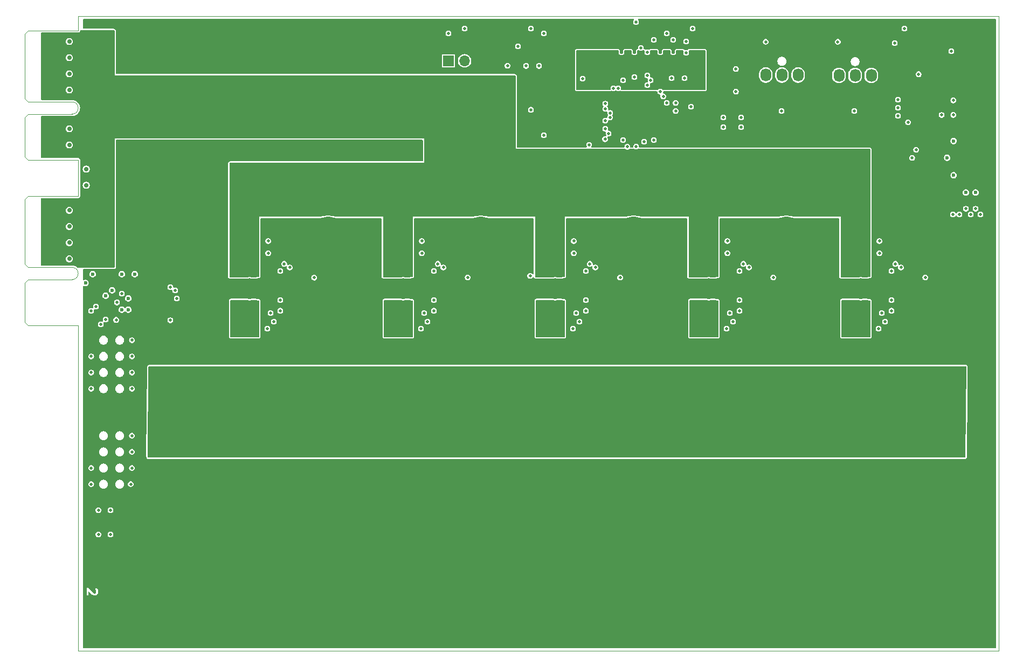
<source format=gbr>
%TF.GenerationSoftware,KiCad,Pcbnew,8.0.6*%
%TF.CreationDate,2024-11-29T00:06:02+01:00*%
%TF.ProjectId,EKO_Miner_PowerBoard-53667,454b4f5f-4d69-46e6-9572-5f506f776572,rev?*%
%TF.SameCoordinates,Original*%
%TF.FileFunction,Copper,L2,Inr*%
%TF.FilePolarity,Positive*%
%FSLAX46Y46*%
G04 Gerber Fmt 4.6, Leading zero omitted, Abs format (unit mm)*
G04 Created by KiCad (PCBNEW 8.0.6) date 2024-11-29 00:06:02*
%MOMM*%
%LPD*%
G01*
G04 APERTURE LIST*
%ADD10C,0.300000*%
%TA.AperFunction,ComponentPad*%
%ADD11R,1.730000X2.030000*%
%TD*%
%TA.AperFunction,ComponentPad*%
%ADD12O,1.730000X2.030000*%
%TD*%
%TA.AperFunction,ComponentPad*%
%ADD13C,0.800000*%
%TD*%
%TA.AperFunction,ComponentPad*%
%ADD14C,6.400000*%
%TD*%
%TA.AperFunction,ComponentPad*%
%ADD15C,0.499999*%
%TD*%
%TA.AperFunction,ComponentPad*%
%ADD16C,0.400000*%
%TD*%
%TA.AperFunction,ComponentPad*%
%ADD17C,0.500000*%
%TD*%
%TA.AperFunction,ComponentPad*%
%ADD18R,1.700000X1.700000*%
%TD*%
%TA.AperFunction,ComponentPad*%
%ADD19O,1.700000X1.700000*%
%TD*%
%TA.AperFunction,ViaPad*%
%ADD20C,0.700000*%
%TD*%
%TA.AperFunction,ViaPad*%
%ADD21C,0.500000*%
%TD*%
%TA.AperFunction,ViaPad*%
%ADD22C,0.600000*%
%TD*%
%TA.AperFunction,Profile*%
%ADD23C,0.100000*%
%TD*%
G04 APERTURE END LIST*
D10*
G36*
X78035838Y-116470807D02*
G01*
X75902504Y-116470807D01*
X75902504Y-115225568D01*
X76069171Y-115225568D01*
X76069171Y-116154140D01*
X76072053Y-116183404D01*
X76094451Y-116237476D01*
X76135835Y-116278860D01*
X76189907Y-116301258D01*
X76248435Y-116301258D01*
X76302507Y-116278860D01*
X76343891Y-116237476D01*
X76366289Y-116183404D01*
X76369171Y-116154140D01*
X76369171Y-115587700D01*
X76970248Y-116188777D01*
X76992978Y-116207432D01*
X76997959Y-116209495D01*
X77002029Y-116213025D01*
X77028880Y-116225013D01*
X77243165Y-116296442D01*
X77257674Y-116299741D01*
X77261336Y-116301258D01*
X77266644Y-116301780D01*
X77271839Y-116302962D01*
X77275788Y-116302681D01*
X77290600Y-116304140D01*
X77433457Y-116304140D01*
X77462721Y-116301258D01*
X77467701Y-116299194D01*
X77473076Y-116298813D01*
X77500539Y-116288304D01*
X77643396Y-116216875D01*
X77655989Y-116208947D01*
X77659649Y-116207432D01*
X77663768Y-116204050D01*
X77668282Y-116201210D01*
X77670878Y-116198216D01*
X77682380Y-116188777D01*
X77753808Y-116117349D01*
X77763248Y-116105846D01*
X77766241Y-116103251D01*
X77769079Y-116098741D01*
X77772463Y-116094619D01*
X77773979Y-116090956D01*
X77781906Y-116078365D01*
X77853335Y-115935507D01*
X77863845Y-115908044D01*
X77864227Y-115902666D01*
X77866289Y-115897689D01*
X77869171Y-115868425D01*
X77869171Y-115511283D01*
X77866289Y-115482019D01*
X77864227Y-115477041D01*
X77863845Y-115471664D01*
X77853335Y-115444201D01*
X77781906Y-115301343D01*
X77773979Y-115288751D01*
X77772463Y-115285089D01*
X77769079Y-115280966D01*
X77766241Y-115276457D01*
X77763248Y-115273861D01*
X77753808Y-115262359D01*
X77682380Y-115190931D01*
X77659649Y-115172276D01*
X77605577Y-115149879D01*
X77547051Y-115149879D01*
X77492979Y-115172276D01*
X77451593Y-115213662D01*
X77429196Y-115267734D01*
X77429196Y-115326260D01*
X77451593Y-115380332D01*
X77470248Y-115403063D01*
X77524464Y-115457279D01*
X77569171Y-115546693D01*
X77569171Y-115833015D01*
X77524464Y-115922429D01*
X77487460Y-115959432D01*
X77398047Y-116004140D01*
X77314943Y-116004140D01*
X77157341Y-115951606D01*
X76325237Y-115119502D01*
X76302506Y-115100847D01*
X76270832Y-115087727D01*
X76248435Y-115078450D01*
X76189907Y-115078450D01*
X76167510Y-115087727D01*
X76135836Y-115100847D01*
X76094450Y-115142233D01*
X76091283Y-115149879D01*
X76072053Y-115196304D01*
X76069171Y-115225568D01*
X75902504Y-115225568D01*
X75902504Y-114911783D01*
X78035838Y-114911783D01*
X78035838Y-116470807D01*
G37*
D11*
%TO.N,GND*%
%TO.C,J5*%
X191717000Y-34576000D03*
D12*
%TO.N,+12V_PWR*%
X194257000Y-34576000D03*
%TO.N,/FAN/FAN2_TACH*%
X196797000Y-34576000D03*
%TO.N,/FAN/FAN2_PWM*%
X199337000Y-34576000D03*
%TD*%
D13*
%TO.N,GND*%
%TO.C,H18*%
X183600000Y-60000000D03*
X184302944Y-58302944D03*
X184302944Y-61697056D03*
X186000000Y-57600000D03*
D14*
X186000000Y-60000000D03*
D13*
X186000000Y-62400000D03*
X187697056Y-58302944D03*
X187697056Y-61697056D03*
X188400000Y-60000000D03*
%TD*%
%TO.N,VPWR_ASIC*%
%TO.C,H19*%
X183600000Y-91000000D03*
X184302944Y-89302944D03*
X184302944Y-92697056D03*
X186000000Y-88600000D03*
D14*
X186000000Y-91000000D03*
D13*
X186000000Y-93400000D03*
X187697056Y-89302944D03*
X187697056Y-92697056D03*
X188400000Y-91000000D03*
%TD*%
%TO.N,VPWR_ASIC*%
%TO.C,H21*%
X207600000Y-84000000D03*
X208302944Y-82302944D03*
X208302944Y-85697056D03*
X210000000Y-81600000D03*
D14*
X210000000Y-84000000D03*
D13*
X210000000Y-86400000D03*
X211697056Y-82302944D03*
X211697056Y-85697056D03*
X212400000Y-84000000D03*
%TD*%
%TO.N,VPWR_ASIC*%
%TO.C,H23*%
X207600000Y-91000000D03*
X208302944Y-89302944D03*
X208302944Y-92697056D03*
X210000000Y-88600000D03*
D14*
X210000000Y-91000000D03*
D13*
X210000000Y-93400000D03*
X211697056Y-89302944D03*
X211697056Y-92697056D03*
X212400000Y-91000000D03*
%TD*%
%TO.N,GND*%
%TO.C,H12*%
X135600000Y-115000000D03*
X136302944Y-113302944D03*
X136302944Y-116697056D03*
X138000000Y-112600000D03*
D14*
X138000000Y-115000000D03*
D13*
X138000000Y-117400000D03*
X139697056Y-113302944D03*
X139697056Y-116697056D03*
X140400000Y-115000000D03*
%TD*%
%TO.N,VPWR_ASIC*%
%TO.C,H3*%
X87600000Y-91000000D03*
X88302944Y-89302944D03*
X88302944Y-92697056D03*
X90000000Y-88600000D03*
D14*
X90000000Y-91000000D03*
D13*
X90000000Y-93400000D03*
X91697056Y-89302944D03*
X91697056Y-92697056D03*
X92400000Y-91000000D03*
%TD*%
%TO.N,VPWR_ASIC*%
%TO.C,H15*%
X159600000Y-91000000D03*
X160302944Y-89302944D03*
X160302944Y-92697056D03*
X162000000Y-88600000D03*
D14*
X162000000Y-91000000D03*
D13*
X162000000Y-93400000D03*
X163697056Y-89302944D03*
X163697056Y-92697056D03*
X164400000Y-91000000D03*
%TD*%
%TO.N,VPWR_ASIC*%
%TO.C,H17*%
X183600000Y-84000000D03*
X184302944Y-82302944D03*
X184302944Y-85697056D03*
X186000000Y-81600000D03*
D14*
X186000000Y-84000000D03*
D13*
X186000000Y-86400000D03*
X187697056Y-82302944D03*
X187697056Y-85697056D03*
X188400000Y-84000000D03*
%TD*%
%TO.N,GND*%
%TO.C,H6*%
X111600000Y-60000000D03*
X112302944Y-58302944D03*
X112302944Y-61697056D03*
X114000000Y-57600000D03*
D14*
X114000000Y-60000000D03*
D13*
X114000000Y-62400000D03*
X115697056Y-58302944D03*
X115697056Y-61697056D03*
X116400000Y-60000000D03*
%TD*%
%TO.N,GND*%
%TO.C,H22*%
X207600000Y-60000000D03*
X208302944Y-58302944D03*
X208302944Y-61697056D03*
X210000000Y-57600000D03*
D14*
X210000000Y-60000000D03*
D13*
X210000000Y-62400000D03*
X211697056Y-58302944D03*
X211697056Y-61697056D03*
X212400000Y-60000000D03*
%TD*%
%TO.N,GND*%
%TO.C,H20*%
X183600000Y-115000000D03*
X184302944Y-113302944D03*
X184302944Y-116697056D03*
X186000000Y-112600000D03*
D14*
X186000000Y-115000000D03*
D13*
X186000000Y-117400000D03*
X187697056Y-113302944D03*
X187697056Y-116697056D03*
X188400000Y-115000000D03*
%TD*%
%TO.N,GND*%
%TO.C,H4*%
X87600000Y-115000000D03*
X88302944Y-113302944D03*
X88302944Y-116697056D03*
X90000000Y-112600000D03*
D14*
X90000000Y-115000000D03*
D13*
X90000000Y-117400000D03*
X91697056Y-113302944D03*
X91697056Y-116697056D03*
X92400000Y-115000000D03*
%TD*%
%TO.N,GND*%
%TO.C,H24*%
X207600000Y-115000000D03*
X208302944Y-113302944D03*
X208302944Y-116697056D03*
X210000000Y-112600000D03*
D14*
X210000000Y-115000000D03*
D13*
X210000000Y-117400000D03*
X211697056Y-113302944D03*
X211697056Y-116697056D03*
X212400000Y-115000000D03*
%TD*%
%TO.N,GND*%
%TO.C,H16*%
X159600000Y-115000000D03*
X160302944Y-113302944D03*
X160302944Y-116697056D03*
X162000000Y-112600000D03*
D14*
X162000000Y-115000000D03*
D13*
X162000000Y-117400000D03*
X163697056Y-113302944D03*
X163697056Y-116697056D03*
X164400000Y-115000000D03*
%TD*%
%TO.N,VPWR_ASIC*%
%TO.C,H7*%
X111600000Y-91000000D03*
X112302944Y-89302944D03*
X112302944Y-92697056D03*
X114000000Y-88600000D03*
D14*
X114000000Y-91000000D03*
D13*
X114000000Y-93400000D03*
X115697056Y-89302944D03*
X115697056Y-92697056D03*
X116400000Y-91000000D03*
%TD*%
%TO.N,VPWR_ASIC*%
%TO.C,H5*%
X111600000Y-84000000D03*
X112302944Y-82302944D03*
X112302944Y-85697056D03*
X114000000Y-81600000D03*
D14*
X114000000Y-84000000D03*
D13*
X114000000Y-86400000D03*
X115697056Y-82302944D03*
X115697056Y-85697056D03*
X116400000Y-84000000D03*
%TD*%
%TO.N,GND*%
%TO.C,H10*%
X135600000Y-60000000D03*
X136302944Y-58302944D03*
X136302944Y-61697056D03*
X138000000Y-57600000D03*
D14*
X138000000Y-60000000D03*
D13*
X138000000Y-62400000D03*
X139697056Y-58302944D03*
X139697056Y-61697056D03*
X140400000Y-60000000D03*
%TD*%
%TO.N,GND*%
%TO.C,H8*%
X111600000Y-115000000D03*
X112302944Y-113302944D03*
X112302944Y-116697056D03*
X114000000Y-112600000D03*
D14*
X114000000Y-115000000D03*
D13*
X114000000Y-117400000D03*
X115697056Y-113302944D03*
X115697056Y-116697056D03*
X116400000Y-115000000D03*
%TD*%
%TO.N,VPWR_ASIC*%
%TO.C,H13*%
X159600000Y-84000000D03*
X160302944Y-82302944D03*
X160302944Y-85697056D03*
X162000000Y-81600000D03*
D14*
X162000000Y-84000000D03*
D13*
X162000000Y-86400000D03*
X163697056Y-82302944D03*
X163697056Y-85697056D03*
X164400000Y-84000000D03*
%TD*%
%TO.N,GND*%
%TO.C,H2*%
X87600000Y-60000000D03*
X88302944Y-58302944D03*
X88302944Y-61697056D03*
X90000000Y-57600000D03*
D14*
X90000000Y-60000000D03*
D13*
X90000000Y-62400000D03*
X91697056Y-58302944D03*
X91697056Y-61697056D03*
X92400000Y-60000000D03*
%TD*%
D11*
%TO.N,GND*%
%TO.C,J6*%
X180215000Y-34513000D03*
D12*
%TO.N,+12V_PWR*%
X182755000Y-34513000D03*
%TO.N,/FAN/FAN1_TACH*%
X185295000Y-34513000D03*
%TO.N,/FAN/FAN1_PWM*%
X187835000Y-34513000D03*
%TD*%
D13*
%TO.N,VPWR_ASIC*%
%TO.C,H1*%
X87600000Y-84000000D03*
X88302944Y-82302944D03*
X88302944Y-85697056D03*
X90000000Y-81600000D03*
D14*
X90000000Y-84000000D03*
D13*
X90000000Y-86400000D03*
X91697056Y-82302944D03*
X91697056Y-85697056D03*
X92400000Y-84000000D03*
%TD*%
%TO.N,VPWR_ASIC*%
%TO.C,H9*%
X135600000Y-84000000D03*
X136302944Y-82302944D03*
X136302944Y-85697056D03*
X138000000Y-81600000D03*
D14*
X138000000Y-84000000D03*
D13*
X138000000Y-86400000D03*
X139697056Y-82302944D03*
X139697056Y-85697056D03*
X140400000Y-84000000D03*
%TD*%
%TO.N,VPWR_ASIC*%
%TO.C,H11*%
X135600000Y-91000000D03*
X136302944Y-89302944D03*
X136302944Y-92697056D03*
X138000000Y-88600000D03*
D14*
X138000000Y-91000000D03*
D13*
X138000000Y-93400000D03*
X139697056Y-89302944D03*
X139697056Y-92697056D03*
X140400000Y-91000000D03*
%TD*%
%TO.N,GND*%
%TO.C,H14*%
X159600000Y-60000000D03*
X160302944Y-58302944D03*
X160302944Y-61697056D03*
X162000000Y-57600000D03*
D14*
X162000000Y-60000000D03*
D13*
X162000000Y-62400000D03*
X163697056Y-58302944D03*
X163697056Y-61697056D03*
X164400000Y-60000000D03*
%TD*%
D15*
%TO.N,GND*%
%TO.C,U11*%
X149680000Y-69504007D03*
X151000000Y-69504004D03*
X152320000Y-69504004D03*
X153450000Y-68104002D03*
X148550000Y-68103999D03*
X151000000Y-68103999D03*
X152320000Y-68103999D03*
X149680000Y-68103997D03*
X151000000Y-66704000D03*
X152320000Y-66704000D03*
X149680000Y-66703997D03*
%TD*%
D16*
%TO.N,GND*%
%TO.C,U2*%
X87196000Y-68928000D03*
X87196000Y-70328000D03*
%TD*%
D15*
%TO.N,GND*%
%TO.C,U12*%
X173810000Y-69504007D03*
X175130000Y-69504004D03*
X176450000Y-69504004D03*
X177580000Y-68104002D03*
X172680000Y-68103999D03*
X175130000Y-68103999D03*
X176450000Y-68103999D03*
X173810000Y-68103997D03*
X175130000Y-66704000D03*
X176450000Y-66704000D03*
X173810000Y-66703997D03*
%TD*%
%TO.N,GND*%
%TO.C,U9*%
X101674000Y-69504008D03*
X102994000Y-69504005D03*
X104314000Y-69504005D03*
X105444000Y-68104003D03*
X100544000Y-68104000D03*
X102994000Y-68104000D03*
X104314000Y-68104000D03*
X101674000Y-68103998D03*
X102994000Y-66704001D03*
X104314000Y-66704001D03*
X101674000Y-66703998D03*
%TD*%
%TO.N,GND*%
%TO.C,U13*%
X197686000Y-69504007D03*
X199006000Y-69504004D03*
X200326000Y-69504004D03*
X201456000Y-68104002D03*
X196556000Y-68103999D03*
X199006000Y-68103999D03*
X200326000Y-68103999D03*
X197686000Y-68103997D03*
X199006000Y-66704000D03*
X200326000Y-66704000D03*
X197686000Y-66703997D03*
%TD*%
D17*
%TO.N,GND*%
%TO.C,U4*%
X160808998Y-39479000D03*
X160808998Y-40849000D03*
X161948998Y-38339000D03*
X161948998Y-39479000D03*
X161948998Y-40849000D03*
X161948998Y-41989000D03*
X163318998Y-38339000D03*
X163318998Y-39479000D03*
X163318998Y-40849000D03*
X163318998Y-41989000D03*
X164458998Y-39479000D03*
X164458998Y-40849000D03*
%TD*%
D18*
%TO.N,/SCL*%
%TO.C,J9*%
X132916000Y-32290000D03*
D19*
%TO.N,/SDA*%
X135456000Y-32290000D03*
%TO.N,GND*%
X137996000Y-32290000D03*
%TD*%
D15*
%TO.N,GND*%
%TO.C,U10*%
X125804000Y-69504008D03*
X127124000Y-69504005D03*
X128444000Y-69504005D03*
X129574000Y-68104003D03*
X124674000Y-68104000D03*
X127124000Y-68104000D03*
X128444000Y-68104000D03*
X125804000Y-68103998D03*
X127124000Y-66704001D03*
X128444000Y-66704001D03*
X125804000Y-66703998D03*
%TD*%
D20*
%TO.N,GND*%
X199083000Y-99219000D03*
X200353000Y-99219000D03*
X195273000Y-99219000D03*
X194003000Y-97949000D03*
X196543000Y-99219000D03*
X204163000Y-99219000D03*
X192733000Y-97949000D03*
X195273000Y-97949000D03*
X197813000Y-99219000D03*
X197813000Y-97949000D03*
X192733000Y-99219000D03*
X194003000Y-99219000D03*
X201623000Y-97949000D03*
X202893000Y-99219000D03*
X196543000Y-97949000D03*
X201623000Y-99219000D03*
X199083000Y-97949000D03*
X204163000Y-97949000D03*
X191463000Y-99219000D03*
X200353000Y-97949000D03*
X191463000Y-97949000D03*
X202893000Y-97949000D03*
X175334000Y-99219000D03*
X176604000Y-99219000D03*
X171524000Y-99219000D03*
X170254000Y-97949000D03*
X172794000Y-99219000D03*
X180414000Y-99219000D03*
X168984000Y-97949000D03*
X171524000Y-97949000D03*
X174064000Y-99219000D03*
X174064000Y-97949000D03*
X168984000Y-99219000D03*
X170254000Y-99219000D03*
X177874000Y-97949000D03*
X179144000Y-99219000D03*
X172794000Y-97949000D03*
X177874000Y-99219000D03*
X175334000Y-97949000D03*
X180414000Y-97949000D03*
X167714000Y-99219000D03*
X176604000Y-97949000D03*
X167714000Y-97949000D03*
X179144000Y-97949000D03*
X151204000Y-99219000D03*
X152474000Y-99219000D03*
X147394000Y-99219000D03*
X146124000Y-97949000D03*
X148664000Y-99219000D03*
X156284000Y-99219000D03*
X144854000Y-97949000D03*
X147394000Y-97949000D03*
X149934000Y-99219000D03*
X149934000Y-97949000D03*
X144854000Y-99219000D03*
X146124000Y-99219000D03*
X153744000Y-97949000D03*
X155014000Y-99219000D03*
X148664000Y-97949000D03*
X153744000Y-99219000D03*
X151204000Y-97949000D03*
X156284000Y-97949000D03*
X143584000Y-99219000D03*
X152474000Y-97949000D03*
X143584000Y-97949000D03*
X155014000Y-97949000D03*
X127201000Y-99219000D03*
X128471000Y-99219000D03*
X123391000Y-99219000D03*
X122121000Y-97949000D03*
X124661000Y-99219000D03*
X132281000Y-99219000D03*
X120851000Y-97949000D03*
X123391000Y-97949000D03*
X125931000Y-99219000D03*
X125931000Y-97949000D03*
X120851000Y-99219000D03*
X122121000Y-99219000D03*
X129741000Y-97949000D03*
X131011000Y-99219000D03*
X124661000Y-97949000D03*
X129741000Y-99219000D03*
X127201000Y-97949000D03*
X132281000Y-97949000D03*
X119581000Y-99219000D03*
X128471000Y-97949000D03*
X119581000Y-97949000D03*
X131011000Y-97949000D03*
X103198000Y-97949000D03*
X104468000Y-97949000D03*
X104468000Y-99219000D03*
X101928000Y-97949000D03*
X99388000Y-97949000D03*
X96848000Y-99219000D03*
X101928000Y-99219000D03*
X99388000Y-99219000D03*
X100658000Y-99219000D03*
X95578000Y-99219000D03*
X108278000Y-97949000D03*
X98118000Y-97949000D03*
X95578000Y-97949000D03*
X98118000Y-99219000D03*
X107008000Y-97949000D03*
X108278000Y-99219000D03*
X96848000Y-97949000D03*
X105738000Y-97949000D03*
X107008000Y-99219000D03*
X105738000Y-99219000D03*
X100658000Y-97949000D03*
X103198000Y-99219000D03*
%TO.N,+12V_PWR*%
X195264000Y-65830000D03*
X171388000Y-65830000D03*
X147258000Y-65830000D03*
X123382000Y-65830000D03*
X99261000Y-65818000D03*
X84275000Y-41561000D03*
X84275000Y-40291000D03*
X84275000Y-39021000D03*
X89355000Y-41561000D03*
X89355000Y-40291000D03*
X89355000Y-39021000D03*
X95324000Y-41561000D03*
X95324000Y-40291000D03*
X95324000Y-39021000D03*
X100404000Y-41561000D03*
X100404000Y-40291000D03*
X100404000Y-39021000D03*
X74750000Y-62135000D03*
%TO.N,GND*%
X73353000Y-63405000D03*
X73353000Y-60865000D03*
%TO.N,+12V_PWR*%
X74750000Y-59595000D03*
X74750000Y-57055000D03*
%TO.N,GND*%
X73353000Y-58325000D03*
X73353000Y-55785000D03*
%TO.N,+12V_PWR*%
X74750000Y-54515000D03*
%TO.N,GND*%
X216990000Y-122714000D03*
X142568000Y-63277999D03*
X110818000Y-45879000D03*
X83386000Y-50959000D03*
X166698000Y-63277999D03*
X82116000Y-53499000D03*
X95578000Y-32036000D03*
X122121000Y-45879000D03*
D21*
X105865000Y-75216000D03*
D22*
X214196000Y-51983000D03*
D20*
X81227000Y-108490000D03*
D21*
X117549000Y-76486000D03*
D20*
X95832000Y-62008000D03*
D21*
X162126000Y-30954000D03*
D20*
X94562000Y-60738000D03*
D21*
X192733000Y-75215999D03*
X111707000Y-75216000D03*
D20*
X94562000Y-59468000D03*
X191844000Y-62007999D03*
X82116000Y-57309000D03*
X119962000Y-64548000D03*
X142568000Y-64547999D03*
D21*
X129995000Y-76486000D03*
X170127000Y-76485999D03*
X84717000Y-70644000D03*
D20*
X118692000Y-45879000D03*
X166698000Y-58197999D03*
D21*
X135837000Y-76486000D03*
X164285000Y-75216000D03*
D20*
X82116000Y-56039000D03*
X83386000Y-58579000D03*
X167968000Y-60737999D03*
X82116000Y-48419000D03*
X78052000Y-26575000D03*
D21*
X178636000Y-68297000D03*
X140155000Y-76486000D03*
D20*
X83386000Y-32036000D03*
X73353000Y-29242000D03*
X83386000Y-57309000D03*
D21*
X160094000Y-30954000D03*
D20*
X138250000Y-109760000D03*
X166698000Y-59467999D03*
X120470000Y-33814000D03*
X82116000Y-58579000D03*
X100150000Y-109760000D03*
X143838000Y-59467999D03*
D21*
X92149000Y-76486000D03*
X182573000Y-76485999D03*
X204544000Y-67214999D03*
D20*
X83386000Y-45879000D03*
X87450000Y-109760000D03*
X73353000Y-42958000D03*
X190574000Y-60737999D03*
D21*
X155141000Y-76485999D03*
D20*
X211275000Y-27591000D03*
X115644000Y-33814000D03*
X119962000Y-62008000D03*
X119962000Y-60738000D03*
D21*
X188161000Y-75216000D03*
D20*
X103960000Y-45879000D03*
X109040000Y-33814000D03*
D21*
X159713000Y-75216000D03*
D20*
X118692000Y-58198000D03*
D21*
X132662000Y-67215000D03*
D20*
X83386000Y-48419000D03*
X76020000Y-51848000D03*
X82116000Y-45879000D03*
D21*
X168857000Y-75215999D03*
D20*
X143838000Y-58197999D03*
X94562000Y-58198000D03*
D21*
X105865000Y-76486000D03*
D20*
X142568000Y-59467999D03*
D21*
X107135000Y-75216000D03*
D20*
X191844000Y-63277999D03*
D21*
X111707000Y-76486000D03*
X122121000Y-75216000D03*
D20*
X109040000Y-45244000D03*
D21*
X93419000Y-75216000D03*
D20*
X93038000Y-32036000D03*
X94562000Y-62008000D03*
D21*
X178067000Y-31528000D03*
X135837000Y-75216000D03*
X149934000Y-39971000D03*
D20*
X125423000Y-45879000D03*
X89228000Y-33306000D03*
D21*
X158443000Y-76485999D03*
X131265000Y-76486000D03*
X179271000Y-75215999D03*
D20*
X191844000Y-58197999D03*
X82116000Y-33306000D03*
X73353000Y-31782000D03*
X170000000Y-109760000D03*
X90498000Y-32036000D03*
D21*
X155141000Y-75215999D03*
D20*
X102436000Y-33306000D03*
X110818000Y-31528000D03*
D21*
X141425000Y-75215999D03*
D20*
X167968000Y-59467999D03*
D21*
X153998000Y-39971000D03*
X189431000Y-75215999D03*
D20*
X195417688Y-109777689D03*
X99896000Y-33306000D03*
D21*
X178001000Y-76485999D03*
D20*
X217625000Y-27591000D03*
D21*
X92149000Y-75216000D03*
D20*
X94308000Y-32036000D03*
X84656000Y-32036000D03*
X167968000Y-58197999D03*
D21*
X165555000Y-76485999D03*
X122121000Y-76486000D03*
D20*
X118692000Y-59468000D03*
X112342000Y-33814000D03*
X191844000Y-64547999D03*
X166698000Y-60737999D03*
X114131997Y-45879000D03*
D21*
X134567000Y-75216000D03*
D20*
X163650000Y-109760000D03*
X157300000Y-109760000D03*
X105611000Y-45244000D03*
X112469000Y-45244000D03*
D21*
X180668000Y-67214999D03*
D20*
X118692000Y-60738000D03*
D21*
X206449000Y-76485999D03*
D20*
X123772000Y-45244000D03*
X190574000Y-58197999D03*
X127074000Y-33814000D03*
X128852000Y-31528000D03*
X119962000Y-63278000D03*
X95578000Y-33306000D03*
X166698000Y-64547999D03*
D21*
X166190000Y-30954000D03*
D20*
X191844000Y-59467999D03*
X82116000Y-50959000D03*
X125550000Y-109760000D03*
D21*
X207719000Y-75216000D03*
X116279000Y-76486000D03*
D20*
X131900000Y-109760000D03*
D21*
X145997000Y-75215999D03*
X144727000Y-75215999D03*
X93419000Y-76486000D03*
D20*
X82116000Y-49689000D03*
X82116000Y-32036000D03*
X112850000Y-109760000D03*
X118692000Y-64548000D03*
D21*
X168222000Y-30954000D03*
X153871000Y-75215999D03*
X117549000Y-75216000D03*
D22*
X215720000Y-51983000D03*
D20*
X143838000Y-64547999D03*
D21*
X145997000Y-76485999D03*
D20*
X99896000Y-32036000D03*
X117930000Y-31528000D03*
D21*
X203147000Y-76485999D03*
D20*
X73353000Y-34322000D03*
X82116000Y-52229000D03*
D21*
X201877000Y-75215999D03*
X175649000Y-39402000D03*
X96721000Y-76486000D03*
D20*
X81227000Y-121190000D03*
X167968000Y-64547999D03*
X167968000Y-62007999D03*
X107262000Y-45879000D03*
D21*
X110437000Y-76486000D03*
X183843000Y-75216000D03*
X147902000Y-36415000D03*
X134567000Y-76486000D03*
D20*
X90498000Y-33306000D03*
D21*
X140155000Y-75216000D03*
D20*
X82116000Y-47149000D03*
X142568000Y-62007999D03*
X102436000Y-32036000D03*
X176371258Y-109777689D03*
X76782000Y-87662000D03*
X127074000Y-45244000D03*
D21*
X192733000Y-76485999D03*
D20*
X217625000Y-46641000D03*
D21*
X110437000Y-75216000D03*
D20*
X101166000Y-33306000D03*
D21*
X207719000Y-76486000D03*
X76800000Y-76190000D03*
D20*
X121994000Y-31528000D03*
X125550000Y-31528000D03*
D21*
X154506000Y-68297000D03*
D20*
X120470000Y-45244000D03*
X142568000Y-60737999D03*
X93800000Y-109760000D03*
D21*
X202512000Y-68297000D03*
X120851000Y-75216000D03*
X156538000Y-67214999D03*
X170000000Y-35018000D03*
D20*
X114120000Y-31528000D03*
D21*
X129995000Y-75216000D03*
D20*
X182700000Y-109760000D03*
X150950000Y-109760000D03*
X119200000Y-109760000D03*
D21*
X158443000Y-75215999D03*
X175649000Y-44482000D03*
D20*
X190574000Y-59467999D03*
X76020000Y-49308000D03*
X95832000Y-60738000D03*
D21*
X151966000Y-39971000D03*
D20*
X143838000Y-63277999D03*
D21*
X164285000Y-76486000D03*
D20*
X73353000Y-45498000D03*
X105738000Y-33814000D03*
X190574000Y-63277999D03*
X115898000Y-45371000D03*
X83386000Y-49689000D03*
D21*
X194003000Y-75215999D03*
X107135000Y-76486000D03*
D20*
X217625000Y-40291000D03*
X119962000Y-59468000D03*
D21*
X165555000Y-75215999D03*
D20*
X142568000Y-58197999D03*
X106500000Y-109760000D03*
X101166000Y-32036000D03*
X117676000Y-45879000D03*
X91768000Y-33306000D03*
X95832000Y-58198000D03*
D21*
X213180000Y-34926000D03*
D20*
X83386000Y-52229000D03*
X93038000Y-33306000D03*
X94308000Y-33306000D03*
X83386000Y-33306000D03*
X167968000Y-63277999D03*
X143838000Y-62007999D03*
D21*
X96721000Y-75216000D03*
D20*
X143838000Y-60737999D03*
D21*
X87450000Y-67088000D03*
X108532000Y-67215000D03*
X216609000Y-34926000D03*
D20*
X119962000Y-58198000D03*
D21*
X183843000Y-76486000D03*
X209690000Y-35719000D03*
X120851000Y-76486000D03*
X106500000Y-68297001D03*
X144727000Y-76485999D03*
D20*
X94562000Y-64548000D03*
D21*
X116279000Y-75216000D03*
D20*
X107262000Y-31528000D03*
X91768000Y-32036000D03*
X81227000Y-102140000D03*
X83386000Y-53499000D03*
D21*
X130630000Y-68297001D03*
X159713000Y-76486000D03*
X97991000Y-75216000D03*
D20*
X166698000Y-62007999D03*
X95832000Y-63278000D03*
D21*
X188161000Y-76486000D03*
X153871000Y-76485999D03*
X194003000Y-76485999D03*
D20*
X84656000Y-33306000D03*
D21*
X178067000Y-35084000D03*
X206449000Y-75215999D03*
D20*
X82116000Y-54769000D03*
X190574000Y-62007999D03*
X95832000Y-59468000D03*
D21*
X97991000Y-76486000D03*
X178001000Y-75215999D03*
D20*
X73353000Y-36862000D03*
D21*
X203147000Y-75215999D03*
D20*
X191844000Y-60737999D03*
D21*
X156030000Y-39971000D03*
X170127000Y-75215999D03*
D20*
X83386000Y-54769000D03*
D21*
X182573000Y-75215999D03*
X89482000Y-70644000D03*
X189431000Y-76485999D03*
D20*
X190574000Y-64547999D03*
D21*
X141425000Y-76485999D03*
D20*
X217625000Y-33941000D03*
D21*
X131265000Y-75216000D03*
D20*
X123772000Y-33814000D03*
X81227000Y-114840000D03*
X89228000Y-32036000D03*
X83386000Y-47149000D03*
X95832000Y-64548000D03*
D21*
X168857000Y-76485999D03*
D20*
X118692000Y-62008000D03*
X189050000Y-109760000D03*
X144600000Y-109760000D03*
D21*
X201877000Y-76485999D03*
D20*
X83386000Y-56039000D03*
X118692000Y-63278000D03*
X201773016Y-109777689D03*
X94562000Y-63278000D03*
D21*
X179271000Y-76485999D03*
D20*
%TO.N,+12V_PWR*%
X195908000Y-51848000D03*
X105738000Y-38259000D03*
X125296000Y-51848000D03*
X74750000Y-41688000D03*
X174572000Y-62007999D03*
X173302000Y-54387999D03*
X172032000Y-54388000D03*
X124026000Y-53118000D03*
X113358000Y-38259000D03*
X197178000Y-55657999D03*
X102436000Y-56928000D03*
X147902000Y-51848000D03*
X174572000Y-59467999D03*
X198448000Y-58197999D03*
X124026000Y-58198000D03*
X99896000Y-55658000D03*
X150442000Y-53118000D03*
X147902000Y-54388000D03*
D21*
X182755000Y-29297000D03*
D20*
X172032000Y-55658000D03*
X101166000Y-56928000D03*
X173302000Y-53117999D03*
X136218000Y-42069000D03*
X74750000Y-30512000D03*
X101166000Y-62008000D03*
X123518000Y-38259000D03*
X126566000Y-51848000D03*
X198448000Y-59467999D03*
X149172000Y-51847999D03*
X125296000Y-54388000D03*
X197178000Y-58197999D03*
X126566000Y-55658000D03*
X126058000Y-38259000D03*
X126566000Y-59468000D03*
X174572000Y-58197999D03*
X102436000Y-63278000D03*
X124026000Y-56928000D03*
X125296000Y-60738000D03*
X126566000Y-64548000D03*
X101166000Y-58198000D03*
X174572000Y-55658000D03*
X99896000Y-59468000D03*
X195908000Y-64547999D03*
X125296000Y-64548000D03*
X173302000Y-63277999D03*
X131138000Y-38259000D03*
X174572000Y-64547999D03*
X126566000Y-56928000D03*
X131138000Y-40164000D03*
X141298000Y-40164000D03*
X147902000Y-53118000D03*
X99896000Y-53118000D03*
X99896000Y-64548000D03*
X115898000Y-40164000D03*
X118438000Y-38259000D03*
X108278000Y-38259000D03*
X150442000Y-58197999D03*
X173302000Y-51847999D03*
X172032000Y-64547999D03*
X174572000Y-53118000D03*
X174572000Y-54388000D03*
X126566000Y-53118000D03*
X118438000Y-42069000D03*
X172032000Y-53118000D03*
X126566000Y-62008000D03*
X74750000Y-35592000D03*
X195908000Y-60737999D03*
X141298000Y-38259000D03*
X150442000Y-64547999D03*
X149172000Y-62007999D03*
X99896000Y-60738000D03*
X113358000Y-42069000D03*
X74750000Y-38132000D03*
X195908000Y-53118000D03*
X172032000Y-60737999D03*
X195908000Y-62007999D03*
X147902000Y-60737999D03*
X101166000Y-63278000D03*
X126566000Y-60738000D03*
X197178000Y-56927999D03*
X124026000Y-54388000D03*
X147902000Y-62007999D03*
X102436000Y-62008000D03*
X115898000Y-38259000D03*
X115898000Y-42069000D03*
X124026000Y-60738000D03*
X147902000Y-59467999D03*
X149172000Y-64547999D03*
X149172000Y-55657999D03*
X195908000Y-63277999D03*
X150442000Y-63277999D03*
X147902000Y-56928000D03*
X120978000Y-42069000D03*
X174572000Y-63277999D03*
X99896000Y-63278000D03*
X150442000Y-54388000D03*
X123518000Y-40164000D03*
X172032000Y-56928000D03*
X102436000Y-60738000D03*
X102436000Y-54388000D03*
X102436000Y-59468000D03*
X138758000Y-38259000D03*
X102436000Y-64548000D03*
X173302000Y-58197999D03*
X105738000Y-40164000D03*
X173302000Y-64547999D03*
X124026000Y-62008000D03*
X133678000Y-38259000D03*
X173302000Y-62007999D03*
X99896000Y-58198000D03*
X110818000Y-38259000D03*
X102436000Y-51848000D03*
X172032000Y-59467999D03*
X131138000Y-42069000D03*
X124026000Y-64548000D03*
X174572000Y-56928000D03*
X173302000Y-56927999D03*
X174572000Y-51848000D03*
X150442000Y-59467999D03*
X172032000Y-58197999D03*
X123518000Y-42069000D03*
X138758000Y-40164000D03*
X147902000Y-58197999D03*
X198448000Y-51848000D03*
X198448000Y-60737999D03*
X101166000Y-54388000D03*
X128598000Y-40164000D03*
X125296000Y-62008000D03*
X174572000Y-60737999D03*
X195908000Y-59467999D03*
X198448000Y-56928000D03*
X149172000Y-56927999D03*
X102436000Y-55658000D03*
X74750000Y-33052000D03*
X150442000Y-51848000D03*
X113358000Y-40164000D03*
X150442000Y-55658000D03*
X101166000Y-53118000D03*
X99896000Y-54388000D03*
X197178000Y-64547999D03*
X197178000Y-63277999D03*
X149172000Y-60737999D03*
X198448000Y-64547999D03*
X126566000Y-54388000D03*
D21*
X194075000Y-29297000D03*
D20*
X198448000Y-62007999D03*
X198448000Y-54388000D03*
X141298000Y-42069000D03*
X101166000Y-55658000D03*
X126058000Y-40164000D03*
X125296000Y-55658000D03*
X172032000Y-51848000D03*
X149172000Y-54387999D03*
X125296000Y-53118000D03*
X102436000Y-53118000D03*
X138758000Y-42069000D03*
X124026000Y-59468000D03*
X198448000Y-63277999D03*
X195908000Y-54388000D03*
X126566000Y-58198000D03*
X118438000Y-40164000D03*
X195908000Y-58197999D03*
X173302000Y-60737999D03*
X150442000Y-56928000D03*
X120978000Y-40164000D03*
X147902000Y-63277999D03*
X99896000Y-56928000D03*
X197178000Y-54387999D03*
X105738000Y-42069000D03*
X198448000Y-53118000D03*
X101166000Y-51848000D03*
X172032000Y-63277999D03*
D21*
X170254000Y-29242000D03*
D20*
X198448000Y-55658000D03*
X149172000Y-53117999D03*
X120978000Y-38259000D03*
X124026000Y-63278000D03*
X99896000Y-51848000D03*
X126058000Y-42069000D03*
X102436000Y-58198000D03*
X173302000Y-59467999D03*
X136218000Y-40164000D03*
X197178000Y-62007999D03*
X125296000Y-59468000D03*
X136218000Y-38259000D03*
X197178000Y-51847999D03*
X197178000Y-59467999D03*
X128598000Y-38259000D03*
X150442000Y-60737999D03*
X149172000Y-59467999D03*
X197178000Y-53117999D03*
X126566000Y-63278000D03*
X172032000Y-62007999D03*
X149172000Y-63277999D03*
X125296000Y-63278000D03*
X110818000Y-40164000D03*
X125296000Y-58198000D03*
D21*
X170254000Y-31020000D03*
D20*
X124026000Y-51848000D03*
X99896000Y-62008000D03*
X195908000Y-56928000D03*
X133678000Y-40164000D03*
X108278000Y-42069000D03*
X124026000Y-55658000D03*
X147902000Y-64547999D03*
X108278000Y-40164000D03*
X197178000Y-60737999D03*
X125296000Y-56928000D03*
X101166000Y-60738000D03*
X147902000Y-55658000D03*
X128598000Y-42069000D03*
X150442000Y-62007999D03*
X149172000Y-58197999D03*
X110818000Y-42069000D03*
X74750000Y-44228000D03*
X195908000Y-55658000D03*
X101166000Y-64548000D03*
X101166000Y-59468000D03*
X133678000Y-42069000D03*
X173302000Y-55657999D03*
D21*
%TO.N,/DB_RX*%
X81608000Y-68866000D03*
D22*
X81608000Y-71406000D03*
D21*
%TO.N,/ID0*%
X205750500Y-47530000D03*
X212164000Y-56420000D03*
X178067000Y-37116000D03*
X79068000Y-72930000D03*
D22*
%TO.N,/DB_TX*%
X82624000Y-69628000D03*
X82624000Y-71406000D03*
D21*
%TO.N,/ID1*%
X213180000Y-56420000D03*
X78306000Y-73692000D03*
X178067000Y-33560000D03*
X206385500Y-46260000D03*
%TO.N,+VLOGIC_HB*%
X89228000Y-73057000D03*
X83200000Y-76190000D03*
D22*
%TO.N,Net-(U3-REF)*%
X211259000Y-47530000D03*
%TO.N,+5V_PSU*%
X81608000Y-65818000D03*
X77036000Y-65818000D03*
D21*
%TO.N,+5V_STDBY*%
X128598000Y-74364500D03*
D22*
X83640000Y-65818000D03*
D21*
X200480000Y-74364499D03*
D22*
X75908000Y-67200000D03*
D21*
X176604000Y-74364499D03*
X164158000Y-30954000D03*
X104468000Y-74364500D03*
X162380000Y-26194000D03*
X152474000Y-74364499D03*
X76800000Y-83810000D03*
%TO.N,VPWR_ASIC*%
X150569000Y-92996000D03*
X194638000Y-84106000D03*
X131392000Y-91726000D03*
X190828000Y-92996000D03*
X97482999Y-91736494D03*
X155268000Y-85376000D03*
X107262000Y-91726000D03*
X130249000Y-84106000D03*
X176985000Y-82835999D03*
X104849000Y-85376000D03*
X202004000Y-84106000D03*
X96213000Y-92996000D03*
X125423000Y-84106000D03*
X130249000Y-85376000D03*
X193368000Y-84106000D03*
X193368000Y-85376000D03*
X152855000Y-85376000D03*
X190828000Y-84106000D03*
X154125000Y-92996000D03*
X142949000Y-92996000D03*
X197178000Y-91726000D03*
X149299000Y-91726000D03*
X167079000Y-91726000D03*
X193368000Y-82836000D03*
X192098000Y-92996000D03*
X96213000Y-91726000D03*
X203147000Y-84106000D03*
X145489000Y-92996000D03*
X190828000Y-85376000D03*
X131392000Y-85376000D03*
X108532000Y-92996000D03*
X120343000Y-92996000D03*
X125423000Y-91726000D03*
X94943000Y-91726000D03*
X150569000Y-91726000D03*
X94943000Y-85376000D03*
X167079000Y-84106000D03*
X152855000Y-84106000D03*
X120343000Y-85376000D03*
X106119000Y-82836000D03*
X128979000Y-82836000D03*
X106118999Y-91736494D03*
X170889000Y-92996000D03*
X203147000Y-85376000D03*
X119073000Y-91726000D03*
X204417000Y-91726000D03*
X179398000Y-84106000D03*
X98753000Y-92996000D03*
X130249000Y-81566000D03*
X202004000Y-85376000D03*
X173429000Y-84106000D03*
X152855000Y-82835999D03*
X173429000Y-85376000D03*
X120343000Y-91726000D03*
X107262000Y-85376000D03*
X145489000Y-84106000D03*
X168349000Y-91726000D03*
X142949000Y-84106000D03*
X121613000Y-85376000D03*
X106119000Y-85376000D03*
X108532000Y-84106000D03*
X98752999Y-91736494D03*
X194638000Y-82836000D03*
X131392000Y-92996000D03*
X102563000Y-84106000D03*
X176984999Y-91736494D03*
X150569000Y-85376000D03*
X96213000Y-85376000D03*
X198448000Y-91726000D03*
X149299000Y-85376000D03*
X121612999Y-91736494D03*
X176985000Y-81565999D03*
X94943000Y-92996000D03*
X128979000Y-84106000D03*
X97483000Y-85376000D03*
X200734000Y-81566000D03*
X200733999Y-91736494D03*
X125423000Y-85376000D03*
X192098000Y-91726000D03*
X200734000Y-82836000D03*
X167079000Y-85376000D03*
X132662000Y-92996000D03*
X121613000Y-81566000D03*
X179398000Y-92996000D03*
X145489000Y-85376000D03*
X128978999Y-91736494D03*
X146759000Y-81565999D03*
X144219000Y-92996000D03*
X132662000Y-91726000D03*
X125423000Y-92996000D03*
X202004000Y-92996000D03*
X146759000Y-82835999D03*
X149299000Y-92996000D03*
X145488999Y-91736494D03*
X128979000Y-92996000D03*
X204417000Y-85376000D03*
X121613000Y-84106000D03*
X176985000Y-84106000D03*
X180668000Y-91726000D03*
X156538000Y-92996000D03*
X101293000Y-92996000D03*
X194638000Y-92996000D03*
X193367999Y-91736494D03*
X203147000Y-92996000D03*
X178254999Y-91736494D03*
X168349000Y-85376000D03*
X170889000Y-81565999D03*
X101293000Y-84106000D03*
X152855000Y-92996000D03*
X126693000Y-84106000D03*
X200734000Y-84106000D03*
X130248999Y-91736494D03*
X104849000Y-92996000D03*
X169619000Y-92996000D03*
X144219000Y-91726000D03*
X126693000Y-85376000D03*
X169619000Y-82835999D03*
X155268000Y-91726000D03*
X152854999Y-91736494D03*
X169619000Y-84106000D03*
X178255000Y-81565999D03*
X122883000Y-92996000D03*
X169618999Y-91736494D03*
X104848999Y-91736494D03*
X144219000Y-84106000D03*
X154124999Y-91736494D03*
X119073000Y-92996000D03*
X192098000Y-84106000D03*
X204417000Y-92996000D03*
X130249000Y-92996000D03*
X194637999Y-91736494D03*
X167079000Y-92996000D03*
X202003999Y-91736494D03*
X128979000Y-81566000D03*
X197178000Y-84106000D03*
X176985000Y-85376000D03*
X173429000Y-91726000D03*
X154125000Y-81565999D03*
X128979000Y-85376000D03*
X130249000Y-82836000D03*
X154125000Y-82835999D03*
X142949000Y-91726000D03*
X132662000Y-85376000D03*
X156538000Y-84106000D03*
X146759000Y-92996000D03*
X150569000Y-84106000D03*
X97483000Y-92996000D03*
X98753000Y-84106000D03*
X107262000Y-84106000D03*
X174699000Y-91726000D03*
X179398000Y-91726000D03*
X146758999Y-91736494D03*
X122883000Y-85376000D03*
X168349000Y-84106000D03*
X154125000Y-85376000D03*
X193368000Y-81566000D03*
X122882999Y-91736494D03*
X145489000Y-81565999D03*
X98753000Y-81566000D03*
X174699000Y-84106000D03*
X104849000Y-81566000D03*
X104849000Y-84106000D03*
X108532000Y-85376000D03*
X198448000Y-92996000D03*
X142949000Y-85376000D03*
X101293000Y-85376000D03*
X174699000Y-92996000D03*
X145489000Y-82835999D03*
X97483000Y-81566000D03*
X102563000Y-85376000D03*
X122883000Y-82836000D03*
X132662000Y-84106000D03*
X119073000Y-84106000D03*
X149299000Y-84106000D03*
X174699000Y-85376000D03*
X156538000Y-85376000D03*
X122883000Y-81566000D03*
X131392000Y-84106000D03*
X193368000Y-92996000D03*
X108532000Y-91726000D03*
X154125000Y-84106000D03*
X102563000Y-92996000D03*
X200734000Y-92996000D03*
X178255000Y-92996000D03*
X106119000Y-81566000D03*
X102563000Y-91726000D03*
X180668000Y-85376000D03*
X121613000Y-92996000D03*
X203147000Y-91726000D03*
X106119000Y-84106000D03*
X98753000Y-85376000D03*
X198448000Y-84106000D03*
X104849000Y-82836000D03*
X155268000Y-84106000D03*
X178255000Y-82835999D03*
X126693000Y-92996000D03*
X190828000Y-91726000D03*
X144219000Y-85376000D03*
X176985000Y-92996000D03*
X121613000Y-82836000D03*
X146759000Y-85376000D03*
X194638000Y-81566000D03*
X200734000Y-85376000D03*
X170888999Y-91736494D03*
X178255000Y-85376000D03*
X168349000Y-92996000D03*
X122883000Y-84106000D03*
X97483000Y-84106000D03*
X155268000Y-92996000D03*
X106119000Y-92996000D03*
X204417000Y-84106000D03*
X202004000Y-82836000D03*
X96213000Y-84106000D03*
X197178000Y-85376000D03*
X170889000Y-84106000D03*
X170889000Y-82835999D03*
X94943000Y-84106000D03*
X170889000Y-85376000D03*
X180668000Y-84106000D03*
X97483000Y-82836000D03*
X120343000Y-84106000D03*
X179398000Y-85376000D03*
X107262000Y-92996000D03*
X156538000Y-91726000D03*
X178255000Y-84106000D03*
X119073000Y-85376000D03*
X192098000Y-85376000D03*
X197178000Y-92996000D03*
X169619000Y-85376000D03*
X173429000Y-92996000D03*
X202004000Y-81566000D03*
X152855000Y-81565999D03*
X98753000Y-82836000D03*
X146759000Y-84106000D03*
X169619000Y-81565999D03*
X180668000Y-92996000D03*
X101293000Y-91726000D03*
X126693000Y-91726000D03*
X194638000Y-85376000D03*
X198448000Y-85376000D03*
%TO.N,/PSU_53667/TSEN*%
X202512000Y-65309999D03*
X130630000Y-65310000D03*
X106500000Y-65310000D03*
X178636000Y-65309999D03*
X154506000Y-65309999D03*
X158062000Y-43720000D03*
%TO.N,Net-(U4-V5)*%
X164158000Y-34576000D03*
%TO.N,Net-(U4-VIN)*%
X164666000Y-35338000D03*
%TO.N,+VREF*%
X178636000Y-69881999D03*
X160856000Y-34576000D03*
X202512000Y-69881999D03*
X156030000Y-30954000D03*
X106500000Y-69882000D03*
X153998000Y-30954000D03*
X157554000Y-36608000D03*
X155014000Y-45498000D03*
X130630000Y-69882000D03*
X154506000Y-69881999D03*
X158062000Y-30954000D03*
X172032000Y-35018000D03*
%TO.N,Net-(U9-BOOTR)*%
X104595000Y-60611000D03*
%TO.N,Net-(U4-COMP)*%
X153998000Y-35084000D03*
%TO.N,/RST_ASICn*%
X80846000Y-70253000D03*
D22*
%TO.N,/RST_BUCKn*%
X79068000Y-69200000D03*
D21*
X165174000Y-28988000D03*
X166190000Y-37116000D03*
D20*
%TO.N,Net-(U9-SW)*%
X99260524Y-73961000D03*
X99896000Y-71660000D03*
X99260524Y-72661000D03*
X99261000Y-70644000D03*
X102436000Y-71660000D03*
X101166000Y-71660000D03*
X99261000Y-75216000D03*
D21*
%TO.N,Net-(U4-IMON)*%
X157554000Y-42958000D03*
%TO.N,Net-(U10-VDD)*%
X129614000Y-73287500D03*
D20*
%TO.N,Net-(U10-SW)*%
X125423000Y-71660000D03*
X124153000Y-71660000D03*
X123518000Y-73961000D03*
X123518000Y-75216000D03*
X126693000Y-71660000D03*
X123518000Y-72661000D03*
X123518000Y-70644000D03*
D21*
%TO.N,Net-(U10-BOOTR)*%
X128725000Y-60611000D03*
%TO.N,Net-(U11-VDD)*%
X153490000Y-73287499D03*
D20*
%TO.N,Net-(U11-SW)*%
X148029000Y-71660000D03*
X147394000Y-70644000D03*
X150569000Y-71660000D03*
X147394000Y-75216000D03*
X147393524Y-72661000D03*
X149299000Y-71660000D03*
X147394000Y-73973622D03*
D21*
%TO.N,Net-(U9-BOOT)*%
X104595000Y-62516000D03*
%TO.N,Net-(U11-BOOTR)*%
X152601000Y-60610999D03*
%TO.N,Net-(U12-VDD)*%
X177620000Y-73287499D03*
%TO.N,Net-(U9-VDD)*%
X105484000Y-73287500D03*
%TO.N,/FAN/FAN2_PWM*%
X203528000Y-38386000D03*
%TO.N,/FAN/FAN2_TACH*%
X203528000Y-39656000D03*
%TO.N,/FAN/FAN1_TACH*%
X205115500Y-41942000D03*
%TO.N,/FAN/FAN1_PWM*%
X203528000Y-40926000D03*
%TO.N,/CTN2*%
X83014000Y-98810000D03*
X216482000Y-56420000D03*
D22*
X212275000Y-44882500D03*
%TO.N,/CTN1*%
X212275000Y-50263500D03*
D21*
X214958000Y-56420000D03*
X83200000Y-93730000D03*
%TO.N,/PSU_53667/VR_RDY*%
X163142000Y-30258000D03*
X164158000Y-36100000D03*
X211910000Y-30766000D03*
X212222000Y-38502000D03*
%TO.N,/RO*%
X89228000Y-67850000D03*
X83200000Y-78730000D03*
%TO.N,/RSTIn*%
X83200000Y-83810000D03*
X90244000Y-69628000D03*
%TO.N,/CI*%
X83200000Y-81270000D03*
X89990000Y-68358000D03*
%TO.N,/PSU_53667/VSENSE+*%
X178890000Y-41180000D03*
X176096000Y-41180000D03*
X158824000Y-36608000D03*
X77925000Y-106712000D03*
%TO.N,/SDA*%
X168603000Y-40164000D03*
X76800000Y-78730000D03*
X76782000Y-71575000D03*
X171270000Y-27210000D03*
X204544000Y-27210000D03*
X135456000Y-27210000D03*
X145870000Y-27210000D03*
%TO.N,/PSU_53667/VSENSE-*%
X178890000Y-42704000D03*
X159586000Y-36608000D03*
X176096000Y-42704000D03*
X79830000Y-106712000D03*
%TO.N,/PSU_53667/ADDR-TRISE*%
X171016000Y-39505500D03*
%TO.N,+3V3*%
X80719000Y-72996000D03*
X167968000Y-35018000D03*
X147140000Y-33075500D03*
X166656000Y-37878000D03*
X142187000Y-33052000D03*
X145870000Y-39971000D03*
X185240000Y-40164000D03*
X196670000Y-40164000D03*
X206769000Y-34383000D03*
X210386002Y-40798998D03*
X145108000Y-33075500D03*
X162126000Y-34830000D03*
X212222000Y-40788000D03*
D20*
%TO.N,Net-(U12-SW)*%
X171524000Y-70644000D03*
X172159000Y-71660000D03*
X171524000Y-72661000D03*
X171524000Y-75216000D03*
X171524000Y-73961000D03*
X174699000Y-71660000D03*
X173429000Y-71660000D03*
D21*
%TO.N,Net-(U4-ISUM)*%
X160348000Y-35338000D03*
%TO.N,/PSU_53667/FCCM*%
X159882000Y-66339159D03*
X145743000Y-66072000D03*
X207822500Y-66325998D03*
X135940500Y-66326000D03*
X183946500Y-66326000D03*
X111810500Y-66349500D03*
X147902000Y-43974000D03*
%TO.N,Net-(U12-BOOTR)*%
X176731000Y-60610999D03*
%TO.N,/PSU_53667/TPS_PWM5*%
X203128000Y-64185999D03*
X165174000Y-44736003D03*
%TO.N,/SCL*%
X76800000Y-81270000D03*
X147902000Y-27972000D03*
X203020000Y-29496000D03*
X77544000Y-70898000D03*
X132916000Y-27972000D03*
X167206000Y-27972000D03*
X167206000Y-38894000D03*
%TO.N,/PSU_53667/TPS_CSP4*%
X157564065Y-39845070D03*
X178636000Y-71556499D03*
%TO.N,/PSU_53667/TPS_CSP2*%
X130630000Y-71556500D03*
X158308091Y-41172091D03*
%TO.N,/PSU_53667/TPS_PWM1*%
X160348000Y-44736000D03*
X107116000Y-64186000D03*
%TO.N,/PSU_53667/TPS_PWM3*%
X162383998Y-45752000D03*
X155122000Y-64185999D03*
%TO.N,/PSU_53667/TPS_PWM4*%
X163650000Y-44990000D03*
X179252000Y-64185999D03*
%TO.N,/PSU_53667/TPS_CSP5*%
X202512000Y-71556499D03*
X157554000Y-39021000D03*
%TO.N,/PSU_53667/TPS_PWM2*%
X161017657Y-45786657D03*
X131246000Y-64186000D03*
D22*
%TO.N,/ALERTn_oc*%
X80084000Y-68358000D03*
D21*
X168222000Y-28988000D03*
X168603000Y-38894000D03*
X143838000Y-30004000D03*
%TO.N,/PSU_53667/TPS_CSP3*%
X154506000Y-71556499D03*
X158316919Y-40472144D03*
%TO.N,/PSU_53667/TPS_CSP1*%
X106500000Y-71556500D03*
X157554000Y-41688000D03*
%TO.N,/VSP*%
X76800000Y-98810000D03*
X77925000Y-102902000D03*
%TO.N,/VSN*%
X79830000Y-102902000D03*
X76800000Y-96270000D03*
D22*
%TO.N,/CTN2_RTN*%
X215720000Y-52983000D03*
D21*
X83200000Y-96270000D03*
X215720000Y-55531000D03*
%TO.N,/CTN1_RTN*%
X83200000Y-91190000D03*
D22*
X214196000Y-52983000D03*
D21*
X214196000Y-55531000D03*
%TO.N,Net-(U13-VDD)*%
X201496000Y-73287499D03*
D20*
%TO.N,Net-(U13-SW)*%
X196035000Y-71660000D03*
X195400000Y-75216000D03*
X195399524Y-72661000D03*
X195400000Y-70644000D03*
X195399524Y-73961000D03*
X197305000Y-71660000D03*
X198575000Y-71660000D03*
D21*
%TO.N,Net-(U13-BOOTR)*%
X200607000Y-60610999D03*
%TO.N,Net-(U9-LSET)*%
X104976000Y-71914000D03*
%TO.N,Net-(U10-BOOT)*%
X128725000Y-62516000D03*
%TO.N,Net-(U11-BOOT)*%
X152601000Y-62515999D03*
%TO.N,Net-(U12-BOOT)*%
X176731000Y-62515999D03*
%TO.N,Net-(U13-BOOT)*%
X200607000Y-62515999D03*
%TO.N,Net-(U10-LSET)*%
X129106000Y-71914000D03*
%TO.N,Net-(U11-LSET)*%
X152982000Y-71913999D03*
%TO.N,Net-(U12-LSET)*%
X177112000Y-71913999D03*
%TO.N,Net-(U13-LSET)*%
X200988000Y-71913999D03*
%TO.N,Net-(U9-EN_FCCM)*%
X107982000Y-64760000D03*
%TO.N,Net-(U10-EN_FCCM)*%
X132112000Y-64760000D03*
%TO.N,Net-(U11-EN_FCCM)*%
X155988000Y-64759999D03*
%TO.N,Net-(U12-EN_FCCM)*%
X180118000Y-64759999D03*
%TO.N,Net-(U13-EN_FCCM)*%
X203994000Y-64759999D03*
%TO.N,Net-(U4-~{SKIP}-NVM)*%
X157512000Y-44602605D03*
%TD*%
%TA.AperFunction,Conductor*%
%TO.N,+12V_PWR*%
G36*
X80408039Y-27483685D02*
G01*
X80453794Y-27536489D01*
X80465000Y-27588000D01*
X80465000Y-44482000D01*
X80465000Y-64678000D01*
X80445315Y-64745039D01*
X80392511Y-64790794D01*
X80341000Y-64802000D01*
X74724758Y-64802000D01*
X74657719Y-64782315D01*
X74648595Y-64775853D01*
X74486303Y-64649535D01*
X74457617Y-64634011D01*
X74304043Y-64550900D01*
X74304037Y-64550898D01*
X74108034Y-64483610D01*
X73903619Y-64449500D01*
X73839562Y-64449500D01*
X69032000Y-64449500D01*
X68964961Y-64429815D01*
X68919206Y-64377011D01*
X68908000Y-64325500D01*
X68908000Y-63404999D01*
X72797750Y-63404999D01*
X72797750Y-63405000D01*
X72816670Y-63548708D01*
X72816671Y-63548712D01*
X72872137Y-63682622D01*
X72872138Y-63682624D01*
X72872139Y-63682625D01*
X72960379Y-63797621D01*
X73075375Y-63885861D01*
X73209291Y-63941330D01*
X73336280Y-63958048D01*
X73352999Y-63960250D01*
X73353000Y-63960250D01*
X73353001Y-63960250D01*
X73367977Y-63958278D01*
X73496709Y-63941330D01*
X73630625Y-63885861D01*
X73745621Y-63797621D01*
X73833861Y-63682625D01*
X73889330Y-63548709D01*
X73908250Y-63405000D01*
X73889330Y-63261291D01*
X73833861Y-63127375D01*
X73745621Y-63012379D01*
X73630625Y-62924139D01*
X73630624Y-62924138D01*
X73630622Y-62924137D01*
X73496712Y-62868671D01*
X73496710Y-62868670D01*
X73496709Y-62868670D01*
X73424854Y-62859210D01*
X73353001Y-62849750D01*
X73352999Y-62849750D01*
X73209291Y-62868670D01*
X73209287Y-62868671D01*
X73075377Y-62924137D01*
X72960379Y-63012379D01*
X72872137Y-63127377D01*
X72816671Y-63261287D01*
X72816670Y-63261291D01*
X72797750Y-63404999D01*
X68908000Y-63404999D01*
X68908000Y-60864999D01*
X72797750Y-60864999D01*
X72797750Y-60865000D01*
X72816670Y-61008708D01*
X72816671Y-61008712D01*
X72872137Y-61142622D01*
X72872138Y-61142624D01*
X72872139Y-61142625D01*
X72960379Y-61257621D01*
X73075375Y-61345861D01*
X73209291Y-61401330D01*
X73336280Y-61418048D01*
X73352999Y-61420250D01*
X73353000Y-61420250D01*
X73353001Y-61420250D01*
X73367977Y-61418278D01*
X73496709Y-61401330D01*
X73630625Y-61345861D01*
X73745621Y-61257621D01*
X73833861Y-61142625D01*
X73889330Y-61008709D01*
X73908250Y-60865000D01*
X73889330Y-60721291D01*
X73833861Y-60587375D01*
X73745621Y-60472379D01*
X73630625Y-60384139D01*
X73630624Y-60384138D01*
X73630622Y-60384137D01*
X73496712Y-60328671D01*
X73496710Y-60328670D01*
X73496709Y-60328670D01*
X73424854Y-60319210D01*
X73353001Y-60309750D01*
X73352999Y-60309750D01*
X73209291Y-60328670D01*
X73209287Y-60328671D01*
X73075377Y-60384137D01*
X72960379Y-60472379D01*
X72872137Y-60587377D01*
X72816671Y-60721287D01*
X72816670Y-60721291D01*
X72797750Y-60864999D01*
X68908000Y-60864999D01*
X68908000Y-58324999D01*
X72797750Y-58324999D01*
X72797750Y-58325000D01*
X72816670Y-58468708D01*
X72816671Y-58468712D01*
X72872137Y-58602622D01*
X72872138Y-58602624D01*
X72872139Y-58602625D01*
X72960379Y-58717621D01*
X73075375Y-58805861D01*
X73209291Y-58861330D01*
X73336280Y-58878048D01*
X73352999Y-58880250D01*
X73353000Y-58880250D01*
X73353001Y-58880250D01*
X73367977Y-58878278D01*
X73496709Y-58861330D01*
X73630625Y-58805861D01*
X73745621Y-58717621D01*
X73833861Y-58602625D01*
X73889330Y-58468709D01*
X73908250Y-58325000D01*
X73889330Y-58181291D01*
X73833861Y-58047375D01*
X73745621Y-57932379D01*
X73630625Y-57844139D01*
X73630624Y-57844138D01*
X73630622Y-57844137D01*
X73496712Y-57788671D01*
X73496710Y-57788670D01*
X73496709Y-57788670D01*
X73424854Y-57779210D01*
X73353001Y-57769750D01*
X73352999Y-57769750D01*
X73209291Y-57788670D01*
X73209287Y-57788671D01*
X73075377Y-57844137D01*
X72960379Y-57932379D01*
X72872137Y-58047377D01*
X72816671Y-58181287D01*
X72816670Y-58181291D01*
X72797750Y-58324999D01*
X68908000Y-58324999D01*
X68908000Y-55784999D01*
X72797750Y-55784999D01*
X72797750Y-55785000D01*
X72816670Y-55928708D01*
X72816671Y-55928712D01*
X72872137Y-56062622D01*
X72872138Y-56062624D01*
X72872139Y-56062625D01*
X72960379Y-56177621D01*
X73075375Y-56265861D01*
X73209291Y-56321330D01*
X73336280Y-56338048D01*
X73352999Y-56340250D01*
X73353000Y-56340250D01*
X73353001Y-56340250D01*
X73367977Y-56338278D01*
X73496709Y-56321330D01*
X73630625Y-56265861D01*
X73745621Y-56177621D01*
X73833861Y-56062625D01*
X73889330Y-55928709D01*
X73908250Y-55785000D01*
X73889330Y-55641291D01*
X73833861Y-55507375D01*
X73745621Y-55392379D01*
X73630625Y-55304139D01*
X73630624Y-55304138D01*
X73630622Y-55304137D01*
X73496712Y-55248671D01*
X73496710Y-55248670D01*
X73496709Y-55248670D01*
X73424854Y-55239210D01*
X73353001Y-55229750D01*
X73352999Y-55229750D01*
X73209291Y-55248670D01*
X73209287Y-55248671D01*
X73075377Y-55304137D01*
X72960379Y-55392379D01*
X72872137Y-55507377D01*
X72816671Y-55641287D01*
X72816670Y-55641291D01*
X72797750Y-55784999D01*
X68908000Y-55784999D01*
X68908000Y-53974500D01*
X68927685Y-53907461D01*
X68980489Y-53861706D01*
X69032000Y-53850500D01*
X74789560Y-53850500D01*
X74789562Y-53850500D01*
X74865989Y-53830021D01*
X74934511Y-53790460D01*
X74990460Y-53734511D01*
X75030021Y-53665989D01*
X75050500Y-53589562D01*
X75050500Y-51847999D01*
X75464750Y-51847999D01*
X75464750Y-51848000D01*
X75483670Y-51991708D01*
X75483671Y-51991712D01*
X75539137Y-52125622D01*
X75539138Y-52125624D01*
X75539139Y-52125625D01*
X75627379Y-52240621D01*
X75742375Y-52328861D01*
X75876291Y-52384330D01*
X76003280Y-52401048D01*
X76019999Y-52403250D01*
X76020000Y-52403250D01*
X76020001Y-52403250D01*
X76034977Y-52401278D01*
X76163709Y-52384330D01*
X76297625Y-52328861D01*
X76412621Y-52240621D01*
X76500861Y-52125625D01*
X76556330Y-51991709D01*
X76575250Y-51848000D01*
X76556330Y-51704291D01*
X76500861Y-51570375D01*
X76412621Y-51455379D01*
X76297625Y-51367139D01*
X76297624Y-51367138D01*
X76297622Y-51367137D01*
X76163712Y-51311671D01*
X76163710Y-51311670D01*
X76163709Y-51311670D01*
X76091854Y-51302210D01*
X76020001Y-51292750D01*
X76019999Y-51292750D01*
X75876291Y-51311670D01*
X75876287Y-51311671D01*
X75742377Y-51367137D01*
X75627379Y-51455379D01*
X75539137Y-51570377D01*
X75483671Y-51704287D01*
X75483670Y-51704291D01*
X75464750Y-51847999D01*
X75050500Y-51847999D01*
X75050500Y-49307999D01*
X75464750Y-49307999D01*
X75464750Y-49308000D01*
X75483670Y-49451708D01*
X75483671Y-49451712D01*
X75539137Y-49585622D01*
X75539138Y-49585624D01*
X75539139Y-49585625D01*
X75627379Y-49700621D01*
X75742375Y-49788861D01*
X75876291Y-49844330D01*
X76003280Y-49861048D01*
X76019999Y-49863250D01*
X76020000Y-49863250D01*
X76020001Y-49863250D01*
X76034977Y-49861278D01*
X76163709Y-49844330D01*
X76297625Y-49788861D01*
X76412621Y-49700621D01*
X76500861Y-49585625D01*
X76556330Y-49451709D01*
X76575250Y-49308000D01*
X76556330Y-49164291D01*
X76500861Y-49030375D01*
X76412621Y-48915379D01*
X76297625Y-48827139D01*
X76297624Y-48827138D01*
X76297622Y-48827137D01*
X76163712Y-48771671D01*
X76163710Y-48771670D01*
X76163709Y-48771670D01*
X76091854Y-48762210D01*
X76020001Y-48752750D01*
X76019999Y-48752750D01*
X75876291Y-48771670D01*
X75876287Y-48771671D01*
X75742377Y-48827137D01*
X75627379Y-48915379D01*
X75539137Y-49030377D01*
X75483671Y-49164287D01*
X75483670Y-49164291D01*
X75464750Y-49307999D01*
X75050500Y-49307999D01*
X75050500Y-47810438D01*
X75030021Y-47734011D01*
X75030017Y-47734004D01*
X74990464Y-47665495D01*
X74990458Y-47665487D01*
X74934512Y-47609541D01*
X74934504Y-47609535D01*
X74865995Y-47569982D01*
X74865990Y-47569979D01*
X74840513Y-47563152D01*
X74789562Y-47549500D01*
X69032000Y-47549500D01*
X68964961Y-47529815D01*
X68919206Y-47477011D01*
X68908000Y-47425500D01*
X68908000Y-45497999D01*
X72797750Y-45497999D01*
X72797750Y-45498000D01*
X72816670Y-45641708D01*
X72816671Y-45641712D01*
X72872137Y-45775622D01*
X72872138Y-45775624D01*
X72872139Y-45775625D01*
X72960379Y-45890621D01*
X73075375Y-45978861D01*
X73209291Y-46034330D01*
X73336280Y-46051048D01*
X73352999Y-46053250D01*
X73353000Y-46053250D01*
X73353001Y-46053250D01*
X73367977Y-46051278D01*
X73496709Y-46034330D01*
X73630625Y-45978861D01*
X73745621Y-45890621D01*
X73833861Y-45775625D01*
X73889330Y-45641709D01*
X73908250Y-45498000D01*
X73889330Y-45354291D01*
X73833861Y-45220375D01*
X73745621Y-45105379D01*
X73630625Y-45017139D01*
X73630624Y-45017138D01*
X73630622Y-45017137D01*
X73496712Y-44961671D01*
X73496710Y-44961670D01*
X73496709Y-44961670D01*
X73424854Y-44952210D01*
X73353001Y-44942750D01*
X73352999Y-44942750D01*
X73209291Y-44961670D01*
X73209287Y-44961671D01*
X73075377Y-45017137D01*
X72960379Y-45105379D01*
X72872137Y-45220377D01*
X72816671Y-45354287D01*
X72816670Y-45354291D01*
X72797750Y-45497999D01*
X68908000Y-45497999D01*
X68908000Y-42957999D01*
X72797750Y-42957999D01*
X72797750Y-42958000D01*
X72816670Y-43101708D01*
X72816671Y-43101712D01*
X72872137Y-43235622D01*
X72872138Y-43235624D01*
X72872139Y-43235625D01*
X72960379Y-43350621D01*
X73075375Y-43438861D01*
X73209291Y-43494330D01*
X73336280Y-43511048D01*
X73352999Y-43513250D01*
X73353000Y-43513250D01*
X73353001Y-43513250D01*
X73367977Y-43511278D01*
X73496709Y-43494330D01*
X73630625Y-43438861D01*
X73745621Y-43350621D01*
X73833861Y-43235625D01*
X73889330Y-43101709D01*
X73908250Y-42958000D01*
X73889330Y-42814291D01*
X73833861Y-42680375D01*
X73745621Y-42565379D01*
X73630625Y-42477139D01*
X73630624Y-42477138D01*
X73630622Y-42477137D01*
X73496712Y-42421671D01*
X73496710Y-42421670D01*
X73496709Y-42421670D01*
X73424854Y-42412210D01*
X73353001Y-42402750D01*
X73352999Y-42402750D01*
X73209291Y-42421670D01*
X73209287Y-42421671D01*
X73075377Y-42477137D01*
X72960379Y-42565379D01*
X72872137Y-42680377D01*
X72816671Y-42814287D01*
X72816670Y-42814291D01*
X72797750Y-42957999D01*
X68908000Y-42957999D01*
X68908000Y-41074500D01*
X68927685Y-41007461D01*
X68980489Y-40961706D01*
X69032000Y-40950500D01*
X73903619Y-40950500D01*
X74108032Y-40916390D01*
X74304042Y-40849100D01*
X74486303Y-40750465D01*
X74649843Y-40623176D01*
X74790202Y-40470706D01*
X74903551Y-40297212D01*
X74986798Y-40107428D01*
X75037672Y-39906531D01*
X75054786Y-39700000D01*
X75037672Y-39493469D01*
X74986798Y-39292572D01*
X74903551Y-39102788D01*
X74790204Y-38929296D01*
X74649840Y-38776821D01*
X74649836Y-38776818D01*
X74486306Y-38649537D01*
X74486302Y-38649534D01*
X74304043Y-38550900D01*
X74304037Y-38550898D01*
X74108034Y-38483610D01*
X73903619Y-38449500D01*
X73839562Y-38449500D01*
X69032000Y-38449500D01*
X68964961Y-38429815D01*
X68919206Y-38377011D01*
X68908000Y-38325500D01*
X68908000Y-36861999D01*
X72797750Y-36861999D01*
X72797750Y-36862000D01*
X72816670Y-37005708D01*
X72816671Y-37005712D01*
X72872137Y-37139622D01*
X72872138Y-37139624D01*
X72872139Y-37139625D01*
X72960379Y-37254621D01*
X73075375Y-37342861D01*
X73209291Y-37398330D01*
X73336280Y-37415048D01*
X73352999Y-37417250D01*
X73353000Y-37417250D01*
X73353001Y-37417250D01*
X73367977Y-37415278D01*
X73496709Y-37398330D01*
X73630625Y-37342861D01*
X73745621Y-37254621D01*
X73833861Y-37139625D01*
X73889330Y-37005709D01*
X73908250Y-36862000D01*
X73889330Y-36718291D01*
X73833861Y-36584375D01*
X73745621Y-36469379D01*
X73630625Y-36381139D01*
X73630624Y-36381138D01*
X73630622Y-36381137D01*
X73496712Y-36325671D01*
X73496710Y-36325670D01*
X73496709Y-36325670D01*
X73424854Y-36316210D01*
X73353001Y-36306750D01*
X73352999Y-36306750D01*
X73209291Y-36325670D01*
X73209287Y-36325671D01*
X73075377Y-36381137D01*
X72960379Y-36469379D01*
X72872137Y-36584377D01*
X72816671Y-36718287D01*
X72816670Y-36718291D01*
X72797750Y-36861999D01*
X68908000Y-36861999D01*
X68908000Y-34321999D01*
X72797750Y-34321999D01*
X72797750Y-34322000D01*
X72816670Y-34465708D01*
X72816671Y-34465712D01*
X72872137Y-34599622D01*
X72872138Y-34599624D01*
X72872139Y-34599625D01*
X72960379Y-34714621D01*
X73075375Y-34802861D01*
X73209291Y-34858330D01*
X73336280Y-34875048D01*
X73352999Y-34877250D01*
X73353000Y-34877250D01*
X73353001Y-34877250D01*
X73367977Y-34875278D01*
X73496709Y-34858330D01*
X73630625Y-34802861D01*
X73745621Y-34714621D01*
X73833861Y-34599625D01*
X73889330Y-34465709D01*
X73908250Y-34322000D01*
X73889330Y-34178291D01*
X73833861Y-34044375D01*
X73745621Y-33929379D01*
X73630625Y-33841139D01*
X73630624Y-33841138D01*
X73630622Y-33841137D01*
X73496712Y-33785671D01*
X73496710Y-33785670D01*
X73496709Y-33785670D01*
X73424854Y-33776210D01*
X73353001Y-33766750D01*
X73352999Y-33766750D01*
X73209291Y-33785670D01*
X73209287Y-33785671D01*
X73075377Y-33841137D01*
X72960379Y-33929379D01*
X72872137Y-34044377D01*
X72816671Y-34178287D01*
X72816670Y-34178291D01*
X72797750Y-34321999D01*
X68908000Y-34321999D01*
X68908000Y-31781999D01*
X72797750Y-31781999D01*
X72797750Y-31782000D01*
X72816670Y-31925708D01*
X72816671Y-31925712D01*
X72872137Y-32059622D01*
X72872138Y-32059624D01*
X72872139Y-32059625D01*
X72960379Y-32174621D01*
X73075375Y-32262861D01*
X73209291Y-32318330D01*
X73336280Y-32335048D01*
X73352999Y-32337250D01*
X73353000Y-32337250D01*
X73353001Y-32337250D01*
X73367977Y-32335278D01*
X73496709Y-32318330D01*
X73630625Y-32262861D01*
X73745621Y-32174621D01*
X73833861Y-32059625D01*
X73889330Y-31925709D01*
X73908250Y-31782000D01*
X73889330Y-31638291D01*
X73833861Y-31504375D01*
X73745621Y-31389379D01*
X73630625Y-31301139D01*
X73630624Y-31301138D01*
X73630622Y-31301137D01*
X73496712Y-31245671D01*
X73496710Y-31245670D01*
X73496709Y-31245670D01*
X73424854Y-31236210D01*
X73353001Y-31226750D01*
X73352999Y-31226750D01*
X73209291Y-31245670D01*
X73209287Y-31245671D01*
X73075377Y-31301137D01*
X72960379Y-31389379D01*
X72872137Y-31504377D01*
X72816671Y-31638287D01*
X72816670Y-31638291D01*
X72797750Y-31781999D01*
X68908000Y-31781999D01*
X68908000Y-29241999D01*
X72797750Y-29241999D01*
X72797750Y-29242000D01*
X72816670Y-29385708D01*
X72816671Y-29385712D01*
X72872137Y-29519622D01*
X72872138Y-29519624D01*
X72872139Y-29519625D01*
X72960379Y-29634621D01*
X73075375Y-29722861D01*
X73209291Y-29778330D01*
X73336280Y-29795048D01*
X73352999Y-29797250D01*
X73353000Y-29797250D01*
X73353001Y-29797250D01*
X73367977Y-29795278D01*
X73496709Y-29778330D01*
X73630625Y-29722861D01*
X73745621Y-29634621D01*
X73833861Y-29519625D01*
X73889330Y-29385709D01*
X73908250Y-29242000D01*
X73889330Y-29098291D01*
X73833861Y-28964375D01*
X73745621Y-28849379D01*
X73630625Y-28761139D01*
X73630624Y-28761138D01*
X73630622Y-28761137D01*
X73496712Y-28705671D01*
X73496710Y-28705670D01*
X73496709Y-28705670D01*
X73424854Y-28696210D01*
X73353001Y-28686750D01*
X73352999Y-28686750D01*
X73209291Y-28705670D01*
X73209287Y-28705671D01*
X73075377Y-28761137D01*
X72960379Y-28849379D01*
X72872137Y-28964377D01*
X72816671Y-29098287D01*
X72816670Y-29098291D01*
X72797750Y-29241999D01*
X68908000Y-29241999D01*
X68908000Y-27974500D01*
X68927685Y-27907461D01*
X68980489Y-27861706D01*
X69032000Y-27850500D01*
X74789560Y-27850500D01*
X74789562Y-27850500D01*
X74865989Y-27830021D01*
X74934511Y-27790460D01*
X74990460Y-27734511D01*
X75030021Y-27665989D01*
X75050500Y-27589562D01*
X75050500Y-27588000D01*
X75050872Y-27586730D01*
X75051561Y-27581503D01*
X75052376Y-27581610D01*
X75070185Y-27520961D01*
X75122989Y-27475206D01*
X75174500Y-27464000D01*
X80341000Y-27464000D01*
X80408039Y-27483685D01*
G37*
%TD.AperFunction*%
%TD*%
%TA.AperFunction,Conductor*%
%TO.N,+12V_PWR*%
G36*
X160753933Y-46152684D02*
G01*
X160828590Y-46200662D01*
X160952882Y-46237156D01*
X160952884Y-46237157D01*
X160952885Y-46237157D01*
X161082430Y-46237157D01*
X161082430Y-46237156D01*
X161200463Y-46202500D01*
X161206723Y-46200662D01*
X161206724Y-46200662D01*
X161281381Y-46152684D01*
X161348419Y-46133000D01*
X162107164Y-46133000D01*
X162174202Y-46152683D01*
X162194929Y-46166004D01*
X162194932Y-46166005D01*
X162194931Y-46166005D01*
X162291382Y-46194324D01*
X162312966Y-46200662D01*
X162319223Y-46202499D01*
X162319225Y-46202500D01*
X162319226Y-46202500D01*
X162448771Y-46202500D01*
X162448771Y-46202499D01*
X162573067Y-46166004D01*
X162593793Y-46152683D01*
X162660832Y-46133000D01*
X199086000Y-46133000D01*
X199153039Y-46152685D01*
X199198794Y-46205489D01*
X199210000Y-46257000D01*
X199210000Y-56801000D01*
X187175842Y-56801000D01*
X187136250Y-56794509D01*
X187055312Y-56767238D01*
X186911065Y-56718635D01*
X186550946Y-56639367D01*
X186184371Y-56599500D01*
X186184370Y-56599500D01*
X185815630Y-56599500D01*
X185815628Y-56599500D01*
X185449053Y-56639367D01*
X185088934Y-56718635D01*
X184924811Y-56773935D01*
X184863749Y-56794509D01*
X184824158Y-56801000D01*
X163175842Y-56801000D01*
X163136250Y-56794509D01*
X163055312Y-56767238D01*
X162911065Y-56718635D01*
X162550946Y-56639367D01*
X162184371Y-56599500D01*
X162184370Y-56599500D01*
X161815630Y-56599500D01*
X161815628Y-56599500D01*
X161449053Y-56639367D01*
X161088934Y-56718635D01*
X160924811Y-56773935D01*
X160863749Y-56794509D01*
X160824158Y-56801000D01*
X139175842Y-56801000D01*
X139136250Y-56794509D01*
X139055312Y-56767238D01*
X138911065Y-56718635D01*
X138550946Y-56639367D01*
X138184371Y-56599500D01*
X138184370Y-56599500D01*
X137815630Y-56599500D01*
X137815628Y-56599500D01*
X137449053Y-56639367D01*
X137088934Y-56718635D01*
X136924811Y-56773935D01*
X136863749Y-56794509D01*
X136824158Y-56801000D01*
X115175842Y-56801000D01*
X115136250Y-56794509D01*
X115055312Y-56767238D01*
X114911065Y-56718635D01*
X114550946Y-56639367D01*
X114184371Y-56599500D01*
X114184370Y-56599500D01*
X113815630Y-56599500D01*
X113815628Y-56599500D01*
X113449053Y-56639367D01*
X113088934Y-56718635D01*
X112924811Y-56773935D01*
X112863749Y-56794509D01*
X112824158Y-56801000D01*
X98499000Y-56801000D01*
X98499000Y-48416000D01*
X98518685Y-48348961D01*
X98571489Y-48303206D01*
X98623000Y-48292000D01*
X129106000Y-48292000D01*
X129106000Y-46133000D01*
X143457000Y-46133000D01*
X160686895Y-46133000D01*
X160753933Y-46152684D01*
G37*
%TD.AperFunction*%
%TD*%
%TA.AperFunction,Conductor*%
%TO.N,+12V_PWR*%
G36*
X143457000Y-46768000D02*
G01*
X129106000Y-46768000D01*
X129106000Y-43720000D01*
X143457000Y-43720000D01*
X143457000Y-46768000D01*
G37*
%TD.AperFunction*%
%TD*%
%TA.AperFunction,Conductor*%
%TO.N,+12V_PWR*%
G36*
X143400039Y-34595685D02*
G01*
X143445794Y-34648489D01*
X143457000Y-34700000D01*
X143457000Y-44482000D01*
X80211000Y-44482000D01*
X80211000Y-34576000D01*
X80465000Y-34576000D01*
X143333000Y-34576000D01*
X143400039Y-34595685D01*
G37*
%TD.AperFunction*%
%TD*%
%TA.AperFunction,Conductor*%
%TO.N,GND*%
G36*
X162019603Y-25705685D02*
G01*
X162065358Y-25758489D01*
X162075302Y-25827647D01*
X162046278Y-25891201D01*
X161997120Y-25947933D01*
X161997117Y-25947938D01*
X161943302Y-26065774D01*
X161924867Y-26194000D01*
X161943302Y-26322225D01*
X161997117Y-26440061D01*
X161997118Y-26440063D01*
X162081951Y-26537967D01*
X162190931Y-26608004D01*
X162315225Y-26644499D01*
X162315227Y-26644500D01*
X162315228Y-26644500D01*
X162444773Y-26644500D01*
X162444773Y-26644499D01*
X162569069Y-26608004D01*
X162678049Y-26537967D01*
X162762882Y-26440063D01*
X162816697Y-26322226D01*
X162835133Y-26194000D01*
X162816697Y-26065774D01*
X162762882Y-25947937D01*
X162762879Y-25947933D01*
X162713722Y-25891201D01*
X162684698Y-25827645D01*
X162694642Y-25758487D01*
X162740398Y-25705684D01*
X162807436Y-25686000D01*
X218771000Y-25686000D01*
X218838039Y-25705685D01*
X218883794Y-25758489D01*
X218895000Y-25810000D01*
X218895000Y-124495000D01*
X218875315Y-124562039D01*
X218822511Y-124607794D01*
X218771000Y-124619000D01*
X75636000Y-124619000D01*
X75568961Y-124599315D01*
X75523206Y-124546511D01*
X75512000Y-124495000D01*
X75512000Y-116310865D01*
X76064171Y-116310865D01*
X77875896Y-116310865D01*
X77875896Y-115070568D01*
X76064171Y-115070568D01*
X76064171Y-116310865D01*
X75512000Y-116310865D01*
X75512000Y-106712000D01*
X77469867Y-106712000D01*
X77488302Y-106840225D01*
X77542117Y-106958061D01*
X77542118Y-106958063D01*
X77626951Y-107055967D01*
X77735931Y-107126004D01*
X77860225Y-107162499D01*
X77860227Y-107162500D01*
X77860228Y-107162500D01*
X77989773Y-107162500D01*
X77989773Y-107162499D01*
X78114069Y-107126004D01*
X78223049Y-107055967D01*
X78307882Y-106958063D01*
X78361697Y-106840226D01*
X78380133Y-106712000D01*
X79374867Y-106712000D01*
X79393302Y-106840225D01*
X79447117Y-106958061D01*
X79447118Y-106958063D01*
X79531951Y-107055967D01*
X79640931Y-107126004D01*
X79765225Y-107162499D01*
X79765227Y-107162500D01*
X79765228Y-107162500D01*
X79894773Y-107162500D01*
X79894773Y-107162499D01*
X80019069Y-107126004D01*
X80128049Y-107055967D01*
X80212882Y-106958063D01*
X80266697Y-106840226D01*
X80285133Y-106712000D01*
X80266697Y-106583774D01*
X80212882Y-106465937D01*
X80128049Y-106368033D01*
X80019069Y-106297996D01*
X80019065Y-106297994D01*
X80019064Y-106297994D01*
X79894774Y-106261500D01*
X79894772Y-106261500D01*
X79765228Y-106261500D01*
X79765226Y-106261500D01*
X79640935Y-106297994D01*
X79640932Y-106297995D01*
X79640931Y-106297996D01*
X79589677Y-106330934D01*
X79531950Y-106368033D01*
X79447118Y-106465937D01*
X79447117Y-106465938D01*
X79393302Y-106583774D01*
X79374867Y-106712000D01*
X78380133Y-106712000D01*
X78361697Y-106583774D01*
X78307882Y-106465937D01*
X78223049Y-106368033D01*
X78114069Y-106297996D01*
X78114065Y-106297994D01*
X78114064Y-106297994D01*
X77989774Y-106261500D01*
X77989772Y-106261500D01*
X77860228Y-106261500D01*
X77860226Y-106261500D01*
X77735935Y-106297994D01*
X77735932Y-106297995D01*
X77735931Y-106297996D01*
X77684677Y-106330934D01*
X77626950Y-106368033D01*
X77542118Y-106465937D01*
X77542117Y-106465938D01*
X77488302Y-106583774D01*
X77469867Y-106712000D01*
X75512000Y-106712000D01*
X75512000Y-102902000D01*
X77469867Y-102902000D01*
X77488302Y-103030225D01*
X77542117Y-103148061D01*
X77542118Y-103148063D01*
X77626951Y-103245967D01*
X77735931Y-103316004D01*
X77860225Y-103352499D01*
X77860227Y-103352500D01*
X77860228Y-103352500D01*
X77989773Y-103352500D01*
X77989773Y-103352499D01*
X78114069Y-103316004D01*
X78223049Y-103245967D01*
X78307882Y-103148063D01*
X78361697Y-103030226D01*
X78380133Y-102902000D01*
X79374867Y-102902000D01*
X79393302Y-103030225D01*
X79447117Y-103148061D01*
X79447118Y-103148063D01*
X79531951Y-103245967D01*
X79640931Y-103316004D01*
X79765225Y-103352499D01*
X79765227Y-103352500D01*
X79765228Y-103352500D01*
X79894773Y-103352500D01*
X79894773Y-103352499D01*
X80019069Y-103316004D01*
X80128049Y-103245967D01*
X80212882Y-103148063D01*
X80266697Y-103030226D01*
X80285133Y-102902000D01*
X80266697Y-102773774D01*
X80212882Y-102655937D01*
X80128049Y-102558033D01*
X80019069Y-102487996D01*
X80019065Y-102487994D01*
X80019064Y-102487994D01*
X79894774Y-102451500D01*
X79894772Y-102451500D01*
X79765228Y-102451500D01*
X79765226Y-102451500D01*
X79640935Y-102487994D01*
X79640932Y-102487995D01*
X79640931Y-102487996D01*
X79589677Y-102520934D01*
X79531950Y-102558033D01*
X79447118Y-102655937D01*
X79447117Y-102655938D01*
X79393302Y-102773774D01*
X79374867Y-102902000D01*
X78380133Y-102902000D01*
X78361697Y-102773774D01*
X78307882Y-102655937D01*
X78223049Y-102558033D01*
X78114069Y-102487996D01*
X78114065Y-102487994D01*
X78114064Y-102487994D01*
X77989774Y-102451500D01*
X77989772Y-102451500D01*
X77860228Y-102451500D01*
X77860226Y-102451500D01*
X77735935Y-102487994D01*
X77735932Y-102487995D01*
X77735931Y-102487996D01*
X77684677Y-102520934D01*
X77626950Y-102558033D01*
X77542118Y-102655937D01*
X77542117Y-102655938D01*
X77488302Y-102773774D01*
X77469867Y-102902000D01*
X75512000Y-102902000D01*
X75512000Y-98810000D01*
X76344867Y-98810000D01*
X76363302Y-98938225D01*
X76398055Y-99014322D01*
X76417118Y-99056063D01*
X76501951Y-99153967D01*
X76610931Y-99224004D01*
X76735225Y-99260499D01*
X76735227Y-99260500D01*
X76735228Y-99260500D01*
X76864773Y-99260500D01*
X76864773Y-99260499D01*
X76989069Y-99224004D01*
X77098049Y-99153967D01*
X77182882Y-99056063D01*
X77236697Y-98938226D01*
X77245213Y-98878995D01*
X78029499Y-98878995D01*
X78056418Y-99014322D01*
X78056421Y-99014332D01*
X78109221Y-99141804D01*
X78109228Y-99141817D01*
X78185885Y-99256541D01*
X78185888Y-99256545D01*
X78283454Y-99354111D01*
X78283458Y-99354114D01*
X78398182Y-99430771D01*
X78398195Y-99430778D01*
X78525667Y-99483578D01*
X78525672Y-99483580D01*
X78525676Y-99483580D01*
X78525677Y-99483581D01*
X78661004Y-99510500D01*
X78661007Y-99510500D01*
X78798995Y-99510500D01*
X78890041Y-99492389D01*
X78934328Y-99483580D01*
X79061811Y-99430775D01*
X79176542Y-99354114D01*
X79274114Y-99256542D01*
X79350775Y-99141811D01*
X79403580Y-99014328D01*
X79430500Y-98878995D01*
X80569499Y-98878995D01*
X80596418Y-99014322D01*
X80596421Y-99014332D01*
X80649221Y-99141804D01*
X80649228Y-99141817D01*
X80725885Y-99256541D01*
X80725888Y-99256545D01*
X80823454Y-99354111D01*
X80823458Y-99354114D01*
X80938182Y-99430771D01*
X80938195Y-99430778D01*
X81065667Y-99483578D01*
X81065672Y-99483580D01*
X81065676Y-99483580D01*
X81065677Y-99483581D01*
X81201004Y-99510500D01*
X81201007Y-99510500D01*
X81338995Y-99510500D01*
X81430041Y-99492389D01*
X81474328Y-99483580D01*
X81601811Y-99430775D01*
X81716542Y-99354114D01*
X81814114Y-99256542D01*
X81890775Y-99141811D01*
X81943580Y-99014328D01*
X81970500Y-98878993D01*
X81970500Y-98810000D01*
X82558867Y-98810000D01*
X82577302Y-98938225D01*
X82612055Y-99014322D01*
X82631118Y-99056063D01*
X82715951Y-99153967D01*
X82824931Y-99224004D01*
X82949225Y-99260499D01*
X82949227Y-99260500D01*
X82949228Y-99260500D01*
X83078773Y-99260500D01*
X83078773Y-99260499D01*
X83203069Y-99224004D01*
X83312049Y-99153967D01*
X83396882Y-99056063D01*
X83450697Y-98938226D01*
X83469133Y-98810000D01*
X83450697Y-98681774D01*
X83396882Y-98563937D01*
X83312049Y-98466033D01*
X83203069Y-98395996D01*
X83203065Y-98395994D01*
X83203064Y-98395994D01*
X83078774Y-98359500D01*
X83078772Y-98359500D01*
X82949228Y-98359500D01*
X82949226Y-98359500D01*
X82824935Y-98395994D01*
X82824932Y-98395995D01*
X82824931Y-98395996D01*
X82773677Y-98428934D01*
X82715950Y-98466033D01*
X82631118Y-98563937D01*
X82631117Y-98563938D01*
X82577302Y-98681774D01*
X82558867Y-98810000D01*
X81970500Y-98810000D01*
X81970500Y-98741007D01*
X81970500Y-98741004D01*
X81943581Y-98605677D01*
X81943580Y-98605676D01*
X81943580Y-98605672D01*
X81926293Y-98563937D01*
X81890778Y-98478195D01*
X81890771Y-98478182D01*
X81814114Y-98363458D01*
X81814111Y-98363454D01*
X81716545Y-98265888D01*
X81716541Y-98265885D01*
X81601817Y-98189228D01*
X81601804Y-98189221D01*
X81474332Y-98136421D01*
X81474322Y-98136418D01*
X81338995Y-98109500D01*
X81338993Y-98109500D01*
X81201007Y-98109500D01*
X81201005Y-98109500D01*
X81065677Y-98136418D01*
X81065667Y-98136421D01*
X80938195Y-98189221D01*
X80938182Y-98189228D01*
X80823458Y-98265885D01*
X80823454Y-98265888D01*
X80725888Y-98363454D01*
X80725885Y-98363458D01*
X80649228Y-98478182D01*
X80649221Y-98478195D01*
X80596421Y-98605667D01*
X80596418Y-98605677D01*
X80569500Y-98741004D01*
X80569500Y-98741007D01*
X80569500Y-98878993D01*
X80569500Y-98878995D01*
X80569499Y-98878995D01*
X79430500Y-98878995D01*
X79430500Y-98878993D01*
X79430500Y-98741007D01*
X79430500Y-98741004D01*
X79403581Y-98605677D01*
X79403580Y-98605676D01*
X79403580Y-98605672D01*
X79386293Y-98563937D01*
X79350778Y-98478195D01*
X79350771Y-98478182D01*
X79274114Y-98363458D01*
X79274111Y-98363454D01*
X79176545Y-98265888D01*
X79176541Y-98265885D01*
X79061817Y-98189228D01*
X79061804Y-98189221D01*
X78934332Y-98136421D01*
X78934322Y-98136418D01*
X78798995Y-98109500D01*
X78798993Y-98109500D01*
X78661007Y-98109500D01*
X78661005Y-98109500D01*
X78525677Y-98136418D01*
X78525667Y-98136421D01*
X78398195Y-98189221D01*
X78398182Y-98189228D01*
X78283458Y-98265885D01*
X78283454Y-98265888D01*
X78185888Y-98363454D01*
X78185885Y-98363458D01*
X78109228Y-98478182D01*
X78109221Y-98478195D01*
X78056421Y-98605667D01*
X78056418Y-98605677D01*
X78029500Y-98741004D01*
X78029500Y-98741007D01*
X78029500Y-98878993D01*
X78029500Y-98878995D01*
X78029499Y-98878995D01*
X77245213Y-98878995D01*
X77255133Y-98810000D01*
X77236697Y-98681774D01*
X77182882Y-98563937D01*
X77098049Y-98466033D01*
X76989069Y-98395996D01*
X76989065Y-98395994D01*
X76989064Y-98395994D01*
X76864774Y-98359500D01*
X76864772Y-98359500D01*
X76735228Y-98359500D01*
X76735226Y-98359500D01*
X76610935Y-98395994D01*
X76610932Y-98395995D01*
X76610931Y-98395996D01*
X76559677Y-98428934D01*
X76501950Y-98466033D01*
X76417118Y-98563937D01*
X76417117Y-98563938D01*
X76363302Y-98681774D01*
X76344867Y-98810000D01*
X75512000Y-98810000D01*
X75512000Y-96270000D01*
X76344867Y-96270000D01*
X76363302Y-96398225D01*
X76398055Y-96474322D01*
X76417118Y-96516063D01*
X76501951Y-96613967D01*
X76610931Y-96684004D01*
X76735225Y-96720499D01*
X76735227Y-96720500D01*
X76735228Y-96720500D01*
X76864773Y-96720500D01*
X76864773Y-96720499D01*
X76989069Y-96684004D01*
X77098049Y-96613967D01*
X77182882Y-96516063D01*
X77236697Y-96398226D01*
X77245213Y-96338995D01*
X78029499Y-96338995D01*
X78056418Y-96474322D01*
X78056421Y-96474332D01*
X78109221Y-96601804D01*
X78109228Y-96601817D01*
X78185885Y-96716541D01*
X78185888Y-96716545D01*
X78283454Y-96814111D01*
X78283458Y-96814114D01*
X78398182Y-96890771D01*
X78398195Y-96890778D01*
X78525667Y-96943578D01*
X78525672Y-96943580D01*
X78525676Y-96943580D01*
X78525677Y-96943581D01*
X78661004Y-96970500D01*
X78661007Y-96970500D01*
X78798995Y-96970500D01*
X78890041Y-96952389D01*
X78934328Y-96943580D01*
X79061811Y-96890775D01*
X79176542Y-96814114D01*
X79274114Y-96716542D01*
X79350775Y-96601811D01*
X79403580Y-96474328D01*
X79430500Y-96338995D01*
X80569499Y-96338995D01*
X80596418Y-96474322D01*
X80596421Y-96474332D01*
X80649221Y-96601804D01*
X80649228Y-96601817D01*
X80725885Y-96716541D01*
X80725888Y-96716545D01*
X80823454Y-96814111D01*
X80823458Y-96814114D01*
X80938182Y-96890771D01*
X80938195Y-96890778D01*
X81065667Y-96943578D01*
X81065672Y-96943580D01*
X81065676Y-96943580D01*
X81065677Y-96943581D01*
X81201004Y-96970500D01*
X81201007Y-96970500D01*
X81338995Y-96970500D01*
X81430041Y-96952389D01*
X81474328Y-96943580D01*
X81601811Y-96890775D01*
X81716542Y-96814114D01*
X81814114Y-96716542D01*
X81890775Y-96601811D01*
X81943580Y-96474328D01*
X81970500Y-96338993D01*
X81970500Y-96270000D01*
X82744867Y-96270000D01*
X82763302Y-96398225D01*
X82798055Y-96474322D01*
X82817118Y-96516063D01*
X82901951Y-96613967D01*
X83010931Y-96684004D01*
X83135225Y-96720499D01*
X83135227Y-96720500D01*
X83135228Y-96720500D01*
X83264773Y-96720500D01*
X83264773Y-96720499D01*
X83389069Y-96684004D01*
X83498049Y-96613967D01*
X83582882Y-96516063D01*
X83636697Y-96398226D01*
X83655133Y-96270000D01*
X83636697Y-96141774D01*
X83582882Y-96023937D01*
X83498049Y-95926033D01*
X83389069Y-95855996D01*
X83389065Y-95855994D01*
X83389064Y-95855994D01*
X83264774Y-95819500D01*
X83264772Y-95819500D01*
X83135228Y-95819500D01*
X83135226Y-95819500D01*
X83010935Y-95855994D01*
X83010932Y-95855995D01*
X83010931Y-95855996D01*
X82959677Y-95888934D01*
X82901950Y-95926033D01*
X82817118Y-96023937D01*
X82817117Y-96023938D01*
X82763302Y-96141774D01*
X82744867Y-96270000D01*
X81970500Y-96270000D01*
X81970500Y-96201007D01*
X81970500Y-96201004D01*
X81943581Y-96065677D01*
X81943580Y-96065676D01*
X81943580Y-96065672D01*
X81926293Y-96023937D01*
X81890778Y-95938195D01*
X81890771Y-95938182D01*
X81814114Y-95823458D01*
X81814111Y-95823454D01*
X81716545Y-95725888D01*
X81716541Y-95725885D01*
X81601817Y-95649228D01*
X81601804Y-95649221D01*
X81474332Y-95596421D01*
X81474322Y-95596418D01*
X81338995Y-95569500D01*
X81338993Y-95569500D01*
X81201007Y-95569500D01*
X81201005Y-95569500D01*
X81065677Y-95596418D01*
X81065667Y-95596421D01*
X80938195Y-95649221D01*
X80938182Y-95649228D01*
X80823458Y-95725885D01*
X80823454Y-95725888D01*
X80725888Y-95823454D01*
X80725885Y-95823458D01*
X80649228Y-95938182D01*
X80649221Y-95938195D01*
X80596421Y-96065667D01*
X80596418Y-96065677D01*
X80569500Y-96201004D01*
X80569500Y-96201007D01*
X80569500Y-96338993D01*
X80569500Y-96338995D01*
X80569499Y-96338995D01*
X79430500Y-96338995D01*
X79430500Y-96338993D01*
X79430500Y-96201007D01*
X79430500Y-96201004D01*
X79403581Y-96065677D01*
X79403580Y-96065676D01*
X79403580Y-96065672D01*
X79386293Y-96023937D01*
X79350778Y-95938195D01*
X79350771Y-95938182D01*
X79274114Y-95823458D01*
X79274111Y-95823454D01*
X79176545Y-95725888D01*
X79176541Y-95725885D01*
X79061817Y-95649228D01*
X79061804Y-95649221D01*
X78934332Y-95596421D01*
X78934322Y-95596418D01*
X78798995Y-95569500D01*
X78798993Y-95569500D01*
X78661007Y-95569500D01*
X78661005Y-95569500D01*
X78525677Y-95596418D01*
X78525667Y-95596421D01*
X78398195Y-95649221D01*
X78398182Y-95649228D01*
X78283458Y-95725885D01*
X78283454Y-95725888D01*
X78185888Y-95823454D01*
X78185885Y-95823458D01*
X78109228Y-95938182D01*
X78109221Y-95938195D01*
X78056421Y-96065667D01*
X78056418Y-96065677D01*
X78029500Y-96201004D01*
X78029500Y-96201007D01*
X78029500Y-96338993D01*
X78029500Y-96338995D01*
X78029499Y-96338995D01*
X77245213Y-96338995D01*
X77255133Y-96270000D01*
X77236697Y-96141774D01*
X77182882Y-96023937D01*
X77098049Y-95926033D01*
X76989069Y-95855996D01*
X76989065Y-95855994D01*
X76989064Y-95855994D01*
X76864774Y-95819500D01*
X76864772Y-95819500D01*
X76735228Y-95819500D01*
X76735226Y-95819500D01*
X76610935Y-95855994D01*
X76610932Y-95855995D01*
X76610931Y-95855996D01*
X76559677Y-95888934D01*
X76501950Y-95926033D01*
X76417118Y-96023937D01*
X76417117Y-96023938D01*
X76363302Y-96141774D01*
X76344867Y-96270000D01*
X75512000Y-96270000D01*
X75512000Y-94520015D01*
X85458549Y-94520015D01*
X85463043Y-94564659D01*
X85463045Y-94564673D01*
X85474235Y-94617250D01*
X85474242Y-94617281D01*
X85474244Y-94617288D01*
X85476927Y-94628373D01*
X85476928Y-94628374D01*
X85519936Y-94709083D01*
X85519938Y-94709086D01*
X85565697Y-94761895D01*
X85583279Y-94779839D01*
X85583283Y-94779843D01*
X85583284Y-94779844D01*
X85583286Y-94779845D01*
X85606398Y-94792773D01*
X85663100Y-94824490D01*
X85730139Y-94844175D01*
X85788037Y-94852500D01*
X85788041Y-94852500D01*
X214027005Y-94852500D01*
X214027006Y-94852500D01*
X214069781Y-94847999D01*
X214077236Y-94846412D01*
X214120279Y-94837253D01*
X214129562Y-94835050D01*
X214129563Y-94835049D01*
X214129565Y-94835049D01*
X214210663Y-94792771D01*
X214263878Y-94747495D01*
X214281992Y-94730064D01*
X214327357Y-94650653D01*
X214347646Y-94583794D01*
X214356493Y-94525976D01*
X214454419Y-83681774D01*
X214484110Y-80393878D01*
X214484109Y-80393877D01*
X214484110Y-80393870D01*
X214479617Y-80349237D01*
X214479615Y-80349228D01*
X214479614Y-80349220D01*
X214468424Y-80296643D01*
X214468422Y-80296638D01*
X214468416Y-80296606D01*
X214465733Y-80285521D01*
X214422723Y-80204809D01*
X214376968Y-80152005D01*
X214376962Y-80151998D01*
X214359380Y-80134054D01*
X214359379Y-80134053D01*
X214359377Y-80134051D01*
X214359375Y-80134050D01*
X214359373Y-80134048D01*
X214279563Y-80089405D01*
X214279558Y-80089403D01*
X214212526Y-80069720D01*
X214212522Y-80069719D01*
X214212521Y-80069719D01*
X214154623Y-80061394D01*
X85915654Y-80061394D01*
X85906157Y-80062393D01*
X85872885Y-80065894D01*
X85872869Y-80065896D01*
X85822380Y-80076640D01*
X85813097Y-80078843D01*
X85813095Y-80078844D01*
X85732001Y-80121120D01*
X85731992Y-80121126D01*
X85678795Y-80166386D01*
X85660666Y-80183832D01*
X85615303Y-80263240D01*
X85595013Y-80330100D01*
X85586166Y-80387921D01*
X85458549Y-94520015D01*
X75512000Y-94520015D01*
X75512000Y-93798995D01*
X78029499Y-93798995D01*
X78056418Y-93934322D01*
X78056421Y-93934332D01*
X78109221Y-94061804D01*
X78109228Y-94061817D01*
X78185885Y-94176541D01*
X78185888Y-94176545D01*
X78283454Y-94274111D01*
X78283458Y-94274114D01*
X78398182Y-94350771D01*
X78398195Y-94350778D01*
X78525667Y-94403578D01*
X78525672Y-94403580D01*
X78525676Y-94403580D01*
X78525677Y-94403581D01*
X78661004Y-94430500D01*
X78661007Y-94430500D01*
X78798995Y-94430500D01*
X78890041Y-94412389D01*
X78934328Y-94403580D01*
X79061811Y-94350775D01*
X79176542Y-94274114D01*
X79274114Y-94176542D01*
X79350775Y-94061811D01*
X79403580Y-93934328D01*
X79430500Y-93798995D01*
X80569499Y-93798995D01*
X80596418Y-93934322D01*
X80596421Y-93934332D01*
X80649221Y-94061804D01*
X80649228Y-94061817D01*
X80725885Y-94176541D01*
X80725888Y-94176545D01*
X80823454Y-94274111D01*
X80823458Y-94274114D01*
X80938182Y-94350771D01*
X80938195Y-94350778D01*
X81065667Y-94403578D01*
X81065672Y-94403580D01*
X81065676Y-94403580D01*
X81065677Y-94403581D01*
X81201004Y-94430500D01*
X81201007Y-94430500D01*
X81338995Y-94430500D01*
X81430041Y-94412389D01*
X81474328Y-94403580D01*
X81601811Y-94350775D01*
X81716542Y-94274114D01*
X81814114Y-94176542D01*
X81890775Y-94061811D01*
X81943580Y-93934328D01*
X81970500Y-93798993D01*
X81970500Y-93730000D01*
X82744867Y-93730000D01*
X82763302Y-93858225D01*
X82798055Y-93934322D01*
X82817118Y-93976063D01*
X82901951Y-94073967D01*
X83010931Y-94144004D01*
X83135225Y-94180499D01*
X83135227Y-94180500D01*
X83135228Y-94180500D01*
X83264773Y-94180500D01*
X83264773Y-94180499D01*
X83389069Y-94144004D01*
X83498049Y-94073967D01*
X83582882Y-93976063D01*
X83636697Y-93858226D01*
X83655133Y-93730000D01*
X83636697Y-93601774D01*
X83582882Y-93483937D01*
X83498049Y-93386033D01*
X83389069Y-93315996D01*
X83389065Y-93315994D01*
X83389064Y-93315994D01*
X83264774Y-93279500D01*
X83264772Y-93279500D01*
X83135228Y-93279500D01*
X83135226Y-93279500D01*
X83010935Y-93315994D01*
X83010932Y-93315995D01*
X83010931Y-93315996D01*
X82959677Y-93348934D01*
X82901950Y-93386033D01*
X82817118Y-93483937D01*
X82817117Y-93483938D01*
X82763302Y-93601774D01*
X82744867Y-93730000D01*
X81970500Y-93730000D01*
X81970500Y-93661007D01*
X81970500Y-93661004D01*
X81943581Y-93525677D01*
X81943580Y-93525676D01*
X81943580Y-93525672D01*
X81926293Y-93483937D01*
X81890778Y-93398195D01*
X81890771Y-93398182D01*
X81814114Y-93283458D01*
X81814111Y-93283454D01*
X81716545Y-93185888D01*
X81716541Y-93185885D01*
X81601817Y-93109228D01*
X81601804Y-93109221D01*
X81474332Y-93056421D01*
X81474322Y-93056418D01*
X81338995Y-93029500D01*
X81338993Y-93029500D01*
X81201007Y-93029500D01*
X81201005Y-93029500D01*
X81065677Y-93056418D01*
X81065667Y-93056421D01*
X80938195Y-93109221D01*
X80938182Y-93109228D01*
X80823458Y-93185885D01*
X80823454Y-93185888D01*
X80725888Y-93283454D01*
X80725885Y-93283458D01*
X80649228Y-93398182D01*
X80649221Y-93398195D01*
X80596421Y-93525667D01*
X80596418Y-93525677D01*
X80569500Y-93661004D01*
X80569500Y-93661007D01*
X80569500Y-93798993D01*
X80569500Y-93798995D01*
X80569499Y-93798995D01*
X79430500Y-93798995D01*
X79430500Y-93798993D01*
X79430500Y-93661007D01*
X79430500Y-93661004D01*
X79403581Y-93525677D01*
X79403580Y-93525676D01*
X79403580Y-93525672D01*
X79386293Y-93483937D01*
X79350778Y-93398195D01*
X79350771Y-93398182D01*
X79274114Y-93283458D01*
X79274111Y-93283454D01*
X79176545Y-93185888D01*
X79176541Y-93185885D01*
X79061817Y-93109228D01*
X79061804Y-93109221D01*
X78934332Y-93056421D01*
X78934322Y-93056418D01*
X78798995Y-93029500D01*
X78798993Y-93029500D01*
X78661007Y-93029500D01*
X78661005Y-93029500D01*
X78525677Y-93056418D01*
X78525667Y-93056421D01*
X78398195Y-93109221D01*
X78398182Y-93109228D01*
X78283458Y-93185885D01*
X78283454Y-93185888D01*
X78185888Y-93283454D01*
X78185885Y-93283458D01*
X78109228Y-93398182D01*
X78109221Y-93398195D01*
X78056421Y-93525667D01*
X78056418Y-93525677D01*
X78029500Y-93661004D01*
X78029500Y-93661007D01*
X78029500Y-93798993D01*
X78029500Y-93798995D01*
X78029499Y-93798995D01*
X75512000Y-93798995D01*
X75512000Y-91258995D01*
X78029499Y-91258995D01*
X78056418Y-91394322D01*
X78056421Y-91394332D01*
X78109221Y-91521804D01*
X78109228Y-91521817D01*
X78185885Y-91636541D01*
X78185888Y-91636545D01*
X78283454Y-91734111D01*
X78283458Y-91734114D01*
X78398182Y-91810771D01*
X78398195Y-91810778D01*
X78525667Y-91863578D01*
X78525672Y-91863580D01*
X78525676Y-91863580D01*
X78525677Y-91863581D01*
X78661004Y-91890500D01*
X78661007Y-91890500D01*
X78798995Y-91890500D01*
X78890041Y-91872389D01*
X78934328Y-91863580D01*
X79061811Y-91810775D01*
X79176542Y-91734114D01*
X79274114Y-91636542D01*
X79350775Y-91521811D01*
X79403580Y-91394328D01*
X79430500Y-91258995D01*
X80569499Y-91258995D01*
X80596418Y-91394322D01*
X80596421Y-91394332D01*
X80649221Y-91521804D01*
X80649228Y-91521817D01*
X80725885Y-91636541D01*
X80725888Y-91636545D01*
X80823454Y-91734111D01*
X80823458Y-91734114D01*
X80938182Y-91810771D01*
X80938195Y-91810778D01*
X81065667Y-91863578D01*
X81065672Y-91863580D01*
X81065676Y-91863580D01*
X81065677Y-91863581D01*
X81201004Y-91890500D01*
X81201007Y-91890500D01*
X81338995Y-91890500D01*
X81430041Y-91872389D01*
X81474328Y-91863580D01*
X81601811Y-91810775D01*
X81716542Y-91734114D01*
X81814114Y-91636542D01*
X81890775Y-91521811D01*
X81943580Y-91394328D01*
X81970500Y-91258993D01*
X81970500Y-91190000D01*
X82744867Y-91190000D01*
X82763302Y-91318225D01*
X82798055Y-91394322D01*
X82817118Y-91436063D01*
X82901951Y-91533967D01*
X83010931Y-91604004D01*
X83135225Y-91640499D01*
X83135227Y-91640500D01*
X83135228Y-91640500D01*
X83264773Y-91640500D01*
X83264773Y-91640499D01*
X83389069Y-91604004D01*
X83498049Y-91533967D01*
X83582882Y-91436063D01*
X83636697Y-91318226D01*
X83655133Y-91190000D01*
X83636697Y-91061774D01*
X83582882Y-90943937D01*
X83498049Y-90846033D01*
X83389069Y-90775996D01*
X83389065Y-90775994D01*
X83389064Y-90775994D01*
X83264774Y-90739500D01*
X83264772Y-90739500D01*
X83135228Y-90739500D01*
X83135226Y-90739500D01*
X83010935Y-90775994D01*
X83010932Y-90775995D01*
X83010931Y-90775996D01*
X82959677Y-90808934D01*
X82901950Y-90846033D01*
X82817118Y-90943937D01*
X82817117Y-90943938D01*
X82763302Y-91061774D01*
X82744867Y-91190000D01*
X81970500Y-91190000D01*
X81970500Y-91121007D01*
X81970500Y-91121004D01*
X81943581Y-90985677D01*
X81943580Y-90985676D01*
X81943580Y-90985672D01*
X81926293Y-90943937D01*
X81890778Y-90858195D01*
X81890771Y-90858182D01*
X81814114Y-90743458D01*
X81814111Y-90743454D01*
X81716545Y-90645888D01*
X81716541Y-90645885D01*
X81601817Y-90569228D01*
X81601804Y-90569221D01*
X81474332Y-90516421D01*
X81474322Y-90516418D01*
X81338995Y-90489500D01*
X81338993Y-90489500D01*
X81201007Y-90489500D01*
X81201005Y-90489500D01*
X81065677Y-90516418D01*
X81065667Y-90516421D01*
X80938195Y-90569221D01*
X80938182Y-90569228D01*
X80823458Y-90645885D01*
X80823454Y-90645888D01*
X80725888Y-90743454D01*
X80725885Y-90743458D01*
X80649228Y-90858182D01*
X80649221Y-90858195D01*
X80596421Y-90985667D01*
X80596418Y-90985677D01*
X80569500Y-91121004D01*
X80569500Y-91121007D01*
X80569500Y-91258993D01*
X80569500Y-91258995D01*
X80569499Y-91258995D01*
X79430500Y-91258995D01*
X79430500Y-91258993D01*
X79430500Y-91121007D01*
X79430500Y-91121004D01*
X79403581Y-90985677D01*
X79403580Y-90985676D01*
X79403580Y-90985672D01*
X79386293Y-90943937D01*
X79350778Y-90858195D01*
X79350771Y-90858182D01*
X79274114Y-90743458D01*
X79274111Y-90743454D01*
X79176545Y-90645888D01*
X79176541Y-90645885D01*
X79061817Y-90569228D01*
X79061804Y-90569221D01*
X78934332Y-90516421D01*
X78934322Y-90516418D01*
X78798995Y-90489500D01*
X78798993Y-90489500D01*
X78661007Y-90489500D01*
X78661005Y-90489500D01*
X78525677Y-90516418D01*
X78525667Y-90516421D01*
X78398195Y-90569221D01*
X78398182Y-90569228D01*
X78283458Y-90645885D01*
X78283454Y-90645888D01*
X78185888Y-90743454D01*
X78185885Y-90743458D01*
X78109228Y-90858182D01*
X78109221Y-90858195D01*
X78056421Y-90985667D01*
X78056418Y-90985677D01*
X78029500Y-91121004D01*
X78029500Y-91121007D01*
X78029500Y-91258993D01*
X78029500Y-91258995D01*
X78029499Y-91258995D01*
X75512000Y-91258995D01*
X75512000Y-83810000D01*
X76344867Y-83810000D01*
X76363302Y-83938225D01*
X76398055Y-84014322D01*
X76417118Y-84056063D01*
X76501951Y-84153967D01*
X76610931Y-84224004D01*
X76735225Y-84260499D01*
X76735227Y-84260500D01*
X76735228Y-84260500D01*
X76864773Y-84260500D01*
X76864773Y-84260499D01*
X76989069Y-84224004D01*
X77098049Y-84153967D01*
X77182882Y-84056063D01*
X77236697Y-83938226D01*
X77245213Y-83878995D01*
X78029499Y-83878995D01*
X78056418Y-84014322D01*
X78056421Y-84014332D01*
X78109221Y-84141804D01*
X78109228Y-84141817D01*
X78185885Y-84256541D01*
X78185888Y-84256545D01*
X78283454Y-84354111D01*
X78283458Y-84354114D01*
X78398182Y-84430771D01*
X78398195Y-84430778D01*
X78525667Y-84483578D01*
X78525672Y-84483580D01*
X78525676Y-84483580D01*
X78525677Y-84483581D01*
X78661004Y-84510500D01*
X78661007Y-84510500D01*
X78798995Y-84510500D01*
X78890041Y-84492389D01*
X78934328Y-84483580D01*
X79061811Y-84430775D01*
X79176542Y-84354114D01*
X79274114Y-84256542D01*
X79350775Y-84141811D01*
X79403580Y-84014328D01*
X79430500Y-83878995D01*
X80569499Y-83878995D01*
X80596418Y-84014322D01*
X80596421Y-84014332D01*
X80649221Y-84141804D01*
X80649228Y-84141817D01*
X80725885Y-84256541D01*
X80725888Y-84256545D01*
X80823454Y-84354111D01*
X80823458Y-84354114D01*
X80938182Y-84430771D01*
X80938195Y-84430778D01*
X81065667Y-84483578D01*
X81065672Y-84483580D01*
X81065676Y-84483580D01*
X81065677Y-84483581D01*
X81201004Y-84510500D01*
X81201007Y-84510500D01*
X81338995Y-84510500D01*
X81430041Y-84492389D01*
X81474328Y-84483580D01*
X81601811Y-84430775D01*
X81716542Y-84354114D01*
X81814114Y-84256542D01*
X81890775Y-84141811D01*
X81943580Y-84014328D01*
X81970500Y-83878993D01*
X81970500Y-83810000D01*
X82744867Y-83810000D01*
X82763302Y-83938225D01*
X82798055Y-84014322D01*
X82817118Y-84056063D01*
X82901951Y-84153967D01*
X83010931Y-84224004D01*
X83135225Y-84260499D01*
X83135227Y-84260500D01*
X83135228Y-84260500D01*
X83264773Y-84260500D01*
X83264773Y-84260499D01*
X83389069Y-84224004D01*
X83498049Y-84153967D01*
X83582882Y-84056063D01*
X83636697Y-83938226D01*
X83655133Y-83810000D01*
X83636697Y-83681774D01*
X83582882Y-83563937D01*
X83498049Y-83466033D01*
X83389069Y-83395996D01*
X83389065Y-83395994D01*
X83389064Y-83395994D01*
X83264774Y-83359500D01*
X83264772Y-83359500D01*
X83135228Y-83359500D01*
X83135226Y-83359500D01*
X83010935Y-83395994D01*
X83010932Y-83395995D01*
X83010931Y-83395996D01*
X82959677Y-83428934D01*
X82901950Y-83466033D01*
X82817118Y-83563937D01*
X82817117Y-83563938D01*
X82763302Y-83681774D01*
X82744867Y-83810000D01*
X81970500Y-83810000D01*
X81970500Y-83741007D01*
X81970500Y-83741004D01*
X81943581Y-83605677D01*
X81943580Y-83605676D01*
X81943580Y-83605672D01*
X81926293Y-83563937D01*
X81890778Y-83478195D01*
X81890771Y-83478182D01*
X81814114Y-83363458D01*
X81814111Y-83363454D01*
X81716545Y-83265888D01*
X81716541Y-83265885D01*
X81601817Y-83189228D01*
X81601804Y-83189221D01*
X81474332Y-83136421D01*
X81474322Y-83136418D01*
X81338995Y-83109500D01*
X81338993Y-83109500D01*
X81201007Y-83109500D01*
X81201005Y-83109500D01*
X81065677Y-83136418D01*
X81065667Y-83136421D01*
X80938195Y-83189221D01*
X80938182Y-83189228D01*
X80823458Y-83265885D01*
X80823454Y-83265888D01*
X80725888Y-83363454D01*
X80725885Y-83363458D01*
X80649228Y-83478182D01*
X80649221Y-83478195D01*
X80596421Y-83605667D01*
X80596418Y-83605677D01*
X80569500Y-83741004D01*
X80569500Y-83741007D01*
X80569500Y-83878993D01*
X80569500Y-83878995D01*
X80569499Y-83878995D01*
X79430500Y-83878995D01*
X79430500Y-83878993D01*
X79430500Y-83741007D01*
X79430500Y-83741004D01*
X79403581Y-83605677D01*
X79403580Y-83605676D01*
X79403580Y-83605672D01*
X79386293Y-83563937D01*
X79350778Y-83478195D01*
X79350771Y-83478182D01*
X79274114Y-83363458D01*
X79274111Y-83363454D01*
X79176545Y-83265888D01*
X79176541Y-83265885D01*
X79061817Y-83189228D01*
X79061804Y-83189221D01*
X78934332Y-83136421D01*
X78934322Y-83136418D01*
X78798995Y-83109500D01*
X78798993Y-83109500D01*
X78661007Y-83109500D01*
X78661005Y-83109500D01*
X78525677Y-83136418D01*
X78525667Y-83136421D01*
X78398195Y-83189221D01*
X78398182Y-83189228D01*
X78283458Y-83265885D01*
X78283454Y-83265888D01*
X78185888Y-83363454D01*
X78185885Y-83363458D01*
X78109228Y-83478182D01*
X78109221Y-83478195D01*
X78056421Y-83605667D01*
X78056418Y-83605677D01*
X78029500Y-83741004D01*
X78029500Y-83741007D01*
X78029500Y-83878993D01*
X78029500Y-83878995D01*
X78029499Y-83878995D01*
X77245213Y-83878995D01*
X77255133Y-83810000D01*
X77236697Y-83681774D01*
X77182882Y-83563937D01*
X77098049Y-83466033D01*
X76989069Y-83395996D01*
X76989065Y-83395994D01*
X76989064Y-83395994D01*
X76864774Y-83359500D01*
X76864772Y-83359500D01*
X76735228Y-83359500D01*
X76735226Y-83359500D01*
X76610935Y-83395994D01*
X76610932Y-83395995D01*
X76610931Y-83395996D01*
X76559677Y-83428934D01*
X76501950Y-83466033D01*
X76417118Y-83563937D01*
X76417117Y-83563938D01*
X76363302Y-83681774D01*
X76344867Y-83810000D01*
X75512000Y-83810000D01*
X75512000Y-81270000D01*
X76344867Y-81270000D01*
X76363302Y-81398225D01*
X76398055Y-81474322D01*
X76417118Y-81516063D01*
X76501951Y-81613967D01*
X76610931Y-81684004D01*
X76735225Y-81720499D01*
X76735227Y-81720500D01*
X76735228Y-81720500D01*
X76864773Y-81720500D01*
X76864773Y-81720499D01*
X76989069Y-81684004D01*
X77098049Y-81613967D01*
X77182882Y-81516063D01*
X77236697Y-81398226D01*
X77245213Y-81338995D01*
X78029499Y-81338995D01*
X78056418Y-81474322D01*
X78056421Y-81474332D01*
X78109221Y-81601804D01*
X78109228Y-81601817D01*
X78185885Y-81716541D01*
X78185888Y-81716545D01*
X78283454Y-81814111D01*
X78283458Y-81814114D01*
X78398182Y-81890771D01*
X78398195Y-81890778D01*
X78525667Y-81943578D01*
X78525672Y-81943580D01*
X78525676Y-81943580D01*
X78525677Y-81943581D01*
X78661004Y-81970500D01*
X78661007Y-81970500D01*
X78798995Y-81970500D01*
X78890041Y-81952389D01*
X78934328Y-81943580D01*
X79061811Y-81890775D01*
X79176542Y-81814114D01*
X79274114Y-81716542D01*
X79350775Y-81601811D01*
X79403580Y-81474328D01*
X79430500Y-81338995D01*
X80569499Y-81338995D01*
X80596418Y-81474322D01*
X80596421Y-81474332D01*
X80649221Y-81601804D01*
X80649228Y-81601817D01*
X80725885Y-81716541D01*
X80725888Y-81716545D01*
X80823454Y-81814111D01*
X80823458Y-81814114D01*
X80938182Y-81890771D01*
X80938195Y-81890778D01*
X81065667Y-81943578D01*
X81065672Y-81943580D01*
X81065676Y-81943580D01*
X81065677Y-81943581D01*
X81201004Y-81970500D01*
X81201007Y-81970500D01*
X81338995Y-81970500D01*
X81430041Y-81952389D01*
X81474328Y-81943580D01*
X81601811Y-81890775D01*
X81716542Y-81814114D01*
X81814114Y-81716542D01*
X81890775Y-81601811D01*
X81943580Y-81474328D01*
X81970500Y-81338993D01*
X81970500Y-81270000D01*
X82744867Y-81270000D01*
X82763302Y-81398225D01*
X82798055Y-81474322D01*
X82817118Y-81516063D01*
X82901951Y-81613967D01*
X83010931Y-81684004D01*
X83135225Y-81720499D01*
X83135227Y-81720500D01*
X83135228Y-81720500D01*
X83264773Y-81720500D01*
X83264773Y-81720499D01*
X83389069Y-81684004D01*
X83498049Y-81613967D01*
X83582882Y-81516063D01*
X83636697Y-81398226D01*
X83655133Y-81270000D01*
X83636697Y-81141774D01*
X83582882Y-81023937D01*
X83498049Y-80926033D01*
X83389069Y-80855996D01*
X83389065Y-80855994D01*
X83389064Y-80855994D01*
X83264774Y-80819500D01*
X83264772Y-80819500D01*
X83135228Y-80819500D01*
X83135226Y-80819500D01*
X83010935Y-80855994D01*
X83010932Y-80855995D01*
X83010931Y-80855996D01*
X82959677Y-80888934D01*
X82901950Y-80926033D01*
X82817118Y-81023937D01*
X82817117Y-81023938D01*
X82763302Y-81141774D01*
X82744867Y-81270000D01*
X81970500Y-81270000D01*
X81970500Y-81201007D01*
X81970500Y-81201004D01*
X81943581Y-81065677D01*
X81943580Y-81065676D01*
X81943580Y-81065672D01*
X81926293Y-81023937D01*
X81890778Y-80938195D01*
X81890771Y-80938182D01*
X81814114Y-80823458D01*
X81814111Y-80823454D01*
X81716545Y-80725888D01*
X81716541Y-80725885D01*
X81601817Y-80649228D01*
X81601804Y-80649221D01*
X81474332Y-80596421D01*
X81474322Y-80596418D01*
X81338995Y-80569500D01*
X81338993Y-80569500D01*
X81201007Y-80569500D01*
X81201005Y-80569500D01*
X81065677Y-80596418D01*
X81065667Y-80596421D01*
X80938195Y-80649221D01*
X80938182Y-80649228D01*
X80823458Y-80725885D01*
X80823454Y-80725888D01*
X80725888Y-80823454D01*
X80725885Y-80823458D01*
X80649228Y-80938182D01*
X80649221Y-80938195D01*
X80596421Y-81065667D01*
X80596418Y-81065677D01*
X80569500Y-81201004D01*
X80569500Y-81201007D01*
X80569500Y-81338993D01*
X80569500Y-81338995D01*
X80569499Y-81338995D01*
X79430500Y-81338995D01*
X79430500Y-81338993D01*
X79430500Y-81201007D01*
X79430500Y-81201004D01*
X79403581Y-81065677D01*
X79403580Y-81065676D01*
X79403580Y-81065672D01*
X79386293Y-81023937D01*
X79350778Y-80938195D01*
X79350771Y-80938182D01*
X79274114Y-80823458D01*
X79274111Y-80823454D01*
X79176545Y-80725888D01*
X79176541Y-80725885D01*
X79061817Y-80649228D01*
X79061804Y-80649221D01*
X78934332Y-80596421D01*
X78934322Y-80596418D01*
X78798995Y-80569500D01*
X78798993Y-80569500D01*
X78661007Y-80569500D01*
X78661005Y-80569500D01*
X78525677Y-80596418D01*
X78525667Y-80596421D01*
X78398195Y-80649221D01*
X78398182Y-80649228D01*
X78283458Y-80725885D01*
X78283454Y-80725888D01*
X78185888Y-80823454D01*
X78185885Y-80823458D01*
X78109228Y-80938182D01*
X78109221Y-80938195D01*
X78056421Y-81065667D01*
X78056418Y-81065677D01*
X78029500Y-81201004D01*
X78029500Y-81201007D01*
X78029500Y-81338993D01*
X78029500Y-81338995D01*
X78029499Y-81338995D01*
X77245213Y-81338995D01*
X77255133Y-81270000D01*
X77236697Y-81141774D01*
X77182882Y-81023937D01*
X77098049Y-80926033D01*
X76989069Y-80855996D01*
X76989065Y-80855994D01*
X76989064Y-80855994D01*
X76864774Y-80819500D01*
X76864772Y-80819500D01*
X76735228Y-80819500D01*
X76735226Y-80819500D01*
X76610935Y-80855994D01*
X76610932Y-80855995D01*
X76610931Y-80855996D01*
X76559677Y-80888934D01*
X76501950Y-80926033D01*
X76417118Y-81023937D01*
X76417117Y-81023938D01*
X76363302Y-81141774D01*
X76344867Y-81270000D01*
X75512000Y-81270000D01*
X75512000Y-78730000D01*
X76344867Y-78730000D01*
X76363302Y-78858225D01*
X76398055Y-78934322D01*
X76417118Y-78976063D01*
X76501951Y-79073967D01*
X76610931Y-79144004D01*
X76735225Y-79180499D01*
X76735227Y-79180500D01*
X76735228Y-79180500D01*
X76864773Y-79180500D01*
X76864773Y-79180499D01*
X76989069Y-79144004D01*
X77098049Y-79073967D01*
X77182882Y-78976063D01*
X77236697Y-78858226D01*
X77245213Y-78798995D01*
X78029499Y-78798995D01*
X78056418Y-78934322D01*
X78056421Y-78934332D01*
X78109221Y-79061804D01*
X78109228Y-79061817D01*
X78185885Y-79176541D01*
X78185888Y-79176545D01*
X78283454Y-79274111D01*
X78283458Y-79274114D01*
X78398182Y-79350771D01*
X78398195Y-79350778D01*
X78525667Y-79403578D01*
X78525672Y-79403580D01*
X78525676Y-79403580D01*
X78525677Y-79403581D01*
X78661004Y-79430500D01*
X78661007Y-79430500D01*
X78798995Y-79430500D01*
X78890041Y-79412389D01*
X78934328Y-79403580D01*
X79061811Y-79350775D01*
X79176542Y-79274114D01*
X79274114Y-79176542D01*
X79350775Y-79061811D01*
X79403580Y-78934328D01*
X79430500Y-78798995D01*
X80569499Y-78798995D01*
X80596418Y-78934322D01*
X80596421Y-78934332D01*
X80649221Y-79061804D01*
X80649228Y-79061817D01*
X80725885Y-79176541D01*
X80725888Y-79176545D01*
X80823454Y-79274111D01*
X80823458Y-79274114D01*
X80938182Y-79350771D01*
X80938195Y-79350778D01*
X81065667Y-79403578D01*
X81065672Y-79403580D01*
X81065676Y-79403580D01*
X81065677Y-79403581D01*
X81201004Y-79430500D01*
X81201007Y-79430500D01*
X81338995Y-79430500D01*
X81430041Y-79412389D01*
X81474328Y-79403580D01*
X81601811Y-79350775D01*
X81716542Y-79274114D01*
X81814114Y-79176542D01*
X81890775Y-79061811D01*
X81943580Y-78934328D01*
X81970500Y-78798993D01*
X81970500Y-78730000D01*
X82744867Y-78730000D01*
X82763302Y-78858225D01*
X82798055Y-78934322D01*
X82817118Y-78976063D01*
X82901951Y-79073967D01*
X83010931Y-79144004D01*
X83135225Y-79180499D01*
X83135227Y-79180500D01*
X83135228Y-79180500D01*
X83264773Y-79180500D01*
X83264773Y-79180499D01*
X83389069Y-79144004D01*
X83498049Y-79073967D01*
X83582882Y-78976063D01*
X83636697Y-78858226D01*
X83655133Y-78730000D01*
X83636697Y-78601774D01*
X83582882Y-78483937D01*
X83498049Y-78386033D01*
X83389069Y-78315996D01*
X83389065Y-78315994D01*
X83389064Y-78315994D01*
X83264774Y-78279500D01*
X83264772Y-78279500D01*
X83135228Y-78279500D01*
X83135226Y-78279500D01*
X83010935Y-78315994D01*
X83010932Y-78315995D01*
X83010931Y-78315996D01*
X82959677Y-78348934D01*
X82901950Y-78386033D01*
X82817118Y-78483937D01*
X82817117Y-78483938D01*
X82763302Y-78601774D01*
X82744867Y-78730000D01*
X81970500Y-78730000D01*
X81970500Y-78661007D01*
X81970500Y-78661004D01*
X81943581Y-78525677D01*
X81943580Y-78525676D01*
X81943580Y-78525672D01*
X81926293Y-78483937D01*
X81890778Y-78398195D01*
X81890771Y-78398182D01*
X81814114Y-78283458D01*
X81814111Y-78283454D01*
X81716545Y-78185888D01*
X81716541Y-78185885D01*
X81601817Y-78109228D01*
X81601804Y-78109221D01*
X81474332Y-78056421D01*
X81474322Y-78056418D01*
X81338995Y-78029500D01*
X81338993Y-78029500D01*
X81201007Y-78029500D01*
X81201005Y-78029500D01*
X81065677Y-78056418D01*
X81065667Y-78056421D01*
X80938195Y-78109221D01*
X80938182Y-78109228D01*
X80823458Y-78185885D01*
X80823454Y-78185888D01*
X80725888Y-78283454D01*
X80725885Y-78283458D01*
X80649228Y-78398182D01*
X80649221Y-78398195D01*
X80596421Y-78525667D01*
X80596418Y-78525677D01*
X80569500Y-78661004D01*
X80569500Y-78661007D01*
X80569500Y-78798993D01*
X80569500Y-78798995D01*
X80569499Y-78798995D01*
X79430500Y-78798995D01*
X79430500Y-78798993D01*
X79430500Y-78661007D01*
X79430500Y-78661004D01*
X79403581Y-78525677D01*
X79403580Y-78525676D01*
X79403580Y-78525672D01*
X79386293Y-78483937D01*
X79350778Y-78398195D01*
X79350771Y-78398182D01*
X79274114Y-78283458D01*
X79274111Y-78283454D01*
X79176545Y-78185888D01*
X79176541Y-78185885D01*
X79061817Y-78109228D01*
X79061804Y-78109221D01*
X78934332Y-78056421D01*
X78934322Y-78056418D01*
X78798995Y-78029500D01*
X78798993Y-78029500D01*
X78661007Y-78029500D01*
X78661005Y-78029500D01*
X78525677Y-78056418D01*
X78525667Y-78056421D01*
X78398195Y-78109221D01*
X78398182Y-78109228D01*
X78283458Y-78185885D01*
X78283454Y-78185888D01*
X78185888Y-78283454D01*
X78185885Y-78283458D01*
X78109228Y-78398182D01*
X78109221Y-78398195D01*
X78056421Y-78525667D01*
X78056418Y-78525677D01*
X78029500Y-78661004D01*
X78029500Y-78661007D01*
X78029500Y-78798993D01*
X78029500Y-78798995D01*
X78029499Y-78798995D01*
X77245213Y-78798995D01*
X77255133Y-78730000D01*
X77236697Y-78601774D01*
X77182882Y-78483937D01*
X77098049Y-78386033D01*
X76989069Y-78315996D01*
X76989065Y-78315994D01*
X76989064Y-78315994D01*
X76864774Y-78279500D01*
X76864772Y-78279500D01*
X76735228Y-78279500D01*
X76735226Y-78279500D01*
X76610935Y-78315994D01*
X76610932Y-78315995D01*
X76610931Y-78315996D01*
X76559677Y-78348934D01*
X76501950Y-78386033D01*
X76417118Y-78483937D01*
X76417117Y-78483938D01*
X76363302Y-78601774D01*
X76344867Y-78730000D01*
X75512000Y-78730000D01*
X75512000Y-76258995D01*
X78029499Y-76258995D01*
X78056418Y-76394322D01*
X78056421Y-76394332D01*
X78109221Y-76521804D01*
X78109228Y-76521817D01*
X78185885Y-76636541D01*
X78185888Y-76636545D01*
X78283454Y-76734111D01*
X78283458Y-76734114D01*
X78398182Y-76810771D01*
X78398195Y-76810778D01*
X78525667Y-76863578D01*
X78525672Y-76863580D01*
X78525676Y-76863580D01*
X78525677Y-76863581D01*
X78661004Y-76890500D01*
X78661007Y-76890500D01*
X78798995Y-76890500D01*
X78890041Y-76872389D01*
X78934328Y-76863580D01*
X79061811Y-76810775D01*
X79176542Y-76734114D01*
X79274114Y-76636542D01*
X79350775Y-76521811D01*
X79403580Y-76394328D01*
X79430500Y-76258995D01*
X80569499Y-76258995D01*
X80596418Y-76394322D01*
X80596421Y-76394332D01*
X80649221Y-76521804D01*
X80649228Y-76521817D01*
X80725885Y-76636541D01*
X80725888Y-76636545D01*
X80823454Y-76734111D01*
X80823458Y-76734114D01*
X80938182Y-76810771D01*
X80938195Y-76810778D01*
X81065667Y-76863578D01*
X81065672Y-76863580D01*
X81065676Y-76863580D01*
X81065677Y-76863581D01*
X81201004Y-76890500D01*
X81201007Y-76890500D01*
X81338995Y-76890500D01*
X81430041Y-76872389D01*
X81474328Y-76863580D01*
X81601811Y-76810775D01*
X81716542Y-76734114D01*
X81814114Y-76636542D01*
X81890775Y-76521811D01*
X81943580Y-76394328D01*
X81970500Y-76258993D01*
X81970500Y-76190000D01*
X82744867Y-76190000D01*
X82763302Y-76318225D01*
X82798055Y-76394322D01*
X82817118Y-76436063D01*
X82901951Y-76533967D01*
X83010931Y-76604004D01*
X83135225Y-76640499D01*
X83135227Y-76640500D01*
X83135228Y-76640500D01*
X83264773Y-76640500D01*
X83264773Y-76640499D01*
X83389069Y-76604004D01*
X83498049Y-76533967D01*
X83582882Y-76436063D01*
X83636697Y-76318226D01*
X83655133Y-76190000D01*
X83636697Y-76061774D01*
X83582882Y-75943937D01*
X83498049Y-75846033D01*
X83389069Y-75775996D01*
X83389065Y-75775994D01*
X83389064Y-75775994D01*
X83264774Y-75739500D01*
X83264772Y-75739500D01*
X83135228Y-75739500D01*
X83135226Y-75739500D01*
X83010935Y-75775994D01*
X83010932Y-75775995D01*
X83010931Y-75775996D01*
X82966178Y-75804757D01*
X82901950Y-75846033D01*
X82817118Y-75943937D01*
X82817117Y-75943938D01*
X82763302Y-76061774D01*
X82744867Y-76190000D01*
X81970500Y-76190000D01*
X81970500Y-76121007D01*
X81970500Y-76121004D01*
X81943581Y-75985677D01*
X81943580Y-75985676D01*
X81943580Y-75985672D01*
X81920313Y-75929500D01*
X81890778Y-75858195D01*
X81890771Y-75858182D01*
X81814114Y-75743458D01*
X81814111Y-75743454D01*
X81716545Y-75645888D01*
X81716541Y-75645885D01*
X81601817Y-75569228D01*
X81601804Y-75569221D01*
X81474332Y-75516421D01*
X81474322Y-75516418D01*
X81338995Y-75489500D01*
X81338993Y-75489500D01*
X81201007Y-75489500D01*
X81201005Y-75489500D01*
X81065677Y-75516418D01*
X81065667Y-75516421D01*
X80938195Y-75569221D01*
X80938182Y-75569228D01*
X80823458Y-75645885D01*
X80823454Y-75645888D01*
X80725888Y-75743454D01*
X80725885Y-75743458D01*
X80649228Y-75858182D01*
X80649221Y-75858195D01*
X80596421Y-75985667D01*
X80596418Y-75985677D01*
X80569500Y-76121004D01*
X80569500Y-76121007D01*
X80569500Y-76258993D01*
X80569500Y-76258995D01*
X80569499Y-76258995D01*
X79430500Y-76258995D01*
X79430500Y-76258993D01*
X79430500Y-76121007D01*
X79430500Y-76121004D01*
X79403581Y-75985677D01*
X79403580Y-75985676D01*
X79403580Y-75985672D01*
X79380313Y-75929500D01*
X79350778Y-75858195D01*
X79350771Y-75858182D01*
X79274114Y-75743458D01*
X79274111Y-75743454D01*
X79176545Y-75645888D01*
X79176541Y-75645885D01*
X79061817Y-75569228D01*
X79061804Y-75569221D01*
X78934332Y-75516421D01*
X78934322Y-75516418D01*
X78798995Y-75489500D01*
X78798993Y-75489500D01*
X78661007Y-75489500D01*
X78661005Y-75489500D01*
X78525677Y-75516418D01*
X78525667Y-75516421D01*
X78398195Y-75569221D01*
X78398182Y-75569228D01*
X78283458Y-75645885D01*
X78283454Y-75645888D01*
X78185888Y-75743454D01*
X78185885Y-75743458D01*
X78109228Y-75858182D01*
X78109221Y-75858195D01*
X78056421Y-75985667D01*
X78056418Y-75985677D01*
X78029500Y-76121004D01*
X78029500Y-76121007D01*
X78029500Y-76258993D01*
X78029500Y-76258995D01*
X78029499Y-76258995D01*
X75512000Y-76258995D01*
X75512000Y-73692000D01*
X77850867Y-73692000D01*
X77869302Y-73820225D01*
X77923117Y-73938061D01*
X77923118Y-73938063D01*
X78007951Y-74035967D01*
X78116931Y-74106004D01*
X78241225Y-74142499D01*
X78241227Y-74142500D01*
X78241228Y-74142500D01*
X78370773Y-74142500D01*
X78370773Y-74142499D01*
X78495069Y-74106004D01*
X78604049Y-74035967D01*
X78688882Y-73938063D01*
X78742697Y-73820226D01*
X78761133Y-73692000D01*
X78742697Y-73563774D01*
X78718088Y-73509889D01*
X78708145Y-73440734D01*
X78737169Y-73377178D01*
X78795947Y-73339403D01*
X78865817Y-73339402D01*
X78875282Y-73342933D01*
X79003225Y-73380499D01*
X79003227Y-73380500D01*
X79003228Y-73380500D01*
X79132773Y-73380500D01*
X79132773Y-73380499D01*
X79257069Y-73344004D01*
X79366049Y-73273967D01*
X79450882Y-73176063D01*
X79504697Y-73058226D01*
X79513644Y-72996000D01*
X80263867Y-72996000D01*
X80282302Y-73124225D01*
X80310161Y-73185226D01*
X80336118Y-73242063D01*
X80420951Y-73339967D01*
X80529931Y-73410004D01*
X80652311Y-73445937D01*
X80654225Y-73446499D01*
X80654227Y-73446500D01*
X80654228Y-73446500D01*
X80783773Y-73446500D01*
X80783773Y-73446499D01*
X80908069Y-73410004D01*
X81017049Y-73339967D01*
X81101882Y-73242063D01*
X81155697Y-73124226D01*
X81165363Y-73057000D01*
X88772867Y-73057000D01*
X88791302Y-73185225D01*
X88845117Y-73303061D01*
X88845118Y-73303063D01*
X88929951Y-73400967D01*
X89038931Y-73471004D01*
X89163225Y-73507499D01*
X89163227Y-73507500D01*
X89163228Y-73507500D01*
X89292773Y-73507500D01*
X89292773Y-73507499D01*
X89417069Y-73471004D01*
X89526049Y-73400967D01*
X89610882Y-73303063D01*
X89664697Y-73185226D01*
X89683133Y-73057000D01*
X89664697Y-72928774D01*
X89610882Y-72810937D01*
X89526049Y-72713033D01*
X89417069Y-72642996D01*
X89417065Y-72642994D01*
X89417064Y-72642994D01*
X89292774Y-72606500D01*
X89292772Y-72606500D01*
X89163228Y-72606500D01*
X89163226Y-72606500D01*
X89038935Y-72642994D01*
X89038932Y-72642995D01*
X89038931Y-72642996D01*
X88987677Y-72675934D01*
X88929950Y-72713033D01*
X88845118Y-72810937D01*
X88845117Y-72810938D01*
X88791302Y-72928774D01*
X88772867Y-73057000D01*
X81165363Y-73057000D01*
X81174133Y-72996000D01*
X81155697Y-72867774D01*
X81101882Y-72749937D01*
X81017049Y-72652033D01*
X80908069Y-72581996D01*
X80908065Y-72581994D01*
X80908064Y-72581994D01*
X80783774Y-72545500D01*
X80783772Y-72545500D01*
X80654228Y-72545500D01*
X80654226Y-72545500D01*
X80529935Y-72581994D01*
X80529932Y-72581995D01*
X80529931Y-72581996D01*
X80491802Y-72606500D01*
X80420950Y-72652033D01*
X80336118Y-72749937D01*
X80336117Y-72749938D01*
X80282302Y-72867774D01*
X80263867Y-72996000D01*
X79513644Y-72996000D01*
X79523133Y-72930000D01*
X79504697Y-72801774D01*
X79450882Y-72683937D01*
X79366049Y-72586033D01*
X79257069Y-72515996D01*
X79257065Y-72515994D01*
X79257064Y-72515994D01*
X79132774Y-72479500D01*
X79132772Y-72479500D01*
X79003228Y-72479500D01*
X79003226Y-72479500D01*
X78878935Y-72515994D01*
X78878932Y-72515995D01*
X78878931Y-72515996D01*
X78833022Y-72545500D01*
X78769950Y-72586033D01*
X78685118Y-72683937D01*
X78685117Y-72683938D01*
X78631302Y-72801774D01*
X78612867Y-72930000D01*
X78631302Y-73058225D01*
X78655910Y-73112107D01*
X78665854Y-73181266D01*
X78636829Y-73244821D01*
X78578051Y-73282596D01*
X78508182Y-73282596D01*
X78498724Y-73279068D01*
X78370774Y-73241500D01*
X78370772Y-73241500D01*
X78241228Y-73241500D01*
X78241226Y-73241500D01*
X78116935Y-73277994D01*
X78116932Y-73277995D01*
X78116931Y-73277996D01*
X78077926Y-73303063D01*
X78007950Y-73348033D01*
X77923118Y-73445937D01*
X77923117Y-73445938D01*
X77869302Y-73563774D01*
X77850867Y-73692000D01*
X75512000Y-73692000D01*
X75512000Y-71575000D01*
X76326867Y-71575000D01*
X76345302Y-71703225D01*
X76383001Y-71785773D01*
X76399118Y-71821063D01*
X76483951Y-71918967D01*
X76592931Y-71989004D01*
X76717225Y-72025499D01*
X76717227Y-72025500D01*
X76717228Y-72025500D01*
X76846773Y-72025500D01*
X76846773Y-72025499D01*
X76971069Y-71989004D01*
X77080049Y-71918967D01*
X77164882Y-71821063D01*
X77218697Y-71703226D01*
X77237133Y-71575000D01*
X77219920Y-71455281D01*
X77227006Y-71406000D01*
X81102353Y-71406000D01*
X81122834Y-71548456D01*
X81171217Y-71654397D01*
X81182623Y-71679373D01*
X81276872Y-71788143D01*
X81397947Y-71865953D01*
X81397950Y-71865954D01*
X81397949Y-71865954D01*
X81505107Y-71897417D01*
X81515485Y-71900465D01*
X81536036Y-71906499D01*
X81536038Y-71906500D01*
X81536039Y-71906500D01*
X81679962Y-71906500D01*
X81679962Y-71906499D01*
X81818053Y-71865953D01*
X81939128Y-71788143D01*
X81997605Y-71720655D01*
X82022287Y-71692172D01*
X82081065Y-71654397D01*
X82150934Y-71654397D01*
X82209711Y-71692170D01*
X82209713Y-71692171D01*
X82209713Y-71692172D01*
X82290818Y-71785773D01*
X82292872Y-71788143D01*
X82413947Y-71865953D01*
X82413950Y-71865954D01*
X82413949Y-71865954D01*
X82521107Y-71897417D01*
X82531485Y-71900465D01*
X82552036Y-71906499D01*
X82552038Y-71906500D01*
X82552039Y-71906500D01*
X82695962Y-71906500D01*
X82695962Y-71906499D01*
X82834053Y-71865953D01*
X82955128Y-71788143D01*
X83049377Y-71679373D01*
X83109165Y-71548457D01*
X83129647Y-71406000D01*
X83109165Y-71263543D01*
X83049377Y-71132627D01*
X82955128Y-71023857D01*
X82834053Y-70946047D01*
X82834051Y-70946046D01*
X82834049Y-70946045D01*
X82834050Y-70946045D01*
X82695963Y-70905500D01*
X82695961Y-70905500D01*
X82552039Y-70905500D01*
X82552036Y-70905500D01*
X82413949Y-70946045D01*
X82292873Y-71023856D01*
X82209713Y-71119828D01*
X82150935Y-71157602D01*
X82081065Y-71157602D01*
X82022287Y-71119828D01*
X81993734Y-71086876D01*
X81939128Y-71023857D01*
X81818053Y-70946047D01*
X81818051Y-70946046D01*
X81818049Y-70946045D01*
X81818050Y-70946045D01*
X81679963Y-70905500D01*
X81679961Y-70905500D01*
X81536039Y-70905500D01*
X81536036Y-70905500D01*
X81397949Y-70946045D01*
X81276873Y-71023856D01*
X81182623Y-71132626D01*
X81182622Y-71132628D01*
X81122834Y-71263543D01*
X81102353Y-71406000D01*
X77227006Y-71406000D01*
X77229864Y-71386124D01*
X77275618Y-71333320D01*
X77342658Y-71313635D01*
X77377592Y-71318658D01*
X77479225Y-71348499D01*
X77479227Y-71348500D01*
X77479228Y-71348500D01*
X77608773Y-71348500D01*
X77608773Y-71348499D01*
X77733069Y-71312004D01*
X77842049Y-71241967D01*
X77926882Y-71144063D01*
X77980697Y-71026226D01*
X77999133Y-70898000D01*
X77980697Y-70769774D01*
X77926882Y-70651937D01*
X77842049Y-70554033D01*
X77733069Y-70483996D01*
X77733065Y-70483994D01*
X77733064Y-70483994D01*
X77608774Y-70447500D01*
X77608772Y-70447500D01*
X77479228Y-70447500D01*
X77479226Y-70447500D01*
X77354935Y-70483994D01*
X77354932Y-70483995D01*
X77354931Y-70483996D01*
X77303677Y-70516934D01*
X77245950Y-70554033D01*
X77161118Y-70651937D01*
X77161117Y-70651938D01*
X77107302Y-70769774D01*
X77088867Y-70898000D01*
X77106079Y-71017718D01*
X77096135Y-71086876D01*
X77050380Y-71139680D01*
X76983340Y-71159364D01*
X76948407Y-71154341D01*
X76846774Y-71124500D01*
X76846772Y-71124500D01*
X76717228Y-71124500D01*
X76717226Y-71124500D01*
X76592935Y-71160994D01*
X76592932Y-71160995D01*
X76592931Y-71160996D01*
X76541677Y-71193934D01*
X76483950Y-71231033D01*
X76399118Y-71328937D01*
X76399117Y-71328938D01*
X76345302Y-71446774D01*
X76326867Y-71575000D01*
X75512000Y-71575000D01*
X75512000Y-70253000D01*
X80390867Y-70253000D01*
X80409302Y-70381225D01*
X80456236Y-70483994D01*
X80463118Y-70499063D01*
X80547951Y-70596967D01*
X80656931Y-70667004D01*
X80781225Y-70703499D01*
X80781227Y-70703500D01*
X80781228Y-70703500D01*
X80910773Y-70703500D01*
X80910773Y-70703499D01*
X81035069Y-70667004D01*
X81144049Y-70596967D01*
X81228882Y-70499063D01*
X81282697Y-70381226D01*
X81301133Y-70253000D01*
X81282697Y-70124774D01*
X81228882Y-70006937D01*
X81144049Y-69909033D01*
X81035069Y-69838996D01*
X81035065Y-69838994D01*
X81035064Y-69838994D01*
X80910774Y-69802500D01*
X80910772Y-69802500D01*
X80781228Y-69802500D01*
X80781226Y-69802500D01*
X80656935Y-69838994D01*
X80656932Y-69838995D01*
X80656931Y-69838996D01*
X80605677Y-69871934D01*
X80547950Y-69909033D01*
X80463118Y-70006937D01*
X80463117Y-70006938D01*
X80409302Y-70124774D01*
X80390867Y-70253000D01*
X75512000Y-70253000D01*
X75512000Y-69200000D01*
X78562353Y-69200000D01*
X78582834Y-69342456D01*
X78623500Y-69431500D01*
X78642623Y-69473373D01*
X78736872Y-69582143D01*
X78857947Y-69659953D01*
X78857950Y-69659954D01*
X78857949Y-69659954D01*
X78965107Y-69691417D01*
X78976929Y-69694889D01*
X78996036Y-69700499D01*
X78996038Y-69700500D01*
X78996039Y-69700500D01*
X79139962Y-69700500D01*
X79139962Y-69700499D01*
X79278053Y-69659953D01*
X79327773Y-69628000D01*
X82118353Y-69628000D01*
X82138834Y-69770456D01*
X82198622Y-69901371D01*
X82198623Y-69901373D01*
X82292872Y-70010143D01*
X82413947Y-70087953D01*
X82413950Y-70087954D01*
X82413949Y-70087954D01*
X82521107Y-70119417D01*
X82550547Y-70128062D01*
X82552036Y-70128499D01*
X82552038Y-70128500D01*
X82552039Y-70128500D01*
X82695962Y-70128500D01*
X82695962Y-70128499D01*
X82834053Y-70087953D01*
X82955128Y-70010143D01*
X83049377Y-69901373D01*
X83109165Y-69770457D01*
X83129647Y-69628000D01*
X89788867Y-69628000D01*
X89807302Y-69756225D01*
X89852513Y-69855221D01*
X89861118Y-69874063D01*
X89945951Y-69971967D01*
X90054931Y-70042004D01*
X90176088Y-70077578D01*
X90179225Y-70078499D01*
X90179227Y-70078500D01*
X90179228Y-70078500D01*
X90308773Y-70078500D01*
X90308773Y-70078499D01*
X90433069Y-70042004D01*
X90489088Y-70006003D01*
X98420500Y-70006003D01*
X98420500Y-75600007D01*
X98425197Y-75643686D01*
X98436397Y-75695174D01*
X98438342Y-75703133D01*
X98438890Y-75705373D01*
X98481899Y-75786084D01*
X98481901Y-75786086D01*
X98527660Y-75838895D01*
X98545241Y-75856838D01*
X98545246Y-75856843D01*
X98545247Y-75856844D01*
X98545249Y-75856845D01*
X98625059Y-75901488D01*
X98625063Y-75901490D01*
X98692102Y-75921175D01*
X98750000Y-75929500D01*
X98750004Y-75929500D01*
X103073991Y-75929500D01*
X103074000Y-75929500D01*
X103117684Y-75924803D01*
X103146875Y-75918452D01*
X103169174Y-75913602D01*
X103169190Y-75913598D01*
X103169195Y-75913597D01*
X103179373Y-75911110D01*
X103260085Y-75868100D01*
X103312889Y-75822345D01*
X103330843Y-75804754D01*
X103375490Y-75724937D01*
X103395175Y-75657898D01*
X103403500Y-75600000D01*
X103403500Y-74364500D01*
X104012867Y-74364500D01*
X104031302Y-74492725D01*
X104085117Y-74610560D01*
X104085118Y-74610563D01*
X104169951Y-74708467D01*
X104278931Y-74778504D01*
X104403225Y-74814999D01*
X104403227Y-74815000D01*
X104403228Y-74815000D01*
X104532773Y-74815000D01*
X104532773Y-74814999D01*
X104657069Y-74778504D01*
X104766049Y-74708467D01*
X104850882Y-74610563D01*
X104904697Y-74492726D01*
X104923133Y-74364500D01*
X104904697Y-74236274D01*
X104850882Y-74118437D01*
X104766049Y-74020533D01*
X104657069Y-73950496D01*
X104657065Y-73950494D01*
X104657064Y-73950494D01*
X104532774Y-73914000D01*
X104532772Y-73914000D01*
X104403228Y-73914000D01*
X104403226Y-73914000D01*
X104278935Y-73950494D01*
X104278932Y-73950495D01*
X104278931Y-73950496D01*
X104227677Y-73983434D01*
X104169950Y-74020533D01*
X104085118Y-74118437D01*
X104085117Y-74118438D01*
X104031302Y-74236274D01*
X104012867Y-74364500D01*
X103403500Y-74364500D01*
X103403500Y-73287500D01*
X105028867Y-73287500D01*
X105047302Y-73415725D01*
X105061357Y-73446500D01*
X105101118Y-73533563D01*
X105185951Y-73631467D01*
X105294931Y-73701504D01*
X105419225Y-73737999D01*
X105419227Y-73738000D01*
X105419228Y-73738000D01*
X105548773Y-73738000D01*
X105548773Y-73737999D01*
X105673069Y-73701504D01*
X105782049Y-73631467D01*
X105866882Y-73533563D01*
X105920697Y-73415726D01*
X105939133Y-73287500D01*
X105920697Y-73159274D01*
X105866882Y-73041437D01*
X105782049Y-72943533D01*
X105673069Y-72873496D01*
X105673065Y-72873494D01*
X105673064Y-72873494D01*
X105548774Y-72837000D01*
X105548772Y-72837000D01*
X105419228Y-72837000D01*
X105419226Y-72837000D01*
X105294935Y-72873494D01*
X105294932Y-72873495D01*
X105294931Y-72873496D01*
X105243677Y-72906434D01*
X105185950Y-72943533D01*
X105101118Y-73041437D01*
X105101117Y-73041438D01*
X105047302Y-73159274D01*
X105028867Y-73287500D01*
X103403500Y-73287500D01*
X103403500Y-71914000D01*
X104520867Y-71914000D01*
X104539302Y-72042225D01*
X104593117Y-72160060D01*
X104593118Y-72160063D01*
X104677951Y-72257967D01*
X104786931Y-72328004D01*
X104911225Y-72364499D01*
X104911227Y-72364500D01*
X104911228Y-72364500D01*
X105040773Y-72364500D01*
X105040773Y-72364499D01*
X105165069Y-72328004D01*
X105274049Y-72257967D01*
X105358882Y-72160063D01*
X105412697Y-72042226D01*
X105431133Y-71914000D01*
X105412697Y-71785774D01*
X105358882Y-71667937D01*
X105274049Y-71570033D01*
X105252991Y-71556500D01*
X106044867Y-71556500D01*
X106063302Y-71684725D01*
X106117117Y-71802560D01*
X106117118Y-71802563D01*
X106201951Y-71900467D01*
X106310931Y-71970504D01*
X106435225Y-72006999D01*
X106435227Y-72007000D01*
X106435228Y-72007000D01*
X106564773Y-72007000D01*
X106564773Y-72006999D01*
X106689069Y-71970504D01*
X106798049Y-71900467D01*
X106882882Y-71802563D01*
X106936697Y-71684726D01*
X106955133Y-71556500D01*
X106936697Y-71428274D01*
X106882882Y-71310437D01*
X106798049Y-71212533D01*
X106689069Y-71142496D01*
X106689065Y-71142494D01*
X106689064Y-71142494D01*
X106564774Y-71106000D01*
X106564772Y-71106000D01*
X106435228Y-71106000D01*
X106435226Y-71106000D01*
X106310935Y-71142494D01*
X106310932Y-71142495D01*
X106310931Y-71142496D01*
X106259677Y-71175434D01*
X106201950Y-71212533D01*
X106117118Y-71310437D01*
X106117117Y-71310438D01*
X106063302Y-71428274D01*
X106044867Y-71556500D01*
X105252991Y-71556500D01*
X105165069Y-71499996D01*
X105165065Y-71499994D01*
X105165064Y-71499994D01*
X105040774Y-71463500D01*
X105040772Y-71463500D01*
X104911228Y-71463500D01*
X104911226Y-71463500D01*
X104786935Y-71499994D01*
X104786932Y-71499995D01*
X104786931Y-71499996D01*
X104735677Y-71532934D01*
X104677950Y-71570033D01*
X104593118Y-71667937D01*
X104593117Y-71667938D01*
X104539302Y-71785774D01*
X104520867Y-71914000D01*
X103403500Y-71914000D01*
X103403500Y-70077578D01*
X103395171Y-70019666D01*
X103375481Y-69952628D01*
X103366934Y-69928986D01*
X103332497Y-69882000D01*
X106044867Y-69882000D01*
X106063302Y-70010225D01*
X106115616Y-70124774D01*
X106117118Y-70128063D01*
X106201951Y-70225967D01*
X106310931Y-70296004D01*
X106435225Y-70332499D01*
X106435227Y-70332500D01*
X106435228Y-70332500D01*
X106564773Y-70332500D01*
X106564773Y-70332499D01*
X106689069Y-70296004D01*
X106798049Y-70225967D01*
X106882882Y-70128063D01*
X106936697Y-70010226D01*
X106937304Y-70006003D01*
X122550500Y-70006003D01*
X122550500Y-75600007D01*
X122555197Y-75643686D01*
X122566397Y-75695174D01*
X122568342Y-75703133D01*
X122568890Y-75705373D01*
X122611899Y-75786084D01*
X122611901Y-75786086D01*
X122657660Y-75838895D01*
X122675241Y-75856838D01*
X122675246Y-75856843D01*
X122675247Y-75856844D01*
X122675249Y-75856845D01*
X122755059Y-75901488D01*
X122755063Y-75901490D01*
X122822102Y-75921175D01*
X122880000Y-75929500D01*
X122880004Y-75929500D01*
X127203991Y-75929500D01*
X127204000Y-75929500D01*
X127247684Y-75924803D01*
X127276875Y-75918452D01*
X127299174Y-75913602D01*
X127299190Y-75913598D01*
X127299195Y-75913597D01*
X127309373Y-75911110D01*
X127390085Y-75868100D01*
X127442889Y-75822345D01*
X127460843Y-75804754D01*
X127505490Y-75724937D01*
X127525175Y-75657898D01*
X127533500Y-75600000D01*
X127533500Y-74364500D01*
X128142867Y-74364500D01*
X128161302Y-74492725D01*
X128215117Y-74610560D01*
X128215118Y-74610563D01*
X128299951Y-74708467D01*
X128408931Y-74778504D01*
X128533225Y-74814999D01*
X128533227Y-74815000D01*
X128533228Y-74815000D01*
X128662773Y-74815000D01*
X128662773Y-74814999D01*
X128787069Y-74778504D01*
X128896049Y-74708467D01*
X128980882Y-74610563D01*
X129034697Y-74492726D01*
X129053133Y-74364500D01*
X129034697Y-74236274D01*
X128980882Y-74118437D01*
X128896049Y-74020533D01*
X128787069Y-73950496D01*
X128787065Y-73950494D01*
X128787064Y-73950494D01*
X128662774Y-73914000D01*
X128662772Y-73914000D01*
X128533228Y-73914000D01*
X128533226Y-73914000D01*
X128408935Y-73950494D01*
X128408932Y-73950495D01*
X128408931Y-73950496D01*
X128357677Y-73983434D01*
X128299950Y-74020533D01*
X128215118Y-74118437D01*
X128215117Y-74118438D01*
X128161302Y-74236274D01*
X128142867Y-74364500D01*
X127533500Y-74364500D01*
X127533500Y-73287500D01*
X129158867Y-73287500D01*
X129177302Y-73415725D01*
X129191357Y-73446500D01*
X129231118Y-73533563D01*
X129315951Y-73631467D01*
X129424931Y-73701504D01*
X129549225Y-73737999D01*
X129549227Y-73738000D01*
X129549228Y-73738000D01*
X129678773Y-73738000D01*
X129678773Y-73737999D01*
X129803069Y-73701504D01*
X129912049Y-73631467D01*
X129996882Y-73533563D01*
X130050697Y-73415726D01*
X130069133Y-73287500D01*
X130050697Y-73159274D01*
X129996882Y-73041437D01*
X129912049Y-72943533D01*
X129803069Y-72873496D01*
X129803065Y-72873494D01*
X129803064Y-72873494D01*
X129678774Y-72837000D01*
X129678772Y-72837000D01*
X129549228Y-72837000D01*
X129549226Y-72837000D01*
X129424935Y-72873494D01*
X129424932Y-72873495D01*
X129424931Y-72873496D01*
X129373677Y-72906434D01*
X129315950Y-72943533D01*
X129231118Y-73041437D01*
X129231117Y-73041438D01*
X129177302Y-73159274D01*
X129158867Y-73287500D01*
X127533500Y-73287500D01*
X127533500Y-71914000D01*
X128650867Y-71914000D01*
X128669302Y-72042225D01*
X128723117Y-72160060D01*
X128723118Y-72160063D01*
X128807951Y-72257967D01*
X128916931Y-72328004D01*
X129041225Y-72364499D01*
X129041227Y-72364500D01*
X129041228Y-72364500D01*
X129170773Y-72364500D01*
X129170773Y-72364499D01*
X129295069Y-72328004D01*
X129404049Y-72257967D01*
X129488882Y-72160063D01*
X129542697Y-72042226D01*
X129561133Y-71914000D01*
X129542697Y-71785774D01*
X129488882Y-71667937D01*
X129404049Y-71570033D01*
X129382991Y-71556500D01*
X130174867Y-71556500D01*
X130193302Y-71684725D01*
X130247117Y-71802560D01*
X130247118Y-71802563D01*
X130331951Y-71900467D01*
X130440931Y-71970504D01*
X130565225Y-72006999D01*
X130565227Y-72007000D01*
X130565228Y-72007000D01*
X130694773Y-72007000D01*
X130694773Y-72006999D01*
X130819069Y-71970504D01*
X130928049Y-71900467D01*
X131012882Y-71802563D01*
X131066697Y-71684726D01*
X131085133Y-71556500D01*
X131066697Y-71428274D01*
X131012882Y-71310437D01*
X130928049Y-71212533D01*
X130819069Y-71142496D01*
X130819065Y-71142494D01*
X130819064Y-71142494D01*
X130694774Y-71106000D01*
X130694772Y-71106000D01*
X130565228Y-71106000D01*
X130565226Y-71106000D01*
X130440935Y-71142494D01*
X130440932Y-71142495D01*
X130440931Y-71142496D01*
X130389677Y-71175434D01*
X130331950Y-71212533D01*
X130247118Y-71310437D01*
X130247117Y-71310438D01*
X130193302Y-71428274D01*
X130174867Y-71556500D01*
X129382991Y-71556500D01*
X129295069Y-71499996D01*
X129295065Y-71499994D01*
X129295064Y-71499994D01*
X129170774Y-71463500D01*
X129170772Y-71463500D01*
X129041228Y-71463500D01*
X129041226Y-71463500D01*
X128916935Y-71499994D01*
X128916932Y-71499995D01*
X128916931Y-71499996D01*
X128865677Y-71532934D01*
X128807950Y-71570033D01*
X128723118Y-71667937D01*
X128723117Y-71667938D01*
X128669302Y-71785774D01*
X128650867Y-71914000D01*
X127533500Y-71914000D01*
X127533500Y-70077578D01*
X127525171Y-70019666D01*
X127505481Y-69952628D01*
X127496934Y-69928986D01*
X127462497Y-69882000D01*
X130174867Y-69882000D01*
X130193302Y-70010225D01*
X130245616Y-70124774D01*
X130247118Y-70128063D01*
X130331951Y-70225967D01*
X130440931Y-70296004D01*
X130565225Y-70332499D01*
X130565227Y-70332500D01*
X130565228Y-70332500D01*
X130694773Y-70332500D01*
X130694773Y-70332499D01*
X130819069Y-70296004D01*
X130928049Y-70225967D01*
X131012882Y-70128063D01*
X131066697Y-70010226D01*
X131067304Y-70006002D01*
X146426500Y-70006002D01*
X146426500Y-75600006D01*
X146431197Y-75643685D01*
X146442397Y-75695173D01*
X146444342Y-75703132D01*
X146444890Y-75705372D01*
X146487899Y-75786083D01*
X146487901Y-75786085D01*
X146533660Y-75838894D01*
X146551242Y-75856838D01*
X146551246Y-75856842D01*
X146551247Y-75856843D01*
X146551249Y-75856844D01*
X146571372Y-75868100D01*
X146631063Y-75901489D01*
X146698102Y-75921174D01*
X146756000Y-75929499D01*
X146756004Y-75929499D01*
X151079991Y-75929499D01*
X151080000Y-75929499D01*
X151123684Y-75924802D01*
X151152875Y-75918451D01*
X151175174Y-75913601D01*
X151175190Y-75913597D01*
X151175195Y-75913596D01*
X151185373Y-75911109D01*
X151266085Y-75868099D01*
X151318889Y-75822344D01*
X151336843Y-75804753D01*
X151381490Y-75724936D01*
X151401175Y-75657897D01*
X151409500Y-75599999D01*
X151409500Y-74364499D01*
X152018867Y-74364499D01*
X152037302Y-74492724D01*
X152037303Y-74492726D01*
X152091118Y-74610562D01*
X152175951Y-74708466D01*
X152284931Y-74778503D01*
X152284938Y-74778505D01*
X152409225Y-74814998D01*
X152409227Y-74814999D01*
X152409228Y-74814999D01*
X152538773Y-74814999D01*
X152538773Y-74814998D01*
X152663069Y-74778503D01*
X152772049Y-74708466D01*
X152856882Y-74610562D01*
X152910697Y-74492725D01*
X152929133Y-74364499D01*
X152910697Y-74236273D01*
X152856882Y-74118436D01*
X152772049Y-74020532D01*
X152663069Y-73950495D01*
X152663065Y-73950493D01*
X152663064Y-73950493D01*
X152538774Y-73913999D01*
X152538772Y-73913999D01*
X152409228Y-73913999D01*
X152409226Y-73913999D01*
X152284935Y-73950493D01*
X152284932Y-73950494D01*
X152284931Y-73950495D01*
X152233677Y-73983433D01*
X152175950Y-74020532D01*
X152091118Y-74118436D01*
X152091117Y-74118437D01*
X152037302Y-74236273D01*
X152018867Y-74364499D01*
X151409500Y-74364499D01*
X151409500Y-73287499D01*
X153034867Y-73287499D01*
X153053302Y-73415724D01*
X153107117Y-73533560D01*
X153107118Y-73533562D01*
X153191951Y-73631466D01*
X153300931Y-73701503D01*
X153300938Y-73701505D01*
X153425225Y-73737998D01*
X153425227Y-73737999D01*
X153425228Y-73737999D01*
X153554773Y-73737999D01*
X153554773Y-73737998D01*
X153679069Y-73701503D01*
X153788049Y-73631466D01*
X153872882Y-73533562D01*
X153926697Y-73415725D01*
X153945133Y-73287499D01*
X153926697Y-73159273D01*
X153872882Y-73041436D01*
X153788049Y-72943532D01*
X153679069Y-72873495D01*
X153679065Y-72873493D01*
X153679064Y-72873493D01*
X153554774Y-72836999D01*
X153554772Y-72836999D01*
X153425228Y-72836999D01*
X153425226Y-72836999D01*
X153300935Y-72873493D01*
X153300932Y-72873494D01*
X153300931Y-72873495D01*
X153249677Y-72906433D01*
X153191950Y-72943532D01*
X153107118Y-73041436D01*
X153107117Y-73041437D01*
X153053302Y-73159273D01*
X153034867Y-73287499D01*
X151409500Y-73287499D01*
X151409500Y-71913999D01*
X152526867Y-71913999D01*
X152545302Y-72042224D01*
X152545303Y-72042226D01*
X152599118Y-72160062D01*
X152683951Y-72257966D01*
X152792931Y-72328003D01*
X152792938Y-72328005D01*
X152917225Y-72364498D01*
X152917227Y-72364499D01*
X152917228Y-72364499D01*
X153046773Y-72364499D01*
X153046773Y-72364498D01*
X153171069Y-72328003D01*
X153280049Y-72257966D01*
X153364882Y-72160062D01*
X153418697Y-72042225D01*
X153437133Y-71913999D01*
X153418697Y-71785773D01*
X153364882Y-71667936D01*
X153280049Y-71570032D01*
X153258991Y-71556499D01*
X154050867Y-71556499D01*
X154069302Y-71684724D01*
X154116533Y-71788143D01*
X154123118Y-71802562D01*
X154207951Y-71900466D01*
X154316931Y-71970503D01*
X154379945Y-71989005D01*
X154441225Y-72006998D01*
X154441227Y-72006999D01*
X154441228Y-72006999D01*
X154570773Y-72006999D01*
X154570773Y-72006998D01*
X154695069Y-71970503D01*
X154804049Y-71900466D01*
X154888882Y-71802562D01*
X154942697Y-71684725D01*
X154961133Y-71556499D01*
X154942697Y-71428273D01*
X154888882Y-71310436D01*
X154804049Y-71212532D01*
X154695069Y-71142495D01*
X154695065Y-71142493D01*
X154695064Y-71142493D01*
X154570774Y-71105999D01*
X154570772Y-71105999D01*
X154441228Y-71105999D01*
X154441226Y-71105999D01*
X154316935Y-71142493D01*
X154316932Y-71142494D01*
X154316931Y-71142495D01*
X154288146Y-71160994D01*
X154207950Y-71212532D01*
X154123118Y-71310436D01*
X154123117Y-71310437D01*
X154069302Y-71428273D01*
X154050867Y-71556499D01*
X153258991Y-71556499D01*
X153171069Y-71499995D01*
X153171065Y-71499993D01*
X153171064Y-71499993D01*
X153046774Y-71463499D01*
X153046772Y-71463499D01*
X152917228Y-71463499D01*
X152917226Y-71463499D01*
X152792935Y-71499993D01*
X152792932Y-71499994D01*
X152792931Y-71499995D01*
X152741677Y-71532933D01*
X152683950Y-71570032D01*
X152599118Y-71667936D01*
X152599117Y-71667937D01*
X152545302Y-71785773D01*
X152526867Y-71913999D01*
X151409500Y-71913999D01*
X151409500Y-70077577D01*
X151401171Y-70019665D01*
X151381481Y-69952627D01*
X151372934Y-69928985D01*
X151338497Y-69881999D01*
X154050867Y-69881999D01*
X154069302Y-70010224D01*
X154104801Y-70087954D01*
X154123118Y-70128062D01*
X154207951Y-70225966D01*
X154316931Y-70296003D01*
X154316938Y-70296005D01*
X154441225Y-70332498D01*
X154441227Y-70332499D01*
X154441228Y-70332499D01*
X154570773Y-70332499D01*
X154570773Y-70332498D01*
X154695069Y-70296003D01*
X154804049Y-70225966D01*
X154888882Y-70128062D01*
X154942697Y-70010225D01*
X154943304Y-70006002D01*
X170556500Y-70006002D01*
X170556500Y-75600006D01*
X170561197Y-75643685D01*
X170572397Y-75695173D01*
X170574342Y-75703132D01*
X170574890Y-75705372D01*
X170617899Y-75786083D01*
X170617901Y-75786085D01*
X170663660Y-75838894D01*
X170681242Y-75856838D01*
X170681246Y-75856842D01*
X170681247Y-75856843D01*
X170681249Y-75856844D01*
X170701372Y-75868100D01*
X170761063Y-75901489D01*
X170828102Y-75921174D01*
X170886000Y-75929499D01*
X170886004Y-75929499D01*
X175209991Y-75929499D01*
X175210000Y-75929499D01*
X175253684Y-75924802D01*
X175282875Y-75918451D01*
X175305174Y-75913601D01*
X175305190Y-75913597D01*
X175305195Y-75913596D01*
X175315373Y-75911109D01*
X175396085Y-75868099D01*
X175448889Y-75822344D01*
X175466843Y-75804753D01*
X175511490Y-75724936D01*
X175531175Y-75657897D01*
X175539500Y-75599999D01*
X175539500Y-74364499D01*
X176148867Y-74364499D01*
X176167302Y-74492724D01*
X176167303Y-74492726D01*
X176221118Y-74610562D01*
X176305951Y-74708466D01*
X176414931Y-74778503D01*
X176414938Y-74778505D01*
X176539225Y-74814998D01*
X176539227Y-74814999D01*
X176539228Y-74814999D01*
X176668773Y-74814999D01*
X176668773Y-74814998D01*
X176793069Y-74778503D01*
X176902049Y-74708466D01*
X176986882Y-74610562D01*
X177040697Y-74492725D01*
X177059133Y-74364499D01*
X177040697Y-74236273D01*
X176986882Y-74118436D01*
X176902049Y-74020532D01*
X176793069Y-73950495D01*
X176793065Y-73950493D01*
X176793064Y-73950493D01*
X176668774Y-73913999D01*
X176668772Y-73913999D01*
X176539228Y-73913999D01*
X176539226Y-73913999D01*
X176414935Y-73950493D01*
X176414932Y-73950494D01*
X176414931Y-73950495D01*
X176363677Y-73983433D01*
X176305950Y-74020532D01*
X176221118Y-74118436D01*
X176221117Y-74118437D01*
X176167302Y-74236273D01*
X176148867Y-74364499D01*
X175539500Y-74364499D01*
X175539500Y-73287499D01*
X177164867Y-73287499D01*
X177183302Y-73415724D01*
X177237117Y-73533560D01*
X177237118Y-73533562D01*
X177321951Y-73631466D01*
X177430931Y-73701503D01*
X177430938Y-73701505D01*
X177555225Y-73737998D01*
X177555227Y-73737999D01*
X177555228Y-73737999D01*
X177684773Y-73737999D01*
X177684773Y-73737998D01*
X177809069Y-73701503D01*
X177918049Y-73631466D01*
X178002882Y-73533562D01*
X178056697Y-73415725D01*
X178075133Y-73287499D01*
X178056697Y-73159273D01*
X178002882Y-73041436D01*
X177918049Y-72943532D01*
X177809069Y-72873495D01*
X177809065Y-72873493D01*
X177809064Y-72873493D01*
X177684774Y-72836999D01*
X177684772Y-72836999D01*
X177555228Y-72836999D01*
X177555226Y-72836999D01*
X177430935Y-72873493D01*
X177430932Y-72873494D01*
X177430931Y-72873495D01*
X177379677Y-72906433D01*
X177321950Y-72943532D01*
X177237118Y-73041436D01*
X177237117Y-73041437D01*
X177183302Y-73159273D01*
X177164867Y-73287499D01*
X175539500Y-73287499D01*
X175539500Y-71913999D01*
X176656867Y-71913999D01*
X176675302Y-72042224D01*
X176675303Y-72042226D01*
X176729118Y-72160062D01*
X176813951Y-72257966D01*
X176922931Y-72328003D01*
X176922938Y-72328005D01*
X177047225Y-72364498D01*
X177047227Y-72364499D01*
X177047228Y-72364499D01*
X177176773Y-72364499D01*
X177176773Y-72364498D01*
X177301069Y-72328003D01*
X177410049Y-72257966D01*
X177494882Y-72160062D01*
X177548697Y-72042225D01*
X177567133Y-71913999D01*
X177548697Y-71785773D01*
X177494882Y-71667936D01*
X177410049Y-71570032D01*
X177388991Y-71556499D01*
X178180867Y-71556499D01*
X178199302Y-71684724D01*
X178246533Y-71788143D01*
X178253118Y-71802562D01*
X178337951Y-71900466D01*
X178446931Y-71970503D01*
X178509945Y-71989005D01*
X178571225Y-72006998D01*
X178571227Y-72006999D01*
X178571228Y-72006999D01*
X178700773Y-72006999D01*
X178700773Y-72006998D01*
X178825069Y-71970503D01*
X178934049Y-71900466D01*
X179018882Y-71802562D01*
X179072697Y-71684725D01*
X179091133Y-71556499D01*
X179072697Y-71428273D01*
X179018882Y-71310436D01*
X178934049Y-71212532D01*
X178825069Y-71142495D01*
X178825065Y-71142493D01*
X178825064Y-71142493D01*
X178700774Y-71105999D01*
X178700772Y-71105999D01*
X178571228Y-71105999D01*
X178571226Y-71105999D01*
X178446935Y-71142493D01*
X178446932Y-71142494D01*
X178446931Y-71142495D01*
X178418146Y-71160994D01*
X178337950Y-71212532D01*
X178253118Y-71310436D01*
X178253117Y-71310437D01*
X178199302Y-71428273D01*
X178180867Y-71556499D01*
X177388991Y-71556499D01*
X177301069Y-71499995D01*
X177301065Y-71499993D01*
X177301064Y-71499993D01*
X177176774Y-71463499D01*
X177176772Y-71463499D01*
X177047228Y-71463499D01*
X177047226Y-71463499D01*
X176922935Y-71499993D01*
X176922932Y-71499994D01*
X176922931Y-71499995D01*
X176871677Y-71532933D01*
X176813950Y-71570032D01*
X176729118Y-71667936D01*
X176729117Y-71667937D01*
X176675302Y-71785773D01*
X176656867Y-71913999D01*
X175539500Y-71913999D01*
X175539500Y-70077577D01*
X175531171Y-70019665D01*
X175511481Y-69952627D01*
X175502934Y-69928985D01*
X175468497Y-69881999D01*
X178180867Y-69881999D01*
X178199302Y-70010224D01*
X178234801Y-70087954D01*
X178253118Y-70128062D01*
X178337951Y-70225966D01*
X178446931Y-70296003D01*
X178446938Y-70296005D01*
X178571225Y-70332498D01*
X178571227Y-70332499D01*
X178571228Y-70332499D01*
X178700773Y-70332499D01*
X178700773Y-70332498D01*
X178825069Y-70296003D01*
X178934049Y-70225966D01*
X179018882Y-70128062D01*
X179072697Y-70010225D01*
X179073304Y-70006002D01*
X194432500Y-70006002D01*
X194432500Y-75600006D01*
X194437197Y-75643685D01*
X194448397Y-75695173D01*
X194450342Y-75703132D01*
X194450890Y-75705372D01*
X194493899Y-75786083D01*
X194493901Y-75786085D01*
X194539660Y-75838894D01*
X194557242Y-75856838D01*
X194557246Y-75856842D01*
X194557247Y-75856843D01*
X194557249Y-75856844D01*
X194577372Y-75868100D01*
X194637063Y-75901489D01*
X194704102Y-75921174D01*
X194762000Y-75929499D01*
X194762004Y-75929499D01*
X199085991Y-75929499D01*
X199086000Y-75929499D01*
X199129684Y-75924802D01*
X199158875Y-75918451D01*
X199181174Y-75913601D01*
X199181190Y-75913597D01*
X199181195Y-75913596D01*
X199191373Y-75911109D01*
X199272085Y-75868099D01*
X199324889Y-75822344D01*
X199342843Y-75804753D01*
X199387490Y-75724936D01*
X199407175Y-75657897D01*
X199415500Y-75599999D01*
X199415500Y-74364499D01*
X200024867Y-74364499D01*
X200043302Y-74492724D01*
X200043303Y-74492726D01*
X200097118Y-74610562D01*
X200181951Y-74708466D01*
X200290931Y-74778503D01*
X200290938Y-74778505D01*
X200415225Y-74814998D01*
X200415227Y-74814999D01*
X200415228Y-74814999D01*
X200544773Y-74814999D01*
X200544773Y-74814998D01*
X200669069Y-74778503D01*
X200778049Y-74708466D01*
X200862882Y-74610562D01*
X200916697Y-74492725D01*
X200935133Y-74364499D01*
X200916697Y-74236273D01*
X200862882Y-74118436D01*
X200778049Y-74020532D01*
X200669069Y-73950495D01*
X200669065Y-73950493D01*
X200669064Y-73950493D01*
X200544774Y-73913999D01*
X200544772Y-73913999D01*
X200415228Y-73913999D01*
X200415226Y-73913999D01*
X200290935Y-73950493D01*
X200290932Y-73950494D01*
X200290931Y-73950495D01*
X200239677Y-73983433D01*
X200181950Y-74020532D01*
X200097118Y-74118436D01*
X200097117Y-74118437D01*
X200043302Y-74236273D01*
X200024867Y-74364499D01*
X199415500Y-74364499D01*
X199415500Y-73287499D01*
X201040867Y-73287499D01*
X201059302Y-73415724D01*
X201113117Y-73533560D01*
X201113118Y-73533562D01*
X201197951Y-73631466D01*
X201306931Y-73701503D01*
X201306938Y-73701505D01*
X201431225Y-73737998D01*
X201431227Y-73737999D01*
X201431228Y-73737999D01*
X201560773Y-73737999D01*
X201560773Y-73737998D01*
X201685069Y-73701503D01*
X201794049Y-73631466D01*
X201878882Y-73533562D01*
X201932697Y-73415725D01*
X201951133Y-73287499D01*
X201932697Y-73159273D01*
X201878882Y-73041436D01*
X201794049Y-72943532D01*
X201685069Y-72873495D01*
X201685065Y-72873493D01*
X201685064Y-72873493D01*
X201560774Y-72836999D01*
X201560772Y-72836999D01*
X201431228Y-72836999D01*
X201431226Y-72836999D01*
X201306935Y-72873493D01*
X201306932Y-72873494D01*
X201306931Y-72873495D01*
X201255677Y-72906433D01*
X201197950Y-72943532D01*
X201113118Y-73041436D01*
X201113117Y-73041437D01*
X201059302Y-73159273D01*
X201040867Y-73287499D01*
X199415500Y-73287499D01*
X199415500Y-71913999D01*
X200532867Y-71913999D01*
X200551302Y-72042224D01*
X200551303Y-72042226D01*
X200605118Y-72160062D01*
X200689951Y-72257966D01*
X200798931Y-72328003D01*
X200798938Y-72328005D01*
X200923225Y-72364498D01*
X200923227Y-72364499D01*
X200923228Y-72364499D01*
X201052773Y-72364499D01*
X201052773Y-72364498D01*
X201177069Y-72328003D01*
X201286049Y-72257966D01*
X201370882Y-72160062D01*
X201424697Y-72042225D01*
X201443133Y-71913999D01*
X201424697Y-71785773D01*
X201370882Y-71667936D01*
X201286049Y-71570032D01*
X201264991Y-71556499D01*
X202056867Y-71556499D01*
X202075302Y-71684724D01*
X202122533Y-71788143D01*
X202129118Y-71802562D01*
X202213951Y-71900466D01*
X202322931Y-71970503D01*
X202385945Y-71989005D01*
X202447225Y-72006998D01*
X202447227Y-72006999D01*
X202447228Y-72006999D01*
X202576773Y-72006999D01*
X202576773Y-72006998D01*
X202701069Y-71970503D01*
X202810049Y-71900466D01*
X202894882Y-71802562D01*
X202948697Y-71684725D01*
X202967133Y-71556499D01*
X202948697Y-71428273D01*
X202894882Y-71310436D01*
X202810049Y-71212532D01*
X202701069Y-71142495D01*
X202701065Y-71142493D01*
X202701064Y-71142493D01*
X202576774Y-71105999D01*
X202576772Y-71105999D01*
X202447228Y-71105999D01*
X202447226Y-71105999D01*
X202322935Y-71142493D01*
X202322932Y-71142494D01*
X202322931Y-71142495D01*
X202294146Y-71160994D01*
X202213950Y-71212532D01*
X202129118Y-71310436D01*
X202129117Y-71310437D01*
X202075302Y-71428273D01*
X202056867Y-71556499D01*
X201264991Y-71556499D01*
X201177069Y-71499995D01*
X201177065Y-71499993D01*
X201177064Y-71499993D01*
X201052774Y-71463499D01*
X201052772Y-71463499D01*
X200923228Y-71463499D01*
X200923226Y-71463499D01*
X200798935Y-71499993D01*
X200798932Y-71499994D01*
X200798931Y-71499995D01*
X200747677Y-71532933D01*
X200689950Y-71570032D01*
X200605118Y-71667936D01*
X200605117Y-71667937D01*
X200551302Y-71785773D01*
X200532867Y-71913999D01*
X199415500Y-71913999D01*
X199415500Y-70077577D01*
X199407171Y-70019665D01*
X199387481Y-69952627D01*
X199378934Y-69928985D01*
X199344497Y-69881999D01*
X202056867Y-69881999D01*
X202075302Y-70010224D01*
X202110801Y-70087954D01*
X202129118Y-70128062D01*
X202213951Y-70225966D01*
X202322931Y-70296003D01*
X202322938Y-70296005D01*
X202447225Y-70332498D01*
X202447227Y-70332499D01*
X202447228Y-70332499D01*
X202576773Y-70332499D01*
X202576773Y-70332498D01*
X202701069Y-70296003D01*
X202810049Y-70225966D01*
X202894882Y-70128062D01*
X202948697Y-70010225D01*
X202967133Y-69881999D01*
X202948697Y-69753773D01*
X202894882Y-69635936D01*
X202810049Y-69538032D01*
X202701069Y-69467995D01*
X202701065Y-69467993D01*
X202701064Y-69467993D01*
X202576774Y-69431499D01*
X202576772Y-69431499D01*
X202447228Y-69431499D01*
X202447226Y-69431499D01*
X202322935Y-69467993D01*
X202322932Y-69467994D01*
X202322931Y-69467995D01*
X202314563Y-69473373D01*
X202213950Y-69538032D01*
X202129118Y-69635936D01*
X202129117Y-69635937D01*
X202075302Y-69753773D01*
X202056867Y-69881999D01*
X199344497Y-69881999D01*
X199324870Y-69855220D01*
X199324867Y-69855217D01*
X199324866Y-69855216D01*
X199272079Y-69809484D01*
X199272063Y-69809471D01*
X199272062Y-69809470D01*
X199261309Y-69801249D01*
X199252092Y-69794202D01*
X199166734Y-69761380D01*
X199166729Y-69761378D01*
X199166727Y-69761377D01*
X199166722Y-69761376D01*
X199083020Y-69749349D01*
X199082817Y-69749311D01*
X199082229Y-69749236D01*
X199079100Y-69748786D01*
X199073027Y-69749003D01*
X198988603Y-69749003D01*
X198953671Y-69743980D01*
X198916747Y-69733139D01*
X198891155Y-69722385D01*
X198876322Y-69714089D01*
X198873973Y-69711715D01*
X198782397Y-69684825D01*
X198781748Y-69684731D01*
X198724492Y-69676499D01*
X197967513Y-69676499D01*
X197967510Y-69676499D01*
X197909627Y-69684820D01*
X197909624Y-69684821D01*
X197842589Y-69704502D01*
X197842576Y-69704507D01*
X197796266Y-69725657D01*
X197779688Y-69731840D01*
X197738332Y-69743983D01*
X197703399Y-69749006D01*
X197668603Y-69749006D01*
X197633666Y-69743983D01*
X197626176Y-69741783D01*
X197592302Y-69731836D01*
X197575729Y-69725654D01*
X197529429Y-69704509D01*
X197529410Y-69704502D01*
X197472752Y-69687867D01*
X197462380Y-69684822D01*
X197462376Y-69684821D01*
X197462370Y-69684820D01*
X197404489Y-69676499D01*
X197404487Y-69676499D01*
X194762000Y-69676499D01*
X194761992Y-69676499D01*
X194718313Y-69681196D01*
X194666825Y-69692396D01*
X194656627Y-69694889D01*
X194656624Y-69694890D01*
X194575916Y-69737898D01*
X194575913Y-69737900D01*
X194523104Y-69783659D01*
X194505160Y-69801241D01*
X194505154Y-69801248D01*
X194460511Y-69881058D01*
X194460509Y-69881063D01*
X194440826Y-69948095D01*
X194440826Y-69948096D01*
X194440825Y-69948101D01*
X194437394Y-69971967D01*
X194432500Y-70006002D01*
X179073304Y-70006002D01*
X179091133Y-69881999D01*
X179072697Y-69753773D01*
X179018882Y-69635936D01*
X178934049Y-69538032D01*
X178825069Y-69467995D01*
X178825065Y-69467993D01*
X178825064Y-69467993D01*
X178700774Y-69431499D01*
X178700772Y-69431499D01*
X178571228Y-69431499D01*
X178571226Y-69431499D01*
X178446935Y-69467993D01*
X178446932Y-69467994D01*
X178446931Y-69467995D01*
X178438563Y-69473373D01*
X178337950Y-69538032D01*
X178253118Y-69635936D01*
X178253117Y-69635937D01*
X178199302Y-69753773D01*
X178180867Y-69881999D01*
X175468497Y-69881999D01*
X175448870Y-69855220D01*
X175448867Y-69855217D01*
X175448866Y-69855216D01*
X175396079Y-69809484D01*
X175396063Y-69809471D01*
X175396062Y-69809470D01*
X175385309Y-69801249D01*
X175376092Y-69794202D01*
X175290734Y-69761380D01*
X175290729Y-69761378D01*
X175290727Y-69761377D01*
X175290722Y-69761376D01*
X175207020Y-69749349D01*
X175206817Y-69749311D01*
X175206229Y-69749236D01*
X175203100Y-69748786D01*
X175197027Y-69749003D01*
X175112603Y-69749003D01*
X175077671Y-69743980D01*
X175040747Y-69733139D01*
X175015155Y-69722385D01*
X175000322Y-69714089D01*
X174997973Y-69711715D01*
X174906397Y-69684825D01*
X174905748Y-69684731D01*
X174848492Y-69676499D01*
X174091513Y-69676499D01*
X174091510Y-69676499D01*
X174033627Y-69684820D01*
X174033624Y-69684821D01*
X173966589Y-69704502D01*
X173966576Y-69704507D01*
X173920266Y-69725657D01*
X173903688Y-69731840D01*
X173862332Y-69743983D01*
X173827399Y-69749006D01*
X173792603Y-69749006D01*
X173757666Y-69743983D01*
X173750176Y-69741783D01*
X173716302Y-69731836D01*
X173699729Y-69725654D01*
X173653429Y-69704509D01*
X173653410Y-69704502D01*
X173596752Y-69687867D01*
X173586380Y-69684822D01*
X173586376Y-69684821D01*
X173586370Y-69684820D01*
X173528489Y-69676499D01*
X173528487Y-69676499D01*
X170886000Y-69676499D01*
X170885992Y-69676499D01*
X170842313Y-69681196D01*
X170790825Y-69692396D01*
X170780627Y-69694889D01*
X170780624Y-69694890D01*
X170699916Y-69737898D01*
X170699913Y-69737900D01*
X170647104Y-69783659D01*
X170629160Y-69801241D01*
X170629154Y-69801248D01*
X170584511Y-69881058D01*
X170584509Y-69881063D01*
X170564826Y-69948095D01*
X170564826Y-69948096D01*
X170564825Y-69948101D01*
X170561394Y-69971967D01*
X170556500Y-70006002D01*
X154943304Y-70006002D01*
X154961133Y-69881999D01*
X154942697Y-69753773D01*
X154888882Y-69635936D01*
X154804049Y-69538032D01*
X154695069Y-69467995D01*
X154695065Y-69467993D01*
X154695064Y-69467993D01*
X154570774Y-69431499D01*
X154570772Y-69431499D01*
X154441228Y-69431499D01*
X154441226Y-69431499D01*
X154316935Y-69467993D01*
X154316932Y-69467994D01*
X154316931Y-69467995D01*
X154308563Y-69473373D01*
X154207950Y-69538032D01*
X154123118Y-69635936D01*
X154123117Y-69635937D01*
X154069302Y-69753773D01*
X154050867Y-69881999D01*
X151338497Y-69881999D01*
X151318870Y-69855220D01*
X151318867Y-69855217D01*
X151318866Y-69855216D01*
X151266079Y-69809484D01*
X151266063Y-69809471D01*
X151266062Y-69809470D01*
X151255309Y-69801249D01*
X151246092Y-69794202D01*
X151160734Y-69761380D01*
X151160729Y-69761378D01*
X151160727Y-69761377D01*
X151160722Y-69761376D01*
X151077020Y-69749349D01*
X151076817Y-69749311D01*
X151076229Y-69749236D01*
X151073100Y-69748786D01*
X151067027Y-69749003D01*
X150982603Y-69749003D01*
X150947671Y-69743980D01*
X150910747Y-69733139D01*
X150885155Y-69722385D01*
X150870322Y-69714089D01*
X150867973Y-69711715D01*
X150776397Y-69684825D01*
X150775748Y-69684731D01*
X150718492Y-69676499D01*
X149961513Y-69676499D01*
X149961510Y-69676499D01*
X149903627Y-69684820D01*
X149903624Y-69684821D01*
X149836589Y-69704502D01*
X149836576Y-69704507D01*
X149790266Y-69725657D01*
X149773688Y-69731840D01*
X149732332Y-69743983D01*
X149697399Y-69749006D01*
X149662603Y-69749006D01*
X149627666Y-69743983D01*
X149620176Y-69741783D01*
X149586302Y-69731836D01*
X149569729Y-69725654D01*
X149523429Y-69704509D01*
X149523410Y-69704502D01*
X149466752Y-69687867D01*
X149456380Y-69684822D01*
X149456376Y-69684821D01*
X149456370Y-69684820D01*
X149398489Y-69676499D01*
X149398487Y-69676499D01*
X146756000Y-69676499D01*
X146755992Y-69676499D01*
X146712313Y-69681196D01*
X146660825Y-69692396D01*
X146650627Y-69694889D01*
X146650624Y-69694890D01*
X146569916Y-69737898D01*
X146569913Y-69737900D01*
X146517104Y-69783659D01*
X146499160Y-69801241D01*
X146499154Y-69801248D01*
X146454511Y-69881058D01*
X146454509Y-69881063D01*
X146434826Y-69948095D01*
X146434826Y-69948096D01*
X146434825Y-69948101D01*
X146431394Y-69971967D01*
X146426500Y-70006002D01*
X131067304Y-70006002D01*
X131085133Y-69882000D01*
X131066697Y-69753774D01*
X131012882Y-69635937D01*
X130928049Y-69538033D01*
X130819069Y-69467996D01*
X130819065Y-69467994D01*
X130819064Y-69467994D01*
X130694774Y-69431500D01*
X130694772Y-69431500D01*
X130565228Y-69431500D01*
X130565226Y-69431500D01*
X130440935Y-69467994D01*
X130440932Y-69467995D01*
X130440931Y-69467996D01*
X130391483Y-69499774D01*
X130331950Y-69538033D01*
X130247118Y-69635937D01*
X130247117Y-69635938D01*
X130193302Y-69753774D01*
X130174867Y-69882000D01*
X127462497Y-69882000D01*
X127442870Y-69855221D01*
X127442867Y-69855218D01*
X127442866Y-69855217D01*
X127390079Y-69809485D01*
X127390068Y-69809476D01*
X127390062Y-69809471D01*
X127380944Y-69802500D01*
X127370092Y-69794203D01*
X127300745Y-69767537D01*
X127284729Y-69761379D01*
X127284727Y-69761378D01*
X127284722Y-69761377D01*
X127201020Y-69749350D01*
X127200817Y-69749312D01*
X127200229Y-69749237D01*
X127197100Y-69748787D01*
X127191027Y-69749004D01*
X127106603Y-69749004D01*
X127071671Y-69743981D01*
X127034747Y-69733140D01*
X127009155Y-69722386D01*
X126994322Y-69714090D01*
X126991973Y-69711716D01*
X126900397Y-69684826D01*
X126899748Y-69684732D01*
X126842492Y-69676500D01*
X126085513Y-69676500D01*
X126085510Y-69676500D01*
X126027627Y-69684821D01*
X126027624Y-69684822D01*
X125960589Y-69704503D01*
X125960576Y-69704508D01*
X125914266Y-69725658D01*
X125897689Y-69731841D01*
X125893265Y-69733140D01*
X125856332Y-69743984D01*
X125821399Y-69749007D01*
X125786603Y-69749007D01*
X125751666Y-69743984D01*
X125751652Y-69743980D01*
X125744177Y-69741785D01*
X125744176Y-69741784D01*
X125710302Y-69731837D01*
X125693729Y-69725655D01*
X125647429Y-69704510D01*
X125647410Y-69704503D01*
X125580390Y-69684826D01*
X125580380Y-69684823D01*
X125580376Y-69684822D01*
X125580370Y-69684821D01*
X125522489Y-69676500D01*
X125522487Y-69676500D01*
X122880000Y-69676500D01*
X122879992Y-69676500D01*
X122836313Y-69681197D01*
X122784825Y-69692397D01*
X122774627Y-69694890D01*
X122774624Y-69694891D01*
X122693916Y-69737899D01*
X122693913Y-69737901D01*
X122641104Y-69783660D01*
X122623160Y-69801242D01*
X122623154Y-69801249D01*
X122578511Y-69881059D01*
X122578509Y-69881064D01*
X122558826Y-69948096D01*
X122558825Y-69948101D01*
X122558825Y-69948102D01*
X122550501Y-70005999D01*
X122550500Y-70006003D01*
X106937304Y-70006003D01*
X106955133Y-69882000D01*
X106936697Y-69753774D01*
X106882882Y-69635937D01*
X106798049Y-69538033D01*
X106689069Y-69467996D01*
X106689065Y-69467994D01*
X106689064Y-69467994D01*
X106564774Y-69431500D01*
X106564772Y-69431500D01*
X106435228Y-69431500D01*
X106435226Y-69431500D01*
X106310935Y-69467994D01*
X106310932Y-69467995D01*
X106310931Y-69467996D01*
X106261483Y-69499774D01*
X106201950Y-69538033D01*
X106117118Y-69635937D01*
X106117117Y-69635938D01*
X106063302Y-69753774D01*
X106044867Y-69882000D01*
X103332497Y-69882000D01*
X103312870Y-69855221D01*
X103312867Y-69855218D01*
X103312866Y-69855217D01*
X103260079Y-69809485D01*
X103260068Y-69809476D01*
X103260062Y-69809471D01*
X103250944Y-69802500D01*
X103240092Y-69794203D01*
X103170745Y-69767537D01*
X103154729Y-69761379D01*
X103154727Y-69761378D01*
X103154722Y-69761377D01*
X103071020Y-69749350D01*
X103070817Y-69749312D01*
X103070229Y-69749237D01*
X103067100Y-69748787D01*
X103061027Y-69749004D01*
X102976603Y-69749004D01*
X102941671Y-69743981D01*
X102904747Y-69733140D01*
X102879155Y-69722386D01*
X102864322Y-69714090D01*
X102861973Y-69711716D01*
X102770397Y-69684826D01*
X102769748Y-69684732D01*
X102712492Y-69676500D01*
X101955513Y-69676500D01*
X101955510Y-69676500D01*
X101897627Y-69684821D01*
X101897624Y-69684822D01*
X101830589Y-69704503D01*
X101830576Y-69704508D01*
X101784266Y-69725658D01*
X101767689Y-69731841D01*
X101763265Y-69733140D01*
X101726332Y-69743984D01*
X101691399Y-69749007D01*
X101656603Y-69749007D01*
X101621666Y-69743984D01*
X101621652Y-69743980D01*
X101614177Y-69741785D01*
X101614176Y-69741784D01*
X101580302Y-69731837D01*
X101563729Y-69725655D01*
X101517429Y-69704510D01*
X101517410Y-69704503D01*
X101450390Y-69684826D01*
X101450380Y-69684823D01*
X101450376Y-69684822D01*
X101450370Y-69684821D01*
X101392489Y-69676500D01*
X101392487Y-69676500D01*
X98750000Y-69676500D01*
X98749992Y-69676500D01*
X98706313Y-69681197D01*
X98654825Y-69692397D01*
X98644627Y-69694890D01*
X98644624Y-69694891D01*
X98563916Y-69737899D01*
X98563913Y-69737901D01*
X98511104Y-69783660D01*
X98493160Y-69801242D01*
X98493154Y-69801249D01*
X98448511Y-69881059D01*
X98448509Y-69881064D01*
X98428826Y-69948096D01*
X98428825Y-69948101D01*
X98428825Y-69948102D01*
X98420501Y-70005999D01*
X98420500Y-70006003D01*
X90489088Y-70006003D01*
X90542049Y-69971967D01*
X90626882Y-69874063D01*
X90680697Y-69756226D01*
X90699133Y-69628000D01*
X90680697Y-69499774D01*
X90626882Y-69381937D01*
X90542049Y-69284033D01*
X90433069Y-69213996D01*
X90433065Y-69213994D01*
X90433064Y-69213994D01*
X90308774Y-69177500D01*
X90308772Y-69177500D01*
X90179228Y-69177500D01*
X90179226Y-69177500D01*
X90054935Y-69213994D01*
X90054932Y-69213995D01*
X90054931Y-69213996D01*
X90005356Y-69245856D01*
X89945950Y-69284033D01*
X89861118Y-69381937D01*
X89861117Y-69381938D01*
X89807302Y-69499774D01*
X89788867Y-69628000D01*
X83129647Y-69628000D01*
X83109165Y-69485543D01*
X83049377Y-69354627D01*
X82955128Y-69245857D01*
X82834053Y-69168047D01*
X82834051Y-69168046D01*
X82834049Y-69168045D01*
X82834050Y-69168045D01*
X82695963Y-69127500D01*
X82695961Y-69127500D01*
X82552039Y-69127500D01*
X82552036Y-69127500D01*
X82413949Y-69168045D01*
X82292873Y-69245856D01*
X82198623Y-69354626D01*
X82198622Y-69354628D01*
X82138834Y-69485543D01*
X82118353Y-69628000D01*
X79327773Y-69628000D01*
X79399128Y-69582143D01*
X79493377Y-69473373D01*
X79553165Y-69342457D01*
X79573647Y-69200000D01*
X79553165Y-69057543D01*
X79493377Y-68926627D01*
X79440844Y-68866000D01*
X81152867Y-68866000D01*
X81171302Y-68994225D01*
X81200219Y-69057543D01*
X81225118Y-69112063D01*
X81309951Y-69209967D01*
X81418931Y-69280004D01*
X81432653Y-69284033D01*
X81543225Y-69316499D01*
X81543227Y-69316500D01*
X81543228Y-69316500D01*
X81672773Y-69316500D01*
X81672773Y-69316499D01*
X81797069Y-69280004D01*
X81906049Y-69209967D01*
X81990882Y-69112063D01*
X82044697Y-68994226D01*
X82063133Y-68866000D01*
X82044697Y-68737774D01*
X81990882Y-68619937D01*
X81906049Y-68522033D01*
X81797069Y-68451996D01*
X81797065Y-68451994D01*
X81797064Y-68451994D01*
X81672774Y-68415500D01*
X81672772Y-68415500D01*
X81543228Y-68415500D01*
X81543226Y-68415500D01*
X81418935Y-68451994D01*
X81418932Y-68451995D01*
X81418931Y-68451996D01*
X81367677Y-68484934D01*
X81309950Y-68522033D01*
X81225118Y-68619937D01*
X81225117Y-68619938D01*
X81171302Y-68737774D01*
X81152867Y-68866000D01*
X79440844Y-68866000D01*
X79399128Y-68817857D01*
X79278053Y-68740047D01*
X79278051Y-68740046D01*
X79278049Y-68740045D01*
X79278050Y-68740045D01*
X79139963Y-68699500D01*
X79139961Y-68699500D01*
X78996039Y-68699500D01*
X78996036Y-68699500D01*
X78857949Y-68740045D01*
X78736873Y-68817856D01*
X78642623Y-68926626D01*
X78642622Y-68926628D01*
X78582834Y-69057543D01*
X78562353Y-69200000D01*
X75512000Y-69200000D01*
X75512000Y-68358000D01*
X79578353Y-68358000D01*
X79598834Y-68500456D01*
X79646150Y-68604061D01*
X79658623Y-68631373D01*
X79752872Y-68740143D01*
X79873947Y-68817953D01*
X79873950Y-68817954D01*
X79873949Y-68817954D01*
X80012036Y-68858499D01*
X80012038Y-68858500D01*
X80012039Y-68858500D01*
X80155962Y-68858500D01*
X80155962Y-68858499D01*
X80294053Y-68817953D01*
X80415128Y-68740143D01*
X80509377Y-68631373D01*
X80569165Y-68500457D01*
X80589647Y-68358000D01*
X80569165Y-68215543D01*
X80509377Y-68084627D01*
X80415128Y-67975857D01*
X80294053Y-67898047D01*
X80294051Y-67898046D01*
X80294049Y-67898045D01*
X80294050Y-67898045D01*
X80155963Y-67857500D01*
X80155961Y-67857500D01*
X80012039Y-67857500D01*
X80012036Y-67857500D01*
X79873949Y-67898045D01*
X79752873Y-67975856D01*
X79658623Y-68084626D01*
X79658622Y-68084628D01*
X79598834Y-68215543D01*
X79578353Y-68358000D01*
X75512000Y-68358000D01*
X75512000Y-67850000D01*
X88772867Y-67850000D01*
X88791302Y-67978225D01*
X88839895Y-68084626D01*
X88845118Y-68096063D01*
X88929951Y-68193967D01*
X89038931Y-68264004D01*
X89076180Y-68274941D01*
X89163225Y-68300499D01*
X89163227Y-68300500D01*
X89163228Y-68300500D01*
X89292773Y-68300500D01*
X89292773Y-68300499D01*
X89329658Y-68289669D01*
X89379822Y-68274941D01*
X89449692Y-68274941D01*
X89508469Y-68312716D01*
X89537494Y-68376271D01*
X89553302Y-68486225D01*
X89607117Y-68604061D01*
X89607118Y-68604063D01*
X89691951Y-68701967D01*
X89800931Y-68772004D01*
X89925225Y-68808499D01*
X89925227Y-68808500D01*
X89925228Y-68808500D01*
X90054773Y-68808500D01*
X90054773Y-68808499D01*
X90179069Y-68772004D01*
X90288049Y-68701967D01*
X90372882Y-68604063D01*
X90426697Y-68486226D01*
X90445133Y-68358000D01*
X90426697Y-68229774D01*
X90372882Y-68111937D01*
X90288049Y-68014033D01*
X90179069Y-67943996D01*
X90179065Y-67943994D01*
X90179064Y-67943994D01*
X90054774Y-67907500D01*
X90054772Y-67907500D01*
X89925228Y-67907500D01*
X89838176Y-67933059D01*
X89768306Y-67933057D01*
X89709529Y-67895282D01*
X89680506Y-67831729D01*
X89664697Y-67721774D01*
X89610882Y-67603937D01*
X89526049Y-67506033D01*
X89417069Y-67435996D01*
X89417065Y-67435994D01*
X89417064Y-67435994D01*
X89292774Y-67399500D01*
X89292772Y-67399500D01*
X89163228Y-67399500D01*
X89163226Y-67399500D01*
X89038935Y-67435994D01*
X89038932Y-67435995D01*
X89038931Y-67435996D01*
X88987677Y-67468934D01*
X88929950Y-67506033D01*
X88845118Y-67603937D01*
X88845117Y-67603938D01*
X88791302Y-67721774D01*
X88772867Y-67850000D01*
X75512000Y-67850000D01*
X75512000Y-67767541D01*
X75531685Y-67700502D01*
X75584489Y-67654747D01*
X75653647Y-67644803D01*
X75689082Y-67658020D01*
X75689882Y-67656270D01*
X75697949Y-67659954D01*
X75836036Y-67700499D01*
X75836038Y-67700500D01*
X75836039Y-67700500D01*
X75979962Y-67700500D01*
X75979962Y-67700499D01*
X76118053Y-67659953D01*
X76239128Y-67582143D01*
X76333377Y-67473373D01*
X76393165Y-67342457D01*
X76413647Y-67200000D01*
X76393165Y-67057543D01*
X76333377Y-66926627D01*
X76239128Y-66817857D01*
X76118053Y-66740047D01*
X76118051Y-66740046D01*
X76118049Y-66740045D01*
X76118050Y-66740045D01*
X75979963Y-66699500D01*
X75979961Y-66699500D01*
X75836039Y-66699500D01*
X75836036Y-66699500D01*
X75697949Y-66740045D01*
X75689882Y-66743730D01*
X75688638Y-66741007D01*
X75635970Y-66756458D01*
X75568935Y-66736757D01*
X75523193Y-66683942D01*
X75512000Y-66632458D01*
X75512000Y-65818000D01*
X76530353Y-65818000D01*
X76550834Y-65960456D01*
X76605399Y-66079935D01*
X76610623Y-66091373D01*
X76704872Y-66200143D01*
X76825947Y-66277953D01*
X76825950Y-66277954D01*
X76825949Y-66277954D01*
X76926140Y-66307372D01*
X76962547Y-66318062D01*
X76964036Y-66318499D01*
X76964038Y-66318500D01*
X76964039Y-66318500D01*
X77107962Y-66318500D01*
X77107962Y-66318499D01*
X77246053Y-66277953D01*
X77367128Y-66200143D01*
X77461377Y-66091373D01*
X77521165Y-65960457D01*
X77541647Y-65818000D01*
X81102353Y-65818000D01*
X81122834Y-65960456D01*
X81177399Y-66079935D01*
X81182623Y-66091373D01*
X81276872Y-66200143D01*
X81397947Y-66277953D01*
X81397950Y-66277954D01*
X81397949Y-66277954D01*
X81498140Y-66307372D01*
X81534547Y-66318062D01*
X81536036Y-66318499D01*
X81536038Y-66318500D01*
X81536039Y-66318500D01*
X81679962Y-66318500D01*
X81679962Y-66318499D01*
X81818053Y-66277953D01*
X81939128Y-66200143D01*
X82033377Y-66091373D01*
X82093165Y-65960457D01*
X82113647Y-65818000D01*
X83134353Y-65818000D01*
X83154834Y-65960456D01*
X83209399Y-66079935D01*
X83214623Y-66091373D01*
X83308872Y-66200143D01*
X83429947Y-66277953D01*
X83429950Y-66277954D01*
X83429949Y-66277954D01*
X83530140Y-66307372D01*
X83566547Y-66318062D01*
X83568036Y-66318499D01*
X83568038Y-66318500D01*
X83568039Y-66318500D01*
X83711962Y-66318500D01*
X83711962Y-66318499D01*
X83850053Y-66277953D01*
X83971128Y-66200143D01*
X84065377Y-66091373D01*
X84125165Y-65960457D01*
X84145647Y-65818000D01*
X84125165Y-65675543D01*
X84065377Y-65544627D01*
X83971128Y-65435857D01*
X83850053Y-65358047D01*
X83850051Y-65358046D01*
X83850049Y-65358045D01*
X83850050Y-65358045D01*
X83711963Y-65317500D01*
X83711961Y-65317500D01*
X83568039Y-65317500D01*
X83568036Y-65317500D01*
X83429949Y-65358045D01*
X83308873Y-65435856D01*
X83214623Y-65544626D01*
X83214622Y-65544628D01*
X83154834Y-65675543D01*
X83134353Y-65818000D01*
X82113647Y-65818000D01*
X82093165Y-65675543D01*
X82033377Y-65544627D01*
X81939128Y-65435857D01*
X81818053Y-65358047D01*
X81818051Y-65358046D01*
X81818049Y-65358045D01*
X81818050Y-65358045D01*
X81679963Y-65317500D01*
X81679961Y-65317500D01*
X81536039Y-65317500D01*
X81536036Y-65317500D01*
X81397949Y-65358045D01*
X81276873Y-65435856D01*
X81182623Y-65544626D01*
X81182622Y-65544628D01*
X81122834Y-65675543D01*
X81102353Y-65818000D01*
X77541647Y-65818000D01*
X77521165Y-65675543D01*
X77461377Y-65544627D01*
X77367128Y-65435857D01*
X77246053Y-65358047D01*
X77246051Y-65358046D01*
X77246049Y-65358045D01*
X77246050Y-65358045D01*
X77107963Y-65317500D01*
X77107961Y-65317500D01*
X76964039Y-65317500D01*
X76964036Y-65317500D01*
X76825949Y-65358045D01*
X76704873Y-65435856D01*
X76610623Y-65544626D01*
X76610622Y-65544628D01*
X76550834Y-65675543D01*
X76530353Y-65818000D01*
X75512000Y-65818000D01*
X75512000Y-65131500D01*
X75531685Y-65064461D01*
X75584489Y-65018706D01*
X75636000Y-65007500D01*
X80340991Y-65007500D01*
X80341000Y-65007500D01*
X80384684Y-65002803D01*
X80413875Y-64996452D01*
X80436174Y-64991602D01*
X80436190Y-64991598D01*
X80436195Y-64991597D01*
X80446373Y-64989110D01*
X80527085Y-64946100D01*
X80579889Y-64900345D01*
X80597843Y-64882754D01*
X80642490Y-64802937D01*
X80662175Y-64735898D01*
X80670500Y-64678000D01*
X80670500Y-44811500D01*
X80690185Y-44744461D01*
X80742989Y-44698706D01*
X80794500Y-44687500D01*
X128776500Y-44687500D01*
X128843539Y-44707185D01*
X128889294Y-44759989D01*
X128900500Y-44811500D01*
X128900500Y-47962500D01*
X128880815Y-48029539D01*
X128828011Y-48075294D01*
X128776500Y-48086500D01*
X98622992Y-48086500D01*
X98579313Y-48091197D01*
X98527825Y-48102397D01*
X98517627Y-48104890D01*
X98517624Y-48104891D01*
X98436916Y-48147899D01*
X98436913Y-48147901D01*
X98384104Y-48193660D01*
X98366160Y-48211242D01*
X98366154Y-48211249D01*
X98321511Y-48291059D01*
X98321509Y-48291064D01*
X98301826Y-48358096D01*
X98293500Y-48416003D01*
X98293500Y-66202007D01*
X98298197Y-66245686D01*
X98309397Y-66297174D01*
X98311890Y-66307372D01*
X98311891Y-66307375D01*
X98354899Y-66388083D01*
X98354901Y-66388086D01*
X98400660Y-66440895D01*
X98413353Y-66453849D01*
X98418246Y-66458843D01*
X98418247Y-66458844D01*
X98418249Y-66458845D01*
X98498059Y-66503488D01*
X98498063Y-66503490D01*
X98565102Y-66523175D01*
X98623000Y-66531500D01*
X98623004Y-66531500D01*
X101392494Y-66531500D01*
X101392497Y-66531500D01*
X101450393Y-66523176D01*
X101517430Y-66503492D01*
X101517436Y-66503489D01*
X101517440Y-66503488D01*
X101563740Y-66482344D01*
X101580317Y-66476160D01*
X101610211Y-66467384D01*
X101621666Y-66464021D01*
X101656597Y-66458999D01*
X101691402Y-66458999D01*
X101726330Y-66464020D01*
X101767701Y-66476167D01*
X101784256Y-66482341D01*
X101830569Y-66503492D01*
X101830575Y-66503493D01*
X101830580Y-66503496D01*
X101876355Y-66516936D01*
X101897607Y-66523176D01*
X101955503Y-66531500D01*
X101955506Y-66531500D01*
X102712498Y-66531500D01*
X102712501Y-66531500D01*
X102770396Y-66523176D01*
X102837435Y-66503492D01*
X102871442Y-66490121D01*
X102871444Y-66490120D01*
X102878748Y-66485961D01*
X102905168Y-66474740D01*
X102930225Y-66467384D01*
X102941669Y-66464024D01*
X102976601Y-66459002D01*
X103067643Y-66459002D01*
X103067643Y-66459001D01*
X103113368Y-66453850D01*
X103113370Y-66453848D01*
X103114002Y-66453667D01*
X103130704Y-66450077D01*
X103132090Y-66449877D01*
X103154762Y-66446618D01*
X103179373Y-66441526D01*
X103260085Y-66398516D01*
X103312889Y-66352761D01*
X103316217Y-66349500D01*
X111355367Y-66349500D01*
X111373802Y-66477725D01*
X111398361Y-66531500D01*
X111427618Y-66595563D01*
X111512451Y-66693467D01*
X111621431Y-66763504D01*
X111710506Y-66789658D01*
X111745725Y-66799999D01*
X111745727Y-66800000D01*
X111745728Y-66800000D01*
X111875273Y-66800000D01*
X111875273Y-66799999D01*
X111999569Y-66763504D01*
X112108549Y-66693467D01*
X112193382Y-66595563D01*
X112247197Y-66477726D01*
X112265633Y-66349500D01*
X112247197Y-66221274D01*
X112193382Y-66103437D01*
X112108549Y-66005533D01*
X111999569Y-65935496D01*
X111999565Y-65935494D01*
X111999564Y-65935494D01*
X111875274Y-65899000D01*
X111875272Y-65899000D01*
X111745728Y-65899000D01*
X111745726Y-65899000D01*
X111621435Y-65935494D01*
X111621432Y-65935495D01*
X111621431Y-65935496D01*
X111582591Y-65960457D01*
X111512450Y-66005533D01*
X111427618Y-66103437D01*
X111427617Y-66103438D01*
X111373802Y-66221274D01*
X111355367Y-66349500D01*
X103316217Y-66349500D01*
X103330843Y-66335170D01*
X103375490Y-66255353D01*
X103395175Y-66188314D01*
X103403500Y-66130416D01*
X103403500Y-65310000D01*
X106044867Y-65310000D01*
X106063302Y-65438225D01*
X106111895Y-65544626D01*
X106117118Y-65556063D01*
X106201951Y-65653967D01*
X106310931Y-65724004D01*
X106435225Y-65760499D01*
X106435227Y-65760500D01*
X106435228Y-65760500D01*
X106564773Y-65760500D01*
X106564773Y-65760499D01*
X106689069Y-65724004D01*
X106798049Y-65653967D01*
X106882882Y-65556063D01*
X106936697Y-65438226D01*
X106955133Y-65310000D01*
X106936697Y-65181774D01*
X106882882Y-65063937D01*
X106798049Y-64966033D01*
X106689069Y-64895996D01*
X106689065Y-64895994D01*
X106689064Y-64895994D01*
X106564774Y-64859500D01*
X106564772Y-64859500D01*
X106435228Y-64859500D01*
X106435226Y-64859500D01*
X106310935Y-64895994D01*
X106310932Y-64895995D01*
X106310931Y-64895996D01*
X106259677Y-64928934D01*
X106201950Y-64966033D01*
X106117118Y-65063937D01*
X106117117Y-65063938D01*
X106063302Y-65181774D01*
X106044867Y-65310000D01*
X103403500Y-65310000D01*
X103403500Y-64186000D01*
X106660867Y-64186000D01*
X106679302Y-64314225D01*
X106733117Y-64432060D01*
X106733118Y-64432063D01*
X106817951Y-64529967D01*
X106926931Y-64600004D01*
X107051225Y-64636499D01*
X107051227Y-64636500D01*
X107051228Y-64636500D01*
X107180773Y-64636500D01*
X107180773Y-64636499D01*
X107305069Y-64600004D01*
X107346376Y-64573457D01*
X107413413Y-64553773D01*
X107480453Y-64573457D01*
X107526208Y-64626261D01*
X107536152Y-64695419D01*
X107536152Y-64695420D01*
X107526867Y-64759999D01*
X107545302Y-64888225D01*
X107592514Y-64991602D01*
X107599118Y-65006063D01*
X107683951Y-65103967D01*
X107792931Y-65174004D01*
X107917225Y-65210499D01*
X107917227Y-65210500D01*
X107917228Y-65210500D01*
X108046773Y-65210500D01*
X108046773Y-65210499D01*
X108171069Y-65174004D01*
X108280049Y-65103967D01*
X108364882Y-65006063D01*
X108418697Y-64888226D01*
X108437133Y-64760000D01*
X108418697Y-64631774D01*
X108364882Y-64513937D01*
X108280049Y-64416033D01*
X108171069Y-64345996D01*
X108171065Y-64345994D01*
X108171064Y-64345994D01*
X108046774Y-64309500D01*
X108046772Y-64309500D01*
X107917228Y-64309500D01*
X107917226Y-64309500D01*
X107792936Y-64345993D01*
X107751623Y-64372543D01*
X107684583Y-64392226D01*
X107617544Y-64372540D01*
X107571790Y-64319735D01*
X107561847Y-64250581D01*
X107571133Y-64186000D01*
X107552697Y-64057774D01*
X107498882Y-63939937D01*
X107414049Y-63842033D01*
X107305069Y-63771996D01*
X107305065Y-63771994D01*
X107305064Y-63771994D01*
X107180774Y-63735500D01*
X107180772Y-63735500D01*
X107051228Y-63735500D01*
X107051226Y-63735500D01*
X106926935Y-63771994D01*
X106926932Y-63771995D01*
X106926931Y-63771996D01*
X106875677Y-63804934D01*
X106817950Y-63842033D01*
X106733118Y-63939937D01*
X106733117Y-63939938D01*
X106679302Y-64057774D01*
X106660867Y-64186000D01*
X103403500Y-64186000D01*
X103403500Y-62516000D01*
X104139867Y-62516000D01*
X104158302Y-62644225D01*
X104212117Y-62762060D01*
X104212118Y-62762063D01*
X104296951Y-62859967D01*
X104405931Y-62930004D01*
X104530225Y-62966499D01*
X104530227Y-62966500D01*
X104530228Y-62966500D01*
X104659773Y-62966500D01*
X104659773Y-62966499D01*
X104784069Y-62930004D01*
X104893049Y-62859967D01*
X104977882Y-62762063D01*
X105031697Y-62644226D01*
X105050133Y-62516000D01*
X105031697Y-62387774D01*
X104977882Y-62269937D01*
X104893049Y-62172033D01*
X104784069Y-62101996D01*
X104784065Y-62101994D01*
X104784064Y-62101994D01*
X104659774Y-62065500D01*
X104659772Y-62065500D01*
X104530228Y-62065500D01*
X104530226Y-62065500D01*
X104405935Y-62101994D01*
X104405932Y-62101995D01*
X104405931Y-62101996D01*
X104354677Y-62134934D01*
X104296950Y-62172033D01*
X104212118Y-62269937D01*
X104212117Y-62269938D01*
X104158302Y-62387774D01*
X104139867Y-62516000D01*
X103403500Y-62516000D01*
X103403500Y-60611000D01*
X104139867Y-60611000D01*
X104158302Y-60739225D01*
X104174610Y-60774934D01*
X104212118Y-60857063D01*
X104296951Y-60954967D01*
X104405931Y-61025004D01*
X104530225Y-61061499D01*
X104530227Y-61061500D01*
X104530228Y-61061500D01*
X104659773Y-61061500D01*
X104659773Y-61061499D01*
X104784069Y-61025004D01*
X104893049Y-60954967D01*
X104977882Y-60857063D01*
X105031697Y-60739226D01*
X105050133Y-60611000D01*
X105031697Y-60482774D01*
X104977882Y-60364937D01*
X104893049Y-60267033D01*
X104784069Y-60196996D01*
X104784065Y-60196994D01*
X104784064Y-60196994D01*
X104659774Y-60160500D01*
X104659772Y-60160500D01*
X104530228Y-60160500D01*
X104530226Y-60160500D01*
X104405935Y-60196994D01*
X104405932Y-60196995D01*
X104405931Y-60196996D01*
X104354677Y-60229934D01*
X104296950Y-60267033D01*
X104212118Y-60364937D01*
X104212117Y-60364938D01*
X104158302Y-60482774D01*
X104139867Y-60611000D01*
X103403500Y-60611000D01*
X103403500Y-57130500D01*
X103423185Y-57063461D01*
X103475989Y-57017706D01*
X103527500Y-57006500D01*
X112824156Y-57006500D01*
X112824158Y-57006500D01*
X112857406Y-57003793D01*
X112879813Y-57000119D01*
X112896981Y-56997305D01*
X112896984Y-56997304D01*
X112896997Y-56997302D01*
X112929365Y-56989252D01*
X112990427Y-56968678D01*
X112990428Y-56968678D01*
X113137632Y-56919077D01*
X113150550Y-56915491D01*
X113475810Y-56843896D01*
X113489021Y-56841730D01*
X113820081Y-56805726D01*
X113833487Y-56805000D01*
X114166512Y-56805000D01*
X114179917Y-56805726D01*
X114510973Y-56841730D01*
X114524190Y-56843896D01*
X114849442Y-56915490D01*
X114862374Y-56919080D01*
X114989695Y-56961981D01*
X114989696Y-56961981D01*
X114999258Y-56965203D01*
X114999259Y-56965203D01*
X115070634Y-56989252D01*
X115070642Y-56989253D01*
X115070645Y-56989255D01*
X115070648Y-56989256D01*
X115083855Y-56992540D01*
X115103003Y-56997302D01*
X115117650Y-56999703D01*
X115142586Y-57003792D01*
X115142592Y-57003792D01*
X115142595Y-57003793D01*
X115175842Y-57006500D01*
X122299500Y-57006500D01*
X122366539Y-57026185D01*
X122412294Y-57078989D01*
X122423500Y-57130500D01*
X122423500Y-66202007D01*
X122428197Y-66245686D01*
X122439397Y-66297174D01*
X122441890Y-66307372D01*
X122441891Y-66307375D01*
X122484899Y-66388083D01*
X122484901Y-66388086D01*
X122530660Y-66440895D01*
X122543353Y-66453849D01*
X122548246Y-66458843D01*
X122548247Y-66458844D01*
X122548249Y-66458845D01*
X122628059Y-66503488D01*
X122628063Y-66503490D01*
X122695102Y-66523175D01*
X122753000Y-66531500D01*
X122753004Y-66531500D01*
X125522494Y-66531500D01*
X125522497Y-66531500D01*
X125580393Y-66523176D01*
X125647430Y-66503492D01*
X125647436Y-66503489D01*
X125647440Y-66503488D01*
X125693740Y-66482344D01*
X125710317Y-66476160D01*
X125740211Y-66467384D01*
X125751666Y-66464021D01*
X125786597Y-66458999D01*
X125821402Y-66458999D01*
X125856330Y-66464020D01*
X125897701Y-66476167D01*
X125914256Y-66482341D01*
X125960569Y-66503492D01*
X125960575Y-66503493D01*
X125960580Y-66503496D01*
X126006355Y-66516936D01*
X126027607Y-66523176D01*
X126085503Y-66531500D01*
X126085506Y-66531500D01*
X126842498Y-66531500D01*
X126842501Y-66531500D01*
X126900396Y-66523176D01*
X126967435Y-66503492D01*
X127001442Y-66490121D01*
X127001444Y-66490120D01*
X127008748Y-66485961D01*
X127035168Y-66474740D01*
X127060225Y-66467384D01*
X127071669Y-66464024D01*
X127106601Y-66459002D01*
X127197643Y-66459002D01*
X127197643Y-66459001D01*
X127243368Y-66453850D01*
X127243370Y-66453848D01*
X127244002Y-66453667D01*
X127260704Y-66450077D01*
X127262090Y-66449877D01*
X127284762Y-66446618D01*
X127309373Y-66441526D01*
X127390085Y-66398516D01*
X127442889Y-66352761D01*
X127460843Y-66335170D01*
X127465972Y-66326000D01*
X135485367Y-66326000D01*
X135503802Y-66454225D01*
X135534983Y-66522500D01*
X135557618Y-66572063D01*
X135642451Y-66669967D01*
X135751431Y-66740004D01*
X135875725Y-66776499D01*
X135875727Y-66776500D01*
X135875728Y-66776500D01*
X136005273Y-66776500D01*
X136005273Y-66776499D01*
X136129569Y-66740004D01*
X136238549Y-66669967D01*
X136323382Y-66572063D01*
X136377197Y-66454226D01*
X136395633Y-66326000D01*
X136377197Y-66197774D01*
X136323382Y-66079937D01*
X136238549Y-65982033D01*
X136129569Y-65911996D01*
X136129565Y-65911994D01*
X136129564Y-65911994D01*
X136005274Y-65875500D01*
X136005272Y-65875500D01*
X135875728Y-65875500D01*
X135875726Y-65875500D01*
X135751435Y-65911994D01*
X135751432Y-65911995D01*
X135751431Y-65911996D01*
X135714864Y-65935496D01*
X135642450Y-65982033D01*
X135557618Y-66079937D01*
X135557617Y-66079938D01*
X135503802Y-66197774D01*
X135485367Y-66326000D01*
X127465972Y-66326000D01*
X127505490Y-66255353D01*
X127525175Y-66188314D01*
X127533500Y-66130416D01*
X127533500Y-65310000D01*
X130174867Y-65310000D01*
X130193302Y-65438225D01*
X130241895Y-65544626D01*
X130247118Y-65556063D01*
X130331951Y-65653967D01*
X130440931Y-65724004D01*
X130565225Y-65760499D01*
X130565227Y-65760500D01*
X130565228Y-65760500D01*
X130694773Y-65760500D01*
X130694773Y-65760499D01*
X130819069Y-65724004D01*
X130928049Y-65653967D01*
X131012882Y-65556063D01*
X131066697Y-65438226D01*
X131085133Y-65310000D01*
X131066697Y-65181774D01*
X131012882Y-65063937D01*
X130928049Y-64966033D01*
X130819069Y-64895996D01*
X130819065Y-64895994D01*
X130819064Y-64895994D01*
X130694774Y-64859500D01*
X130694772Y-64859500D01*
X130565228Y-64859500D01*
X130565226Y-64859500D01*
X130440935Y-64895994D01*
X130440932Y-64895995D01*
X130440931Y-64895996D01*
X130389677Y-64928934D01*
X130331950Y-64966033D01*
X130247118Y-65063937D01*
X130247117Y-65063938D01*
X130193302Y-65181774D01*
X130174867Y-65310000D01*
X127533500Y-65310000D01*
X127533500Y-64186000D01*
X130790867Y-64186000D01*
X130809302Y-64314225D01*
X130863117Y-64432060D01*
X130863118Y-64432063D01*
X130947951Y-64529967D01*
X131056931Y-64600004D01*
X131181225Y-64636499D01*
X131181227Y-64636500D01*
X131181228Y-64636500D01*
X131310773Y-64636500D01*
X131310773Y-64636499D01*
X131435069Y-64600004D01*
X131476376Y-64573457D01*
X131543413Y-64553773D01*
X131610453Y-64573457D01*
X131656208Y-64626261D01*
X131666152Y-64695419D01*
X131666152Y-64695420D01*
X131656867Y-64759999D01*
X131675302Y-64888225D01*
X131722514Y-64991602D01*
X131729118Y-65006063D01*
X131813951Y-65103967D01*
X131922931Y-65174004D01*
X132047225Y-65210499D01*
X132047227Y-65210500D01*
X132047228Y-65210500D01*
X132176773Y-65210500D01*
X132176773Y-65210499D01*
X132301069Y-65174004D01*
X132410049Y-65103967D01*
X132494882Y-65006063D01*
X132548697Y-64888226D01*
X132567133Y-64760000D01*
X132548697Y-64631774D01*
X132494882Y-64513937D01*
X132410049Y-64416033D01*
X132301069Y-64345996D01*
X132301065Y-64345994D01*
X132301064Y-64345994D01*
X132176774Y-64309500D01*
X132176772Y-64309500D01*
X132047228Y-64309500D01*
X132047226Y-64309500D01*
X131922936Y-64345993D01*
X131881623Y-64372543D01*
X131814583Y-64392226D01*
X131747544Y-64372540D01*
X131701790Y-64319735D01*
X131691847Y-64250581D01*
X131701133Y-64186000D01*
X131682697Y-64057774D01*
X131628882Y-63939937D01*
X131544049Y-63842033D01*
X131435069Y-63771996D01*
X131435065Y-63771994D01*
X131435064Y-63771994D01*
X131310774Y-63735500D01*
X131310772Y-63735500D01*
X131181228Y-63735500D01*
X131181226Y-63735500D01*
X131056935Y-63771994D01*
X131056932Y-63771995D01*
X131056931Y-63771996D01*
X131005677Y-63804934D01*
X130947950Y-63842033D01*
X130863118Y-63939937D01*
X130863117Y-63939938D01*
X130809302Y-64057774D01*
X130790867Y-64186000D01*
X127533500Y-64186000D01*
X127533500Y-62516000D01*
X128269867Y-62516000D01*
X128288302Y-62644225D01*
X128342117Y-62762060D01*
X128342118Y-62762063D01*
X128426951Y-62859967D01*
X128535931Y-62930004D01*
X128660225Y-62966499D01*
X128660227Y-62966500D01*
X128660228Y-62966500D01*
X128789773Y-62966500D01*
X128789773Y-62966499D01*
X128914069Y-62930004D01*
X129023049Y-62859967D01*
X129107882Y-62762063D01*
X129161697Y-62644226D01*
X129180133Y-62516000D01*
X129161697Y-62387774D01*
X129107882Y-62269937D01*
X129023049Y-62172033D01*
X128914069Y-62101996D01*
X128914065Y-62101994D01*
X128914064Y-62101994D01*
X128789774Y-62065500D01*
X128789772Y-62065500D01*
X128660228Y-62065500D01*
X128660226Y-62065500D01*
X128535935Y-62101994D01*
X128535932Y-62101995D01*
X128535931Y-62101996D01*
X128484677Y-62134934D01*
X128426950Y-62172033D01*
X128342118Y-62269937D01*
X128342117Y-62269938D01*
X128288302Y-62387774D01*
X128269867Y-62516000D01*
X127533500Y-62516000D01*
X127533500Y-60611000D01*
X128269867Y-60611000D01*
X128288302Y-60739225D01*
X128304610Y-60774934D01*
X128342118Y-60857063D01*
X128426951Y-60954967D01*
X128535931Y-61025004D01*
X128660225Y-61061499D01*
X128660227Y-61061500D01*
X128660228Y-61061500D01*
X128789773Y-61061500D01*
X128789773Y-61061499D01*
X128914069Y-61025004D01*
X129023049Y-60954967D01*
X129107882Y-60857063D01*
X129161697Y-60739226D01*
X129180133Y-60611000D01*
X129161697Y-60482774D01*
X129107882Y-60364937D01*
X129023049Y-60267033D01*
X128914069Y-60196996D01*
X128914065Y-60196994D01*
X128914064Y-60196994D01*
X128789774Y-60160500D01*
X128789772Y-60160500D01*
X128660228Y-60160500D01*
X128660226Y-60160500D01*
X128535935Y-60196994D01*
X128535932Y-60196995D01*
X128535931Y-60196996D01*
X128484677Y-60229934D01*
X128426950Y-60267033D01*
X128342118Y-60364937D01*
X128342117Y-60364938D01*
X128288302Y-60482774D01*
X128269867Y-60611000D01*
X127533500Y-60611000D01*
X127533500Y-57130500D01*
X127553185Y-57063461D01*
X127605989Y-57017706D01*
X127657500Y-57006500D01*
X136824156Y-57006500D01*
X136824158Y-57006500D01*
X136857406Y-57003793D01*
X136879813Y-57000119D01*
X136896981Y-56997305D01*
X136896984Y-56997304D01*
X136896997Y-56997302D01*
X136929365Y-56989252D01*
X136990427Y-56968678D01*
X136990428Y-56968678D01*
X137137632Y-56919077D01*
X137150550Y-56915491D01*
X137475810Y-56843896D01*
X137489021Y-56841730D01*
X137820081Y-56805726D01*
X137833487Y-56805000D01*
X138166512Y-56805000D01*
X138179917Y-56805726D01*
X138510973Y-56841730D01*
X138524190Y-56843896D01*
X138849442Y-56915490D01*
X138862374Y-56919080D01*
X138989695Y-56961981D01*
X138989696Y-56961981D01*
X138999258Y-56965203D01*
X138999259Y-56965203D01*
X139070634Y-56989252D01*
X139070642Y-56989253D01*
X139070645Y-56989255D01*
X139070648Y-56989256D01*
X139083855Y-56992540D01*
X139103003Y-56997302D01*
X139117650Y-56999703D01*
X139142586Y-57003792D01*
X139142592Y-57003792D01*
X139142595Y-57003793D01*
X139175842Y-57006500D01*
X146175500Y-57006500D01*
X146242539Y-57026185D01*
X146288294Y-57078989D01*
X146299500Y-57130500D01*
X146299500Y-65693844D01*
X146279815Y-65760883D01*
X146227011Y-65806638D01*
X146157853Y-65816582D01*
X146094297Y-65787557D01*
X146081787Y-65775047D01*
X146041049Y-65728033D01*
X146034778Y-65724003D01*
X145932069Y-65657996D01*
X145932065Y-65657994D01*
X145932064Y-65657994D01*
X145807774Y-65621500D01*
X145807772Y-65621500D01*
X145678228Y-65621500D01*
X145678226Y-65621500D01*
X145553935Y-65657994D01*
X145553932Y-65657995D01*
X145553931Y-65657996D01*
X145502677Y-65690934D01*
X145444950Y-65728033D01*
X145360118Y-65825937D01*
X145360117Y-65825938D01*
X145306302Y-65943774D01*
X145287867Y-66072000D01*
X145306302Y-66200225D01*
X145360117Y-66318061D01*
X145360118Y-66318063D01*
X145444951Y-66415967D01*
X145553931Y-66486004D01*
X145613495Y-66503493D01*
X145678225Y-66522499D01*
X145678227Y-66522500D01*
X145678228Y-66522500D01*
X145807773Y-66522500D01*
X145807773Y-66522499D01*
X145932069Y-66486004D01*
X146041049Y-66415967D01*
X146125882Y-66318063D01*
X146125882Y-66318061D01*
X146130064Y-66313236D01*
X146188841Y-66275460D01*
X146258711Y-66275459D01*
X146317490Y-66313233D01*
X146333209Y-66336120D01*
X146360899Y-66388083D01*
X146360901Y-66388086D01*
X146406660Y-66440895D01*
X146419353Y-66453849D01*
X146424246Y-66458843D01*
X146424247Y-66458844D01*
X146424249Y-66458845D01*
X146504059Y-66503488D01*
X146504063Y-66503490D01*
X146571102Y-66523175D01*
X146629000Y-66531500D01*
X146629004Y-66531500D01*
X149398493Y-66531500D01*
X149398495Y-66531500D01*
X149456392Y-66523176D01*
X149523432Y-66503491D01*
X149569723Y-66482348D01*
X149586297Y-66476167D01*
X149627671Y-66464020D01*
X149662602Y-66458998D01*
X149697398Y-66458998D01*
X149732329Y-66464020D01*
X149759990Y-66472141D01*
X149769249Y-66474859D01*
X149794846Y-66485615D01*
X149805302Y-66491464D01*
X149805304Y-66491464D01*
X149809694Y-66493920D01*
X149812035Y-66496285D01*
X149836568Y-66503489D01*
X149836568Y-66503490D01*
X149903607Y-66523175D01*
X149961505Y-66531500D01*
X149961509Y-66531500D01*
X150718497Y-66531500D01*
X150718501Y-66531500D01*
X150776399Y-66523175D01*
X150843438Y-66503490D01*
X150889727Y-66482348D01*
X150906299Y-66476168D01*
X150916719Y-66473109D01*
X150947670Y-66464023D01*
X150982600Y-66459001D01*
X151073643Y-66459001D01*
X151073643Y-66459000D01*
X151119368Y-66453849D01*
X151119370Y-66453847D01*
X151120002Y-66453666D01*
X151136704Y-66450076D01*
X151138090Y-66449876D01*
X151160762Y-66446617D01*
X151185373Y-66441525D01*
X151266085Y-66398515D01*
X151318889Y-66352760D01*
X151332771Y-66339159D01*
X159426867Y-66339159D01*
X159445302Y-66467384D01*
X159493108Y-66572062D01*
X159499118Y-66585222D01*
X159583951Y-66683126D01*
X159692931Y-66753163D01*
X159817225Y-66789658D01*
X159817227Y-66789659D01*
X159817228Y-66789659D01*
X159946773Y-66789659D01*
X159946773Y-66789658D01*
X160071069Y-66753163D01*
X160180049Y-66683126D01*
X160264882Y-66585222D01*
X160318697Y-66467385D01*
X160337133Y-66339159D01*
X160318697Y-66210933D01*
X160264882Y-66093096D01*
X160180049Y-65995192D01*
X160071069Y-65925155D01*
X160071065Y-65925153D01*
X160071064Y-65925153D01*
X159946774Y-65888659D01*
X159946772Y-65888659D01*
X159817228Y-65888659D01*
X159817226Y-65888659D01*
X159692935Y-65925153D01*
X159692932Y-65925154D01*
X159692931Y-65925155D01*
X159641677Y-65958093D01*
X159583950Y-65995192D01*
X159499118Y-66093096D01*
X159499117Y-66093097D01*
X159445302Y-66210933D01*
X159426867Y-66339159D01*
X151332771Y-66339159D01*
X151336843Y-66335169D01*
X151381490Y-66255352D01*
X151401175Y-66188313D01*
X151409500Y-66130415D01*
X151409500Y-65309999D01*
X154050867Y-65309999D01*
X154069302Y-65438224D01*
X154069303Y-65438226D01*
X154123118Y-65556062D01*
X154207951Y-65653966D01*
X154316931Y-65724003D01*
X154441225Y-65760498D01*
X154441227Y-65760499D01*
X154441228Y-65760499D01*
X154570773Y-65760499D01*
X154570773Y-65760498D01*
X154695069Y-65724003D01*
X154804049Y-65653966D01*
X154888882Y-65556062D01*
X154942697Y-65438225D01*
X154961133Y-65309999D01*
X154942697Y-65181773D01*
X154888882Y-65063936D01*
X154804049Y-64966032D01*
X154695069Y-64895995D01*
X154695065Y-64895993D01*
X154695064Y-64895993D01*
X154570774Y-64859499D01*
X154570772Y-64859499D01*
X154441228Y-64859499D01*
X154441226Y-64859499D01*
X154316935Y-64895993D01*
X154316932Y-64895994D01*
X154316931Y-64895995D01*
X154265677Y-64928933D01*
X154207950Y-64966032D01*
X154123118Y-65063936D01*
X154123117Y-65063937D01*
X154069302Y-65181773D01*
X154050867Y-65309999D01*
X151409500Y-65309999D01*
X151409500Y-64185999D01*
X154666867Y-64185999D01*
X154685302Y-64314224D01*
X154711936Y-64372543D01*
X154739118Y-64432062D01*
X154823951Y-64529966D01*
X154932931Y-64600003D01*
X155041136Y-64631774D01*
X155057225Y-64636498D01*
X155057227Y-64636499D01*
X155057228Y-64636499D01*
X155186773Y-64636499D01*
X155186773Y-64636498D01*
X155311069Y-64600003D01*
X155352376Y-64573456D01*
X155419413Y-64553772D01*
X155486453Y-64573456D01*
X155532208Y-64626260D01*
X155542152Y-64695418D01*
X155542152Y-64695419D01*
X155532867Y-64759998D01*
X155551302Y-64888224D01*
X155586837Y-64966033D01*
X155605118Y-65006062D01*
X155689951Y-65103966D01*
X155798931Y-65174003D01*
X155923225Y-65210498D01*
X155923227Y-65210499D01*
X155923228Y-65210499D01*
X156052773Y-65210499D01*
X156052773Y-65210498D01*
X156177069Y-65174003D01*
X156286049Y-65103966D01*
X156370882Y-65006062D01*
X156424697Y-64888225D01*
X156443133Y-64759999D01*
X156424697Y-64631773D01*
X156370882Y-64513936D01*
X156286049Y-64416032D01*
X156177069Y-64345995D01*
X156177065Y-64345993D01*
X156177064Y-64345993D01*
X156052774Y-64309499D01*
X156052772Y-64309499D01*
X155923228Y-64309499D01*
X155923226Y-64309499D01*
X155798936Y-64345992D01*
X155798931Y-64345994D01*
X155798931Y-64345995D01*
X155762848Y-64369184D01*
X155757623Y-64372542D01*
X155690583Y-64392225D01*
X155623544Y-64372539D01*
X155577790Y-64319734D01*
X155567847Y-64250580D01*
X155577133Y-64185999D01*
X155558697Y-64057773D01*
X155504882Y-63939936D01*
X155420049Y-63842032D01*
X155311069Y-63771995D01*
X155311065Y-63771993D01*
X155311064Y-63771993D01*
X155186774Y-63735499D01*
X155186772Y-63735499D01*
X155057228Y-63735499D01*
X155057226Y-63735499D01*
X154932935Y-63771993D01*
X154932932Y-63771994D01*
X154932931Y-63771995D01*
X154881677Y-63804933D01*
X154823950Y-63842032D01*
X154739118Y-63939936D01*
X154739117Y-63939937D01*
X154685302Y-64057773D01*
X154666867Y-64185999D01*
X151409500Y-64185999D01*
X151409500Y-62515999D01*
X152145867Y-62515999D01*
X152164302Y-62644224D01*
X152164303Y-62644226D01*
X152218118Y-62762062D01*
X152302951Y-62859966D01*
X152411931Y-62930003D01*
X152411938Y-62930005D01*
X152536225Y-62966498D01*
X152536227Y-62966499D01*
X152536228Y-62966499D01*
X152665773Y-62966499D01*
X152665773Y-62966498D01*
X152790069Y-62930003D01*
X152899049Y-62859966D01*
X152983882Y-62762062D01*
X153037697Y-62644225D01*
X153056133Y-62515999D01*
X153037697Y-62387773D01*
X152983882Y-62269936D01*
X152899049Y-62172032D01*
X152790069Y-62101995D01*
X152790065Y-62101993D01*
X152790064Y-62101993D01*
X152665774Y-62065499D01*
X152665772Y-62065499D01*
X152536228Y-62065499D01*
X152536226Y-62065499D01*
X152411935Y-62101993D01*
X152411932Y-62101994D01*
X152411931Y-62101995D01*
X152360677Y-62134933D01*
X152302950Y-62172032D01*
X152218118Y-62269936D01*
X152218117Y-62269937D01*
X152164302Y-62387773D01*
X152145867Y-62515999D01*
X151409500Y-62515999D01*
X151409500Y-60610999D01*
X152145867Y-60610999D01*
X152164302Y-60739224D01*
X152218117Y-60857060D01*
X152218118Y-60857062D01*
X152302951Y-60954966D01*
X152411931Y-61025003D01*
X152411938Y-61025005D01*
X152536225Y-61061498D01*
X152536227Y-61061499D01*
X152536228Y-61061499D01*
X152665773Y-61061499D01*
X152665773Y-61061498D01*
X152790069Y-61025003D01*
X152899049Y-60954966D01*
X152983882Y-60857062D01*
X153037697Y-60739225D01*
X153056133Y-60610999D01*
X153037697Y-60482773D01*
X152983882Y-60364936D01*
X152899049Y-60267032D01*
X152790069Y-60196995D01*
X152790065Y-60196993D01*
X152790064Y-60196993D01*
X152665774Y-60160499D01*
X152665772Y-60160499D01*
X152536228Y-60160499D01*
X152536226Y-60160499D01*
X152411935Y-60196993D01*
X152411932Y-60196994D01*
X152411931Y-60196995D01*
X152360677Y-60229933D01*
X152302950Y-60267032D01*
X152218118Y-60364936D01*
X152218117Y-60364937D01*
X152164302Y-60482773D01*
X152145867Y-60610999D01*
X151409500Y-60610999D01*
X151409500Y-57130500D01*
X151429185Y-57063461D01*
X151481989Y-57017706D01*
X151533500Y-57006500D01*
X160824156Y-57006500D01*
X160824158Y-57006500D01*
X160857406Y-57003793D01*
X160879813Y-57000119D01*
X160896981Y-56997305D01*
X160896984Y-56997304D01*
X160896997Y-56997302D01*
X160929365Y-56989252D01*
X160990427Y-56968678D01*
X160990428Y-56968678D01*
X161137632Y-56919077D01*
X161150550Y-56915491D01*
X161475810Y-56843896D01*
X161489021Y-56841730D01*
X161820081Y-56805726D01*
X161833487Y-56805000D01*
X162166512Y-56805000D01*
X162179917Y-56805726D01*
X162510973Y-56841730D01*
X162524190Y-56843896D01*
X162849442Y-56915490D01*
X162862374Y-56919080D01*
X162989695Y-56961981D01*
X162989696Y-56961981D01*
X162999258Y-56965203D01*
X162999259Y-56965203D01*
X163070634Y-56989252D01*
X163070642Y-56989253D01*
X163070645Y-56989255D01*
X163070648Y-56989256D01*
X163083855Y-56992540D01*
X163103003Y-56997302D01*
X163117650Y-56999703D01*
X163142586Y-57003792D01*
X163142592Y-57003792D01*
X163142595Y-57003793D01*
X163175842Y-57006500D01*
X170305500Y-57006500D01*
X170372539Y-57026185D01*
X170418294Y-57078989D01*
X170429500Y-57130500D01*
X170429500Y-66202007D01*
X170434197Y-66245686D01*
X170445397Y-66297174D01*
X170447890Y-66307372D01*
X170447891Y-66307375D01*
X170490899Y-66388083D01*
X170490901Y-66388086D01*
X170536660Y-66440895D01*
X170549353Y-66453849D01*
X170554246Y-66458843D01*
X170554247Y-66458844D01*
X170554249Y-66458845D01*
X170634059Y-66503488D01*
X170634063Y-66503490D01*
X170701102Y-66523175D01*
X170759000Y-66531500D01*
X170759004Y-66531500D01*
X173528493Y-66531500D01*
X173528495Y-66531500D01*
X173586392Y-66523176D01*
X173653432Y-66503491D01*
X173699723Y-66482348D01*
X173716297Y-66476167D01*
X173757671Y-66464020D01*
X173792602Y-66458998D01*
X173827398Y-66458998D01*
X173862329Y-66464020D01*
X173889990Y-66472141D01*
X173899249Y-66474859D01*
X173924846Y-66485615D01*
X173935302Y-66491464D01*
X173935304Y-66491464D01*
X173939694Y-66493920D01*
X173942035Y-66496285D01*
X173966568Y-66503489D01*
X173966568Y-66503490D01*
X174033607Y-66523175D01*
X174091505Y-66531500D01*
X174091509Y-66531500D01*
X174848497Y-66531500D01*
X174848501Y-66531500D01*
X174906399Y-66523175D01*
X174973438Y-66503490D01*
X175019727Y-66482348D01*
X175036299Y-66476168D01*
X175046719Y-66473109D01*
X175077670Y-66464023D01*
X175112600Y-66459001D01*
X175203643Y-66459001D01*
X175203643Y-66459000D01*
X175249368Y-66453849D01*
X175249370Y-66453847D01*
X175250002Y-66453666D01*
X175266704Y-66450076D01*
X175268090Y-66449876D01*
X175290762Y-66446617D01*
X175315373Y-66441525D01*
X175396085Y-66398515D01*
X175448889Y-66352760D01*
X175466843Y-66335169D01*
X175471972Y-66326000D01*
X183491367Y-66326000D01*
X183509802Y-66454225D01*
X183540983Y-66522500D01*
X183563618Y-66572063D01*
X183648451Y-66669967D01*
X183757431Y-66740004D01*
X183881725Y-66776499D01*
X183881727Y-66776500D01*
X183881728Y-66776500D01*
X184011273Y-66776500D01*
X184011273Y-66776499D01*
X184135569Y-66740004D01*
X184244549Y-66669967D01*
X184329382Y-66572063D01*
X184383197Y-66454226D01*
X184401633Y-66326000D01*
X184383197Y-66197774D01*
X184329382Y-66079937D01*
X184244549Y-65982033D01*
X184135569Y-65911996D01*
X184135565Y-65911994D01*
X184135564Y-65911994D01*
X184011274Y-65875500D01*
X184011272Y-65875500D01*
X183881728Y-65875500D01*
X183881726Y-65875500D01*
X183757435Y-65911994D01*
X183757432Y-65911995D01*
X183757431Y-65911996D01*
X183720864Y-65935496D01*
X183648450Y-65982033D01*
X183563618Y-66079937D01*
X183563617Y-66079938D01*
X183509802Y-66197774D01*
X183491367Y-66326000D01*
X175471972Y-66326000D01*
X175511490Y-66255352D01*
X175531175Y-66188313D01*
X175539500Y-66130415D01*
X175539500Y-65309999D01*
X178180867Y-65309999D01*
X178199302Y-65438224D01*
X178199303Y-65438226D01*
X178253118Y-65556062D01*
X178337951Y-65653966D01*
X178446931Y-65724003D01*
X178571225Y-65760498D01*
X178571227Y-65760499D01*
X178571228Y-65760499D01*
X178700773Y-65760499D01*
X178700773Y-65760498D01*
X178825069Y-65724003D01*
X178934049Y-65653966D01*
X179018882Y-65556062D01*
X179072697Y-65438225D01*
X179091133Y-65309999D01*
X179072697Y-65181773D01*
X179018882Y-65063936D01*
X178934049Y-64966032D01*
X178825069Y-64895995D01*
X178825065Y-64895993D01*
X178825064Y-64895993D01*
X178700774Y-64859499D01*
X178700772Y-64859499D01*
X178571228Y-64859499D01*
X178571226Y-64859499D01*
X178446935Y-64895993D01*
X178446932Y-64895994D01*
X178446931Y-64895995D01*
X178395677Y-64928933D01*
X178337950Y-64966032D01*
X178253118Y-65063936D01*
X178253117Y-65063937D01*
X178199302Y-65181773D01*
X178180867Y-65309999D01*
X175539500Y-65309999D01*
X175539500Y-64185999D01*
X178796867Y-64185999D01*
X178815302Y-64314224D01*
X178841936Y-64372543D01*
X178869118Y-64432062D01*
X178953951Y-64529966D01*
X179062931Y-64600003D01*
X179171136Y-64631774D01*
X179187225Y-64636498D01*
X179187227Y-64636499D01*
X179187228Y-64636499D01*
X179316773Y-64636499D01*
X179316773Y-64636498D01*
X179441069Y-64600003D01*
X179482376Y-64573456D01*
X179549413Y-64553772D01*
X179616453Y-64573456D01*
X179662208Y-64626260D01*
X179672152Y-64695418D01*
X179672152Y-64695419D01*
X179662867Y-64759998D01*
X179681302Y-64888224D01*
X179716837Y-64966033D01*
X179735118Y-65006062D01*
X179819951Y-65103966D01*
X179928931Y-65174003D01*
X180053225Y-65210498D01*
X180053227Y-65210499D01*
X180053228Y-65210499D01*
X180182773Y-65210499D01*
X180182773Y-65210498D01*
X180307069Y-65174003D01*
X180416049Y-65103966D01*
X180500882Y-65006062D01*
X180554697Y-64888225D01*
X180573133Y-64759999D01*
X180554697Y-64631773D01*
X180500882Y-64513936D01*
X180416049Y-64416032D01*
X180307069Y-64345995D01*
X180307065Y-64345993D01*
X180307064Y-64345993D01*
X180182774Y-64309499D01*
X180182772Y-64309499D01*
X180053228Y-64309499D01*
X180053226Y-64309499D01*
X179928936Y-64345992D01*
X179928931Y-64345994D01*
X179928931Y-64345995D01*
X179892848Y-64369184D01*
X179887623Y-64372542D01*
X179820583Y-64392225D01*
X179753544Y-64372539D01*
X179707790Y-64319734D01*
X179697847Y-64250580D01*
X179707133Y-64185999D01*
X179688697Y-64057773D01*
X179634882Y-63939936D01*
X179550049Y-63842032D01*
X179441069Y-63771995D01*
X179441065Y-63771993D01*
X179441064Y-63771993D01*
X179316774Y-63735499D01*
X179316772Y-63735499D01*
X179187228Y-63735499D01*
X179187226Y-63735499D01*
X179062935Y-63771993D01*
X179062932Y-63771994D01*
X179062931Y-63771995D01*
X179011677Y-63804933D01*
X178953950Y-63842032D01*
X178869118Y-63939936D01*
X178869117Y-63939937D01*
X178815302Y-64057773D01*
X178796867Y-64185999D01*
X175539500Y-64185999D01*
X175539500Y-62515999D01*
X176275867Y-62515999D01*
X176294302Y-62644224D01*
X176294303Y-62644226D01*
X176348118Y-62762062D01*
X176432951Y-62859966D01*
X176541931Y-62930003D01*
X176541938Y-62930005D01*
X176666225Y-62966498D01*
X176666227Y-62966499D01*
X176666228Y-62966499D01*
X176795773Y-62966499D01*
X176795773Y-62966498D01*
X176920069Y-62930003D01*
X177029049Y-62859966D01*
X177113882Y-62762062D01*
X177167697Y-62644225D01*
X177186133Y-62515999D01*
X177167697Y-62387773D01*
X177113882Y-62269936D01*
X177029049Y-62172032D01*
X176920069Y-62101995D01*
X176920065Y-62101993D01*
X176920064Y-62101993D01*
X176795774Y-62065499D01*
X176795772Y-62065499D01*
X176666228Y-62065499D01*
X176666226Y-62065499D01*
X176541935Y-62101993D01*
X176541932Y-62101994D01*
X176541931Y-62101995D01*
X176490677Y-62134933D01*
X176432950Y-62172032D01*
X176348118Y-62269936D01*
X176348117Y-62269937D01*
X176294302Y-62387773D01*
X176275867Y-62515999D01*
X175539500Y-62515999D01*
X175539500Y-60610999D01*
X176275867Y-60610999D01*
X176294302Y-60739224D01*
X176348117Y-60857060D01*
X176348118Y-60857062D01*
X176432951Y-60954966D01*
X176541931Y-61025003D01*
X176541938Y-61025005D01*
X176666225Y-61061498D01*
X176666227Y-61061499D01*
X176666228Y-61061499D01*
X176795773Y-61061499D01*
X176795773Y-61061498D01*
X176920069Y-61025003D01*
X177029049Y-60954966D01*
X177113882Y-60857062D01*
X177167697Y-60739225D01*
X177186133Y-60610999D01*
X177167697Y-60482773D01*
X177113882Y-60364936D01*
X177029049Y-60267032D01*
X176920069Y-60196995D01*
X176920065Y-60196993D01*
X176920064Y-60196993D01*
X176795774Y-60160499D01*
X176795772Y-60160499D01*
X176666228Y-60160499D01*
X176666226Y-60160499D01*
X176541935Y-60196993D01*
X176541932Y-60196994D01*
X176541931Y-60196995D01*
X176490677Y-60229933D01*
X176432950Y-60267032D01*
X176348118Y-60364936D01*
X176348117Y-60364937D01*
X176294302Y-60482773D01*
X176275867Y-60610999D01*
X175539500Y-60610999D01*
X175539500Y-57130500D01*
X175559185Y-57063461D01*
X175611989Y-57017706D01*
X175663500Y-57006500D01*
X184824156Y-57006500D01*
X184824158Y-57006500D01*
X184857406Y-57003793D01*
X184879813Y-57000119D01*
X184896981Y-56997305D01*
X184896984Y-56997304D01*
X184896997Y-56997302D01*
X184929365Y-56989252D01*
X184990427Y-56968678D01*
X184990428Y-56968678D01*
X185137632Y-56919077D01*
X185150550Y-56915491D01*
X185475810Y-56843896D01*
X185489021Y-56841730D01*
X185820081Y-56805726D01*
X185833487Y-56805000D01*
X186166512Y-56805000D01*
X186179917Y-56805726D01*
X186510973Y-56841730D01*
X186524190Y-56843896D01*
X186849442Y-56915490D01*
X186862374Y-56919080D01*
X186989695Y-56961981D01*
X186989696Y-56961981D01*
X186999258Y-56965203D01*
X186999259Y-56965203D01*
X187070634Y-56989252D01*
X187070642Y-56989253D01*
X187070645Y-56989255D01*
X187070648Y-56989256D01*
X187083855Y-56992540D01*
X187103003Y-56997302D01*
X187117650Y-56999703D01*
X187142586Y-57003792D01*
X187142592Y-57003792D01*
X187142595Y-57003793D01*
X187175842Y-57006500D01*
X194181500Y-57006500D01*
X194248539Y-57026185D01*
X194294294Y-57078989D01*
X194305500Y-57130500D01*
X194305500Y-66202007D01*
X194310197Y-66245686D01*
X194321397Y-66297174D01*
X194323890Y-66307372D01*
X194323891Y-66307375D01*
X194366899Y-66388083D01*
X194366901Y-66388086D01*
X194412660Y-66440895D01*
X194425353Y-66453849D01*
X194430246Y-66458843D01*
X194430247Y-66458844D01*
X194430249Y-66458845D01*
X194510059Y-66503488D01*
X194510063Y-66503490D01*
X194577102Y-66523175D01*
X194635000Y-66531500D01*
X194635004Y-66531500D01*
X197404493Y-66531500D01*
X197404495Y-66531500D01*
X197462392Y-66523176D01*
X197529432Y-66503491D01*
X197575723Y-66482348D01*
X197592297Y-66476167D01*
X197633671Y-66464020D01*
X197668602Y-66458998D01*
X197703398Y-66458998D01*
X197738329Y-66464020D01*
X197765990Y-66472141D01*
X197775249Y-66474859D01*
X197800846Y-66485615D01*
X197811302Y-66491464D01*
X197811304Y-66491464D01*
X197815694Y-66493920D01*
X197818035Y-66496285D01*
X197842568Y-66503489D01*
X197842568Y-66503490D01*
X197909607Y-66523175D01*
X197967505Y-66531500D01*
X197967509Y-66531500D01*
X198724497Y-66531500D01*
X198724501Y-66531500D01*
X198782399Y-66523175D01*
X198849438Y-66503490D01*
X198895727Y-66482348D01*
X198912299Y-66476168D01*
X198922719Y-66473109D01*
X198953670Y-66464023D01*
X198988600Y-66459001D01*
X199079643Y-66459001D01*
X199079643Y-66459000D01*
X199125368Y-66453849D01*
X199125370Y-66453847D01*
X199126002Y-66453666D01*
X199142704Y-66450076D01*
X199144090Y-66449876D01*
X199166762Y-66446617D01*
X199191373Y-66441525D01*
X199272085Y-66398515D01*
X199324889Y-66352760D01*
X199342843Y-66335169D01*
X199347973Y-66325998D01*
X207367367Y-66325998D01*
X207385802Y-66454223D01*
X207421094Y-66531500D01*
X207439618Y-66572061D01*
X207524451Y-66669965D01*
X207633431Y-66740002D01*
X207713477Y-66763505D01*
X207757725Y-66776497D01*
X207757727Y-66776498D01*
X207757728Y-66776498D01*
X207887273Y-66776498D01*
X207887273Y-66776497D01*
X208011569Y-66740002D01*
X208120549Y-66669965D01*
X208205382Y-66572061D01*
X208259197Y-66454224D01*
X208277633Y-66325998D01*
X208259197Y-66197772D01*
X208205382Y-66079935D01*
X208120549Y-65982031D01*
X208011569Y-65911994D01*
X208011565Y-65911992D01*
X208011564Y-65911992D01*
X207887274Y-65875498D01*
X207887272Y-65875498D01*
X207757728Y-65875498D01*
X207757726Y-65875498D01*
X207633435Y-65911992D01*
X207633432Y-65911993D01*
X207633431Y-65911994D01*
X207596864Y-65935494D01*
X207524450Y-65982031D01*
X207439618Y-66079935D01*
X207439617Y-66079936D01*
X207385802Y-66197772D01*
X207367367Y-66325998D01*
X199347973Y-66325998D01*
X199387490Y-66255352D01*
X199407175Y-66188313D01*
X199415500Y-66130415D01*
X199415500Y-65309999D01*
X202056867Y-65309999D01*
X202075302Y-65438224D01*
X202075303Y-65438226D01*
X202129118Y-65556062D01*
X202213951Y-65653966D01*
X202322931Y-65724003D01*
X202447225Y-65760498D01*
X202447227Y-65760499D01*
X202447228Y-65760499D01*
X202576773Y-65760499D01*
X202576773Y-65760498D01*
X202701069Y-65724003D01*
X202810049Y-65653966D01*
X202894882Y-65556062D01*
X202948697Y-65438225D01*
X202967133Y-65309999D01*
X202948697Y-65181773D01*
X202894882Y-65063936D01*
X202810049Y-64966032D01*
X202701069Y-64895995D01*
X202701065Y-64895993D01*
X202701064Y-64895993D01*
X202576774Y-64859499D01*
X202576772Y-64859499D01*
X202447228Y-64859499D01*
X202447226Y-64859499D01*
X202322935Y-64895993D01*
X202322932Y-64895994D01*
X202322931Y-64895995D01*
X202271677Y-64928933D01*
X202213950Y-64966032D01*
X202129118Y-65063936D01*
X202129117Y-65063937D01*
X202075302Y-65181773D01*
X202056867Y-65309999D01*
X199415500Y-65309999D01*
X199415500Y-64185999D01*
X202672867Y-64185999D01*
X202691302Y-64314224D01*
X202717936Y-64372543D01*
X202745118Y-64432062D01*
X202829951Y-64529966D01*
X202938931Y-64600003D01*
X203047136Y-64631774D01*
X203063225Y-64636498D01*
X203063227Y-64636499D01*
X203063228Y-64636499D01*
X203192773Y-64636499D01*
X203192773Y-64636498D01*
X203317069Y-64600003D01*
X203358376Y-64573456D01*
X203425413Y-64553772D01*
X203492453Y-64573456D01*
X203538208Y-64626260D01*
X203548152Y-64695418D01*
X203548152Y-64695419D01*
X203538867Y-64759998D01*
X203557302Y-64888224D01*
X203592837Y-64966033D01*
X203611118Y-65006062D01*
X203695951Y-65103966D01*
X203804931Y-65174003D01*
X203929225Y-65210498D01*
X203929227Y-65210499D01*
X203929228Y-65210499D01*
X204058773Y-65210499D01*
X204058773Y-65210498D01*
X204183069Y-65174003D01*
X204292049Y-65103966D01*
X204376882Y-65006062D01*
X204430697Y-64888225D01*
X204449133Y-64759999D01*
X204430697Y-64631773D01*
X204376882Y-64513936D01*
X204292049Y-64416032D01*
X204183069Y-64345995D01*
X204183065Y-64345993D01*
X204183064Y-64345993D01*
X204058774Y-64309499D01*
X204058772Y-64309499D01*
X203929228Y-64309499D01*
X203929226Y-64309499D01*
X203804936Y-64345992D01*
X203804931Y-64345994D01*
X203804931Y-64345995D01*
X203768848Y-64369184D01*
X203763623Y-64372542D01*
X203696583Y-64392225D01*
X203629544Y-64372539D01*
X203583790Y-64319734D01*
X203573847Y-64250580D01*
X203583133Y-64185999D01*
X203564697Y-64057773D01*
X203510882Y-63939936D01*
X203426049Y-63842032D01*
X203317069Y-63771995D01*
X203317065Y-63771993D01*
X203317064Y-63771993D01*
X203192774Y-63735499D01*
X203192772Y-63735499D01*
X203063228Y-63735499D01*
X203063226Y-63735499D01*
X202938935Y-63771993D01*
X202938932Y-63771994D01*
X202938931Y-63771995D01*
X202887677Y-63804933D01*
X202829950Y-63842032D01*
X202745118Y-63939936D01*
X202745117Y-63939937D01*
X202691302Y-64057773D01*
X202672867Y-64185999D01*
X199415500Y-64185999D01*
X199415500Y-62515999D01*
X200151867Y-62515999D01*
X200170302Y-62644224D01*
X200170303Y-62644226D01*
X200224118Y-62762062D01*
X200308951Y-62859966D01*
X200417931Y-62930003D01*
X200417938Y-62930005D01*
X200542225Y-62966498D01*
X200542227Y-62966499D01*
X200542228Y-62966499D01*
X200671773Y-62966499D01*
X200671773Y-62966498D01*
X200796069Y-62930003D01*
X200905049Y-62859966D01*
X200989882Y-62762062D01*
X201043697Y-62644225D01*
X201062133Y-62515999D01*
X201043697Y-62387773D01*
X200989882Y-62269936D01*
X200905049Y-62172032D01*
X200796069Y-62101995D01*
X200796065Y-62101993D01*
X200796064Y-62101993D01*
X200671774Y-62065499D01*
X200671772Y-62065499D01*
X200542228Y-62065499D01*
X200542226Y-62065499D01*
X200417935Y-62101993D01*
X200417932Y-62101994D01*
X200417931Y-62101995D01*
X200366677Y-62134933D01*
X200308950Y-62172032D01*
X200224118Y-62269936D01*
X200224117Y-62269937D01*
X200170302Y-62387773D01*
X200151867Y-62515999D01*
X199415500Y-62515999D01*
X199415500Y-60610999D01*
X200151867Y-60610999D01*
X200170302Y-60739224D01*
X200224117Y-60857060D01*
X200224118Y-60857062D01*
X200308951Y-60954966D01*
X200417931Y-61025003D01*
X200417938Y-61025005D01*
X200542225Y-61061498D01*
X200542227Y-61061499D01*
X200
... [118447 chars truncated]
</source>
